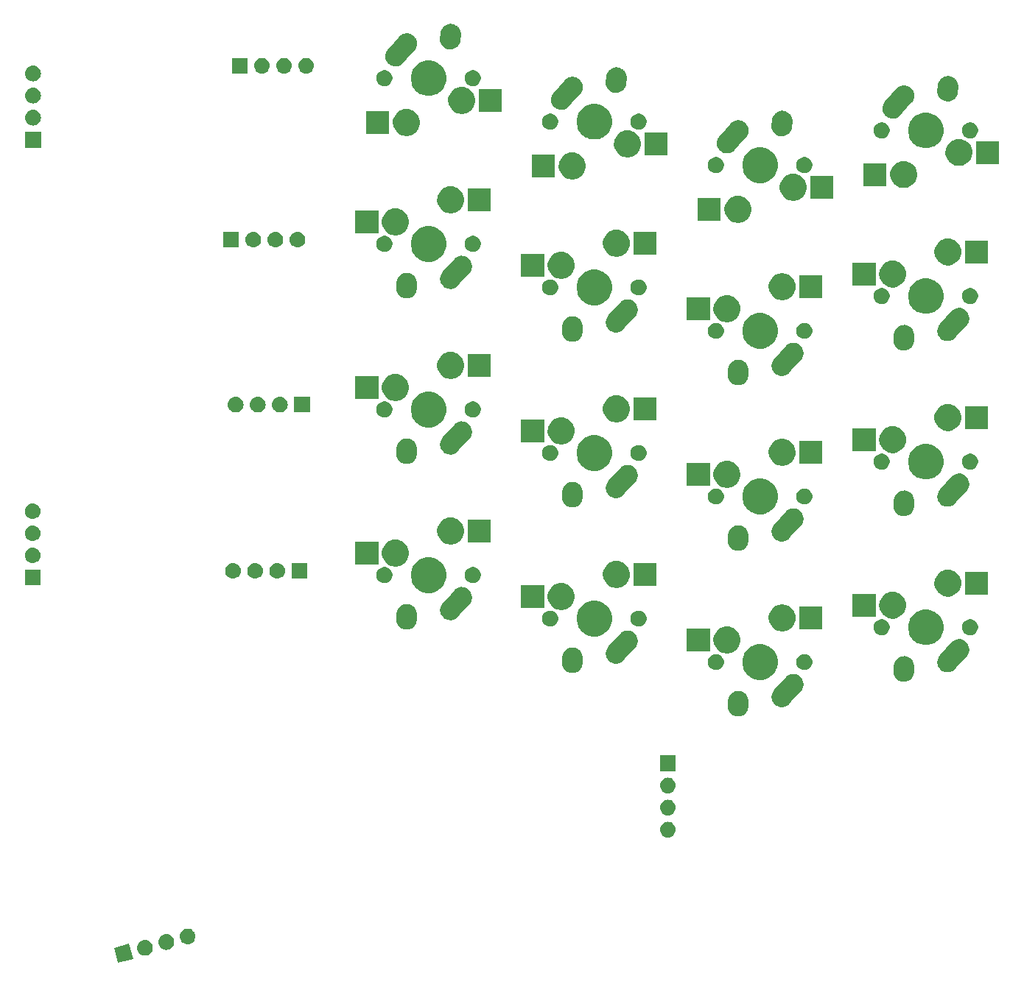
<source format=gbr>
G04 #@! TF.GenerationSoftware,KiCad,Pcbnew,(5.1.4)-1*
G04 #@! TF.CreationDate,2023-02-11T17:21:54-05:00*
G04 #@! TF.ProjectId,ThumbsUp,5468756d-6273-4557-902e-6b696361645f,rev?*
G04 #@! TF.SameCoordinates,Original*
G04 #@! TF.FileFunction,Soldermask,Bot*
G04 #@! TF.FilePolarity,Negative*
%FSLAX46Y46*%
G04 Gerber Fmt 4.6, Leading zero omitted, Abs format (unit mm)*
G04 Created by KiCad (PCBNEW (5.1.4)-1) date 2023-02-11 17:21:54*
%MOMM*%
%LPD*%
G04 APERTURE LIST*
%ADD10C,0.100000*%
G04 APERTURE END LIST*
D10*
G36*
X164455165Y-601119626D02*
G01*
X162714567Y-601586018D01*
X162248175Y-599845420D01*
X163988773Y-599379028D01*
X164455165Y-601119626D01*
X164455165Y-601119626D01*
G37*
G36*
X165915564Y-598930641D02*
G01*
X165981749Y-598937160D01*
X166151588Y-598988680D01*
X166308113Y-599072345D01*
X166343851Y-599101675D01*
X166445308Y-599184937D01*
X166528570Y-599286394D01*
X166557900Y-599322132D01*
X166641565Y-599478657D01*
X166693085Y-599648496D01*
X166710481Y-599825123D01*
X166693085Y-600001750D01*
X166641565Y-600171589D01*
X166557900Y-600328114D01*
X166528570Y-600363852D01*
X166445308Y-600465309D01*
X166343851Y-600548571D01*
X166308113Y-600577901D01*
X166151588Y-600661566D01*
X165981749Y-600713086D01*
X165915565Y-600719604D01*
X165849382Y-600726123D01*
X165760862Y-600726123D01*
X165694679Y-600719604D01*
X165628495Y-600713086D01*
X165458656Y-600661566D01*
X165302131Y-600577901D01*
X165266393Y-600548571D01*
X165164936Y-600465309D01*
X165081674Y-600363852D01*
X165052344Y-600328114D01*
X164968679Y-600171589D01*
X164917159Y-600001750D01*
X164899763Y-599825123D01*
X164917159Y-599648496D01*
X164968679Y-599478657D01*
X165052344Y-599322132D01*
X165081674Y-599286394D01*
X165164936Y-599184937D01*
X165266393Y-599101675D01*
X165302131Y-599072345D01*
X165458656Y-598988680D01*
X165628495Y-598937160D01*
X165694680Y-598930641D01*
X165760862Y-598924123D01*
X165849382Y-598924123D01*
X165915564Y-598930641D01*
X165915564Y-598930641D01*
G37*
G36*
X168369015Y-598273240D02*
G01*
X168435200Y-598279759D01*
X168605039Y-598331279D01*
X168761564Y-598414944D01*
X168797302Y-598444274D01*
X168898759Y-598527536D01*
X168982021Y-598628993D01*
X169011351Y-598664731D01*
X169095016Y-598821256D01*
X169146536Y-598991095D01*
X169163932Y-599167722D01*
X169146536Y-599344349D01*
X169095016Y-599514188D01*
X169011351Y-599670713D01*
X168982021Y-599706451D01*
X168898759Y-599807908D01*
X168797302Y-599891170D01*
X168761564Y-599920500D01*
X168605039Y-600004165D01*
X168435200Y-600055685D01*
X168369016Y-600062203D01*
X168302833Y-600068722D01*
X168214313Y-600068722D01*
X168148130Y-600062203D01*
X168081946Y-600055685D01*
X167912107Y-600004165D01*
X167755582Y-599920500D01*
X167719844Y-599891170D01*
X167618387Y-599807908D01*
X167535125Y-599706451D01*
X167505795Y-599670713D01*
X167422130Y-599514188D01*
X167370610Y-599344349D01*
X167353214Y-599167722D01*
X167370610Y-598991095D01*
X167422130Y-598821256D01*
X167505795Y-598664731D01*
X167535125Y-598628993D01*
X167618387Y-598527536D01*
X167719844Y-598444274D01*
X167755582Y-598414944D01*
X167912107Y-598331279D01*
X168081946Y-598279759D01*
X168148131Y-598273240D01*
X168214313Y-598266722D01*
X168302833Y-598266722D01*
X168369015Y-598273240D01*
X168369015Y-598273240D01*
G37*
G36*
X170822467Y-597615840D02*
G01*
X170888652Y-597622359D01*
X171058491Y-597673879D01*
X171215016Y-597757544D01*
X171250754Y-597786874D01*
X171352211Y-597870136D01*
X171435473Y-597971593D01*
X171464803Y-598007331D01*
X171548468Y-598163856D01*
X171599988Y-598333695D01*
X171617384Y-598510322D01*
X171599988Y-598686949D01*
X171548468Y-598856788D01*
X171464803Y-599013313D01*
X171435473Y-599049051D01*
X171352211Y-599150508D01*
X171250754Y-599233770D01*
X171215016Y-599263100D01*
X171058491Y-599346765D01*
X170888652Y-599398285D01*
X170822467Y-599404804D01*
X170756285Y-599411322D01*
X170667765Y-599411322D01*
X170601583Y-599404804D01*
X170535398Y-599398285D01*
X170365559Y-599346765D01*
X170209034Y-599263100D01*
X170173296Y-599233770D01*
X170071839Y-599150508D01*
X169988577Y-599049051D01*
X169959247Y-599013313D01*
X169875582Y-598856788D01*
X169824062Y-598686949D01*
X169806666Y-598510322D01*
X169824062Y-598333695D01*
X169875582Y-598163856D01*
X169959247Y-598007331D01*
X169988577Y-597971593D01*
X170071839Y-597870136D01*
X170173296Y-597786874D01*
X170209034Y-597757544D01*
X170365559Y-597673879D01*
X170535398Y-597622359D01*
X170601583Y-597615840D01*
X170667765Y-597609322D01*
X170756285Y-597609322D01*
X170822467Y-597615840D01*
X170822467Y-597615840D01*
G37*
G36*
X226022468Y-585335841D02*
G01*
X226088652Y-585342359D01*
X226258491Y-585393879D01*
X226415016Y-585477544D01*
X226450754Y-585506874D01*
X226552211Y-585590136D01*
X226635473Y-585691593D01*
X226664803Y-585727331D01*
X226748468Y-585883856D01*
X226799988Y-586053695D01*
X226817384Y-586230322D01*
X226799988Y-586406949D01*
X226748468Y-586576788D01*
X226664803Y-586733313D01*
X226635473Y-586769051D01*
X226552211Y-586870508D01*
X226450754Y-586953770D01*
X226415016Y-586983100D01*
X226258491Y-587066765D01*
X226088652Y-587118285D01*
X226022467Y-587124804D01*
X225956285Y-587131322D01*
X225867765Y-587131322D01*
X225801583Y-587124804D01*
X225735398Y-587118285D01*
X225565559Y-587066765D01*
X225409034Y-586983100D01*
X225373296Y-586953770D01*
X225271839Y-586870508D01*
X225188577Y-586769051D01*
X225159247Y-586733313D01*
X225075582Y-586576788D01*
X225024062Y-586406949D01*
X225006666Y-586230322D01*
X225024062Y-586053695D01*
X225075582Y-585883856D01*
X225159247Y-585727331D01*
X225188577Y-585691593D01*
X225271839Y-585590136D01*
X225373296Y-585506874D01*
X225409034Y-585477544D01*
X225565559Y-585393879D01*
X225735398Y-585342359D01*
X225801582Y-585335841D01*
X225867765Y-585329322D01*
X225956285Y-585329322D01*
X226022468Y-585335841D01*
X226022468Y-585335841D01*
G37*
G36*
X226022467Y-582795840D02*
G01*
X226088652Y-582802359D01*
X226258491Y-582853879D01*
X226415016Y-582937544D01*
X226450754Y-582966874D01*
X226552211Y-583050136D01*
X226635473Y-583151593D01*
X226664803Y-583187331D01*
X226748468Y-583343856D01*
X226799988Y-583513695D01*
X226817384Y-583690322D01*
X226799988Y-583866949D01*
X226748468Y-584036788D01*
X226664803Y-584193313D01*
X226635473Y-584229051D01*
X226552211Y-584330508D01*
X226450754Y-584413770D01*
X226415016Y-584443100D01*
X226258491Y-584526765D01*
X226088652Y-584578285D01*
X226022468Y-584584803D01*
X225956285Y-584591322D01*
X225867765Y-584591322D01*
X225801582Y-584584803D01*
X225735398Y-584578285D01*
X225565559Y-584526765D01*
X225409034Y-584443100D01*
X225373296Y-584413770D01*
X225271839Y-584330508D01*
X225188577Y-584229051D01*
X225159247Y-584193313D01*
X225075582Y-584036788D01*
X225024062Y-583866949D01*
X225006666Y-583690322D01*
X225024062Y-583513695D01*
X225075582Y-583343856D01*
X225159247Y-583187331D01*
X225188577Y-583151593D01*
X225271839Y-583050136D01*
X225373296Y-582966874D01*
X225409034Y-582937544D01*
X225565559Y-582853879D01*
X225735398Y-582802359D01*
X225801583Y-582795840D01*
X225867765Y-582789322D01*
X225956285Y-582789322D01*
X226022467Y-582795840D01*
X226022467Y-582795840D01*
G37*
G36*
X226022467Y-580255840D02*
G01*
X226088652Y-580262359D01*
X226258491Y-580313879D01*
X226415016Y-580397544D01*
X226450754Y-580426874D01*
X226552211Y-580510136D01*
X226635473Y-580611593D01*
X226664803Y-580647331D01*
X226748468Y-580803856D01*
X226799988Y-580973695D01*
X226817384Y-581150322D01*
X226799988Y-581326949D01*
X226748468Y-581496788D01*
X226664803Y-581653313D01*
X226635473Y-581689051D01*
X226552211Y-581790508D01*
X226450754Y-581873770D01*
X226415016Y-581903100D01*
X226258491Y-581986765D01*
X226088652Y-582038285D01*
X226022467Y-582044804D01*
X225956285Y-582051322D01*
X225867765Y-582051322D01*
X225801583Y-582044804D01*
X225735398Y-582038285D01*
X225565559Y-581986765D01*
X225409034Y-581903100D01*
X225373296Y-581873770D01*
X225271839Y-581790508D01*
X225188577Y-581689051D01*
X225159247Y-581653313D01*
X225075582Y-581496788D01*
X225024062Y-581326949D01*
X225006666Y-581150322D01*
X225024062Y-580973695D01*
X225075582Y-580803856D01*
X225159247Y-580647331D01*
X225188577Y-580611593D01*
X225271839Y-580510136D01*
X225373296Y-580426874D01*
X225409034Y-580397544D01*
X225565559Y-580313879D01*
X225735398Y-580262359D01*
X225801583Y-580255840D01*
X225867765Y-580249322D01*
X225956285Y-580249322D01*
X226022467Y-580255840D01*
X226022467Y-580255840D01*
G37*
G36*
X226813025Y-579511322D02*
G01*
X225011025Y-579511322D01*
X225011025Y-577709322D01*
X226813025Y-577709322D01*
X226813025Y-579511322D01*
X226813025Y-579511322D01*
G37*
G36*
X234321755Y-570319947D02*
G01*
X234538280Y-570402284D01*
X234734582Y-570525282D01*
X234903115Y-570684212D01*
X235037405Y-570872968D01*
X235132290Y-571084296D01*
X235184123Y-571310074D01*
X235189213Y-571483600D01*
X235148432Y-572074914D01*
X235148321Y-572076527D01*
X235148025Y-572085127D01*
X235148025Y-572156150D01*
X235129143Y-572251076D01*
X235128481Y-572254680D01*
X235112401Y-572350053D01*
X235109940Y-572356526D01*
X235104184Y-572376551D01*
X235102832Y-572383350D01*
X235100182Y-572389747D01*
X235065788Y-572472783D01*
X235064436Y-572476187D01*
X235030063Y-572566578D01*
X235026389Y-572572442D01*
X235016838Y-572590958D01*
X235014183Y-572597368D01*
X234960368Y-572677908D01*
X234958448Y-572680874D01*
X234907066Y-572762880D01*
X234902314Y-572767919D01*
X234889336Y-572784216D01*
X234885488Y-572789975D01*
X234817022Y-572858441D01*
X234814501Y-572861038D01*
X234748136Y-572931413D01*
X234742503Y-572935421D01*
X234726581Y-572948882D01*
X234721681Y-572953782D01*
X234641177Y-573007573D01*
X234638227Y-573009607D01*
X234559380Y-573065703D01*
X234553058Y-573068542D01*
X234534835Y-573078629D01*
X234529070Y-573082481D01*
X234439560Y-573119557D01*
X234436397Y-573120922D01*
X234348052Y-573160588D01*
X234341300Y-573162138D01*
X234321463Y-573168475D01*
X234315052Y-573171130D01*
X234220075Y-573190022D01*
X234216624Y-573190761D01*
X234122274Y-573212421D01*
X234115366Y-573212624D01*
X234094655Y-573214970D01*
X234087851Y-573216323D01*
X233991052Y-573216323D01*
X233987388Y-573216377D01*
X233890723Y-573219212D01*
X233890722Y-573219212D01*
X233883907Y-573218063D01*
X233863125Y-573216323D01*
X233856198Y-573216323D01*
X233761271Y-573197441D01*
X233757667Y-573196779D01*
X233730806Y-573192250D01*
X233662295Y-573180699D01*
X233655822Y-573178238D01*
X233635797Y-573172482D01*
X233628998Y-573171130D01*
X233569547Y-573146504D01*
X233539565Y-573134086D01*
X233536161Y-573132734D01*
X233505249Y-573120979D01*
X233445770Y-573098361D01*
X233439906Y-573094687D01*
X233421390Y-573085136D01*
X233414980Y-573082481D01*
X233334440Y-573028666D01*
X233331474Y-573026746D01*
X233249468Y-572975364D01*
X233244429Y-572970612D01*
X233228132Y-572957634D01*
X233222373Y-572953786D01*
X233153907Y-572885320D01*
X233151310Y-572882799D01*
X233080935Y-572816434D01*
X233076927Y-572810801D01*
X233063466Y-572794879D01*
X233058566Y-572789979D01*
X233004775Y-572709475D01*
X233002741Y-572706525D01*
X232946645Y-572627678D01*
X232943806Y-572621356D01*
X232933718Y-572603131D01*
X232929867Y-572597368D01*
X232892791Y-572507858D01*
X232891426Y-572504695D01*
X232851760Y-572416350D01*
X232850210Y-572409598D01*
X232843873Y-572389761D01*
X232841218Y-572383350D01*
X232822326Y-572288373D01*
X232821587Y-572284922D01*
X232799927Y-572190572D01*
X232799724Y-572183663D01*
X232797378Y-572162953D01*
X232796025Y-572156149D01*
X232796025Y-572059338D01*
X232795972Y-572055738D01*
X232794837Y-572017046D01*
X232795730Y-572004097D01*
X232796025Y-571995527D01*
X232796025Y-571924496D01*
X232802421Y-571892342D01*
X232804525Y-571876571D01*
X232842787Y-571321778D01*
X232871649Y-571150593D01*
X232953987Y-570934068D01*
X233076984Y-570737766D01*
X233182937Y-570625411D01*
X233235913Y-570569233D01*
X233356016Y-570483787D01*
X233424670Y-570434943D01*
X233635998Y-570340058D01*
X233861776Y-570288224D01*
X234093327Y-570281433D01*
X234321755Y-570319947D01*
X234321755Y-570319947D01*
G37*
G36*
X240489555Y-568330569D02*
G01*
X240714544Y-568385730D01*
X240824998Y-568437295D01*
X240924446Y-568483721D01*
X240924448Y-568483723D01*
X240924449Y-568483723D01*
X241111202Y-568620784D01*
X241267628Y-568791644D01*
X241387714Y-568989740D01*
X241466848Y-569207457D01*
X241501986Y-569436427D01*
X241491779Y-569667854D01*
X241436618Y-569892843D01*
X241385053Y-570003296D01*
X241338627Y-570102744D01*
X241338625Y-570102746D01*
X241338625Y-570102747D01*
X241235911Y-570242701D01*
X240092201Y-571517368D01*
X239949240Y-571676698D01*
X239938345Y-571690732D01*
X239925486Y-571709977D01*
X239868443Y-571767020D01*
X239863793Y-571771929D01*
X239848746Y-571788699D01*
X239827334Y-571808302D01*
X239823353Y-571812110D01*
X239761681Y-571873782D01*
X239747875Y-571883007D01*
X239732917Y-571894741D01*
X239720699Y-571905927D01*
X239646229Y-571951071D01*
X239641582Y-571954030D01*
X239569070Y-572002481D01*
X239569069Y-572002482D01*
X239569068Y-572002482D01*
X239553733Y-572008834D01*
X239536776Y-572017422D01*
X239522606Y-572026012D01*
X239440736Y-572055769D01*
X239435630Y-572057754D01*
X239355052Y-572091130D01*
X239338773Y-572094368D01*
X239320478Y-572099480D01*
X239304889Y-572105146D01*
X239218740Y-572118367D01*
X239213363Y-572119314D01*
X239127852Y-572136323D01*
X239111258Y-572136323D01*
X239092315Y-572137768D01*
X239075918Y-572140284D01*
X238988819Y-572136443D01*
X238983379Y-572136323D01*
X238896197Y-572136323D01*
X238879928Y-572133087D01*
X238861069Y-572130808D01*
X238844493Y-572130077D01*
X238759802Y-572109313D01*
X238754507Y-572108139D01*
X238668998Y-572091130D01*
X238653663Y-572084778D01*
X238635624Y-572078868D01*
X238619504Y-572074916D01*
X238540528Y-572038046D01*
X238535531Y-572035846D01*
X238454980Y-572002481D01*
X238441184Y-571993263D01*
X238424628Y-571983939D01*
X238409600Y-571976923D01*
X238339345Y-571925362D01*
X238334833Y-571922201D01*
X238262369Y-571873782D01*
X238250642Y-571862055D01*
X238236216Y-571849674D01*
X238222846Y-571839862D01*
X238193952Y-571808302D01*
X238164004Y-571775590D01*
X238160196Y-571771609D01*
X238098567Y-571709980D01*
X238098565Y-571709977D01*
X238089351Y-571696188D01*
X238077617Y-571681230D01*
X238066419Y-571668999D01*
X238021243Y-571594475D01*
X238018310Y-571589867D01*
X237969867Y-571517368D01*
X237963520Y-571502045D01*
X237954931Y-571485087D01*
X237946334Y-571470906D01*
X237916557Y-571388981D01*
X237914578Y-571383888D01*
X237881218Y-571303350D01*
X237877983Y-571287086D01*
X237872871Y-571268791D01*
X237867200Y-571253189D01*
X237853970Y-571166981D01*
X237853024Y-571161610D01*
X237836025Y-571076150D01*
X237836025Y-571059571D01*
X237834580Y-571040629D01*
X237832062Y-571024218D01*
X237835906Y-570937074D01*
X237836025Y-570931634D01*
X237836025Y-570844498D01*
X237839259Y-570828240D01*
X237841537Y-570809382D01*
X237842269Y-570792793D01*
X237863033Y-570708101D01*
X237864217Y-570702765D01*
X237867908Y-570684212D01*
X237881218Y-570617296D01*
X237887563Y-570601977D01*
X237893479Y-570583919D01*
X237897430Y-570567804D01*
X237934313Y-570488800D01*
X237936505Y-570483820D01*
X237969867Y-570403278D01*
X237979077Y-570389495D01*
X237988407Y-570372928D01*
X237995422Y-570357901D01*
X238046990Y-570287637D01*
X238050151Y-570283125D01*
X238077162Y-570242701D01*
X238098566Y-570210667D01*
X238155572Y-570153661D01*
X238160208Y-570148767D01*
X238995294Y-569218062D01*
X239485301Y-568671947D01*
X239613343Y-568554723D01*
X239613342Y-568554723D01*
X239613346Y-568554720D01*
X239811441Y-568434634D01*
X240029158Y-568355500D01*
X240258129Y-568320362D01*
X240489555Y-568330569D01*
X240489555Y-568330569D01*
G37*
G36*
X253371755Y-566319946D02*
G01*
X253588280Y-566402283D01*
X253784582Y-566525281D01*
X253953115Y-566684211D01*
X254087405Y-566872967D01*
X254182290Y-567084295D01*
X254234123Y-567310073D01*
X254239213Y-567483599D01*
X254198432Y-568074913D01*
X254198321Y-568076526D01*
X254198025Y-568085126D01*
X254198025Y-568156149D01*
X254179143Y-568251075D01*
X254178481Y-568254679D01*
X254162401Y-568350052D01*
X254159940Y-568356525D01*
X254154184Y-568376550D01*
X254152832Y-568383349D01*
X254150182Y-568389746D01*
X254115788Y-568472782D01*
X254114436Y-568476186D01*
X254080063Y-568566577D01*
X254076389Y-568572441D01*
X254066838Y-568590957D01*
X254064183Y-568597367D01*
X254010368Y-568677907D01*
X254008448Y-568680873D01*
X253957066Y-568762879D01*
X253952314Y-568767918D01*
X253939336Y-568784215D01*
X253935488Y-568789974D01*
X253867022Y-568858440D01*
X253864501Y-568861037D01*
X253798136Y-568931412D01*
X253792503Y-568935420D01*
X253776581Y-568948881D01*
X253771681Y-568953781D01*
X253691177Y-569007572D01*
X253688227Y-569009606D01*
X253609380Y-569065702D01*
X253603058Y-569068541D01*
X253584835Y-569078628D01*
X253579070Y-569082480D01*
X253489560Y-569119556D01*
X253486397Y-569120921D01*
X253398052Y-569160587D01*
X253391300Y-569162137D01*
X253371463Y-569168474D01*
X253365052Y-569171129D01*
X253270075Y-569190021D01*
X253266624Y-569190760D01*
X253172274Y-569212420D01*
X253165366Y-569212623D01*
X253144655Y-569214969D01*
X253137851Y-569216322D01*
X253041052Y-569216322D01*
X253037388Y-569216376D01*
X252940723Y-569219211D01*
X252940722Y-569219211D01*
X252933907Y-569218062D01*
X252913125Y-569216322D01*
X252906198Y-569216322D01*
X252811271Y-569197440D01*
X252807667Y-569196778D01*
X252780806Y-569192249D01*
X252712295Y-569180698D01*
X252705822Y-569178237D01*
X252685797Y-569172481D01*
X252678998Y-569171129D01*
X252619547Y-569146503D01*
X252589565Y-569134085D01*
X252586161Y-569132733D01*
X252555249Y-569120978D01*
X252495770Y-569098360D01*
X252489906Y-569094686D01*
X252471390Y-569085135D01*
X252464980Y-569082480D01*
X252384440Y-569028665D01*
X252381474Y-569026745D01*
X252299468Y-568975363D01*
X252294429Y-568970611D01*
X252278132Y-568957633D01*
X252272373Y-568953785D01*
X252203907Y-568885319D01*
X252201310Y-568882798D01*
X252130935Y-568816433D01*
X252126927Y-568810800D01*
X252113466Y-568794878D01*
X252108566Y-568789978D01*
X252054775Y-568709474D01*
X252052741Y-568706524D01*
X251996645Y-568627677D01*
X251993806Y-568621355D01*
X251983718Y-568603130D01*
X251979867Y-568597367D01*
X251942791Y-568507857D01*
X251941426Y-568504694D01*
X251901760Y-568416349D01*
X251900210Y-568409597D01*
X251893873Y-568389760D01*
X251891218Y-568383349D01*
X251872326Y-568288372D01*
X251871587Y-568284921D01*
X251849927Y-568190571D01*
X251849724Y-568183662D01*
X251847378Y-568162952D01*
X251846025Y-568156148D01*
X251846025Y-568059337D01*
X251845972Y-568055737D01*
X251844837Y-568017045D01*
X251845730Y-568004096D01*
X251846025Y-567995526D01*
X251846025Y-567924495D01*
X251852421Y-567892341D01*
X251854525Y-567876570D01*
X251892787Y-567321777D01*
X251921649Y-567150592D01*
X252003987Y-566934067D01*
X252126984Y-566737765D01*
X252232937Y-566625410D01*
X252285913Y-566569232D01*
X252398929Y-566488828D01*
X252474670Y-566434942D01*
X252685998Y-566340057D01*
X252911776Y-566288223D01*
X253143327Y-566281432D01*
X253371755Y-566319946D01*
X253371755Y-566319946D01*
G37*
G36*
X237108499Y-564994007D02*
G01*
X237236104Y-565046863D01*
X237480648Y-565148156D01*
X237815573Y-565371946D01*
X238100402Y-565656775D01*
X238324192Y-565991700D01*
X238380178Y-566126863D01*
X238478341Y-566363849D01*
X238556925Y-566758917D01*
X238556925Y-567161729D01*
X238478341Y-567556797D01*
X238420145Y-567697295D01*
X238324192Y-567928946D01*
X238100402Y-568263871D01*
X237815573Y-568548700D01*
X237480648Y-568772490D01*
X237326499Y-568836340D01*
X237108499Y-568926639D01*
X236713431Y-569005223D01*
X236310619Y-569005223D01*
X235915551Y-568926639D01*
X235697551Y-568836340D01*
X235543402Y-568772490D01*
X235208477Y-568548700D01*
X234923648Y-568263871D01*
X234699858Y-567928946D01*
X234603905Y-567697295D01*
X234545709Y-567556797D01*
X234467125Y-567161729D01*
X234467125Y-566758917D01*
X234545709Y-566363849D01*
X234643872Y-566126863D01*
X234699858Y-565991700D01*
X234923648Y-565656775D01*
X235208477Y-565371946D01*
X235543402Y-565148156D01*
X235787946Y-565046863D01*
X235915551Y-564994007D01*
X236310619Y-564915423D01*
X236713431Y-564915423D01*
X237108499Y-564994007D01*
X237108499Y-564994007D01*
G37*
G36*
X215271755Y-565319946D02*
G01*
X215488280Y-565402283D01*
X215684582Y-565525281D01*
X215853115Y-565684211D01*
X215987405Y-565872967D01*
X216082290Y-566084295D01*
X216134123Y-566310073D01*
X216139213Y-566483599D01*
X216099490Y-567059570D01*
X216098321Y-567076526D01*
X216098025Y-567085126D01*
X216098025Y-567156149D01*
X216079143Y-567251075D01*
X216078481Y-567254679D01*
X216062401Y-567350052D01*
X216059940Y-567356525D01*
X216054184Y-567376550D01*
X216052832Y-567383349D01*
X216046370Y-567398949D01*
X216015788Y-567472782D01*
X216014436Y-567476186D01*
X215980063Y-567566577D01*
X215976389Y-567572441D01*
X215966838Y-567590957D01*
X215964183Y-567597367D01*
X215910368Y-567677907D01*
X215908448Y-567680873D01*
X215857066Y-567762879D01*
X215852314Y-567767918D01*
X215839336Y-567784215D01*
X215835488Y-567789974D01*
X215767022Y-567858440D01*
X215764501Y-567861037D01*
X215698136Y-567931412D01*
X215692503Y-567935420D01*
X215676581Y-567948881D01*
X215671681Y-567953781D01*
X215596335Y-568004126D01*
X215591177Y-568007572D01*
X215588227Y-568009606D01*
X215509380Y-568065702D01*
X215503058Y-568068541D01*
X215484835Y-568078628D01*
X215479070Y-568082480D01*
X215389560Y-568119556D01*
X215386397Y-568120921D01*
X215298052Y-568160587D01*
X215291300Y-568162137D01*
X215271463Y-568168474D01*
X215265052Y-568171129D01*
X215170075Y-568190021D01*
X215166624Y-568190760D01*
X215072274Y-568212420D01*
X215065366Y-568212623D01*
X215044655Y-568214969D01*
X215037851Y-568216322D01*
X214941052Y-568216322D01*
X214937388Y-568216376D01*
X214840723Y-568219211D01*
X214840722Y-568219211D01*
X214833907Y-568218062D01*
X214813125Y-568216322D01*
X214806198Y-568216322D01*
X214711271Y-568197440D01*
X214707667Y-568196778D01*
X214680806Y-568192249D01*
X214612295Y-568180698D01*
X214605822Y-568178237D01*
X214585797Y-568172481D01*
X214578998Y-568171129D01*
X214504529Y-568140283D01*
X214489565Y-568134085D01*
X214486161Y-568132733D01*
X214455249Y-568120978D01*
X214395770Y-568098360D01*
X214389906Y-568094686D01*
X214371390Y-568085135D01*
X214364980Y-568082480D01*
X214284440Y-568028665D01*
X214281474Y-568026745D01*
X214199468Y-567975363D01*
X214194429Y-567970611D01*
X214178132Y-567957633D01*
X214172373Y-567953785D01*
X214103907Y-567885319D01*
X214101310Y-567882798D01*
X214030935Y-567816433D01*
X214026927Y-567810800D01*
X214013466Y-567794878D01*
X214008566Y-567789978D01*
X213954775Y-567709474D01*
X213952741Y-567706524D01*
X213896645Y-567627677D01*
X213893806Y-567621355D01*
X213883718Y-567603130D01*
X213879867Y-567597367D01*
X213842791Y-567507857D01*
X213841426Y-567504694D01*
X213801760Y-567416349D01*
X213800210Y-567409597D01*
X213793873Y-567389760D01*
X213791218Y-567383349D01*
X213772326Y-567288372D01*
X213771587Y-567284921D01*
X213749927Y-567190571D01*
X213749724Y-567183662D01*
X213747378Y-567162952D01*
X213746025Y-567156148D01*
X213746025Y-567059337D01*
X213745972Y-567055737D01*
X213744837Y-567017045D01*
X213745730Y-567004096D01*
X213746025Y-566995526D01*
X213746025Y-566924495D01*
X213752421Y-566892341D01*
X213754525Y-566876570D01*
X213792787Y-566321777D01*
X213821649Y-566150592D01*
X213903987Y-565934067D01*
X214026984Y-565737765D01*
X214133264Y-565625063D01*
X214185913Y-565569232D01*
X214306016Y-565483786D01*
X214374670Y-565434942D01*
X214585998Y-565340057D01*
X214811776Y-565288223D01*
X215043327Y-565281432D01*
X215271755Y-565319946D01*
X215271755Y-565319946D01*
G37*
G36*
X259539555Y-564330568D02*
G01*
X259764544Y-564385729D01*
X259873139Y-564436426D01*
X259974446Y-564483720D01*
X259974448Y-564483722D01*
X259974449Y-564483722D01*
X260161202Y-564620783D01*
X260317628Y-564791643D01*
X260437714Y-564989739D01*
X260516848Y-565207456D01*
X260551986Y-565436426D01*
X260541779Y-565667853D01*
X260486618Y-565892842D01*
X260467372Y-565934067D01*
X260388627Y-566102743D01*
X260388625Y-566102745D01*
X260388625Y-566102746D01*
X260285911Y-566242700D01*
X259092794Y-567572431D01*
X258999240Y-567676697D01*
X258988345Y-567690731D01*
X258975486Y-567709976D01*
X258918443Y-567767019D01*
X258913793Y-567771928D01*
X258898746Y-567788698D01*
X258877334Y-567808301D01*
X258873353Y-567812109D01*
X258811681Y-567873781D01*
X258797875Y-567883006D01*
X258782917Y-567894740D01*
X258770699Y-567905926D01*
X258696229Y-567951070D01*
X258691582Y-567954029D01*
X258619070Y-568002480D01*
X258619069Y-568002481D01*
X258619068Y-568002481D01*
X258603733Y-568008833D01*
X258586776Y-568017421D01*
X258572606Y-568026011D01*
X258490736Y-568055768D01*
X258485630Y-568057753D01*
X258405052Y-568091129D01*
X258388773Y-568094367D01*
X258370478Y-568099479D01*
X258354889Y-568105145D01*
X258268740Y-568118366D01*
X258263363Y-568119313D01*
X258177852Y-568136322D01*
X258161258Y-568136322D01*
X258142315Y-568137767D01*
X258125918Y-568140283D01*
X258038819Y-568136442D01*
X258033379Y-568136322D01*
X257946197Y-568136322D01*
X257929928Y-568133086D01*
X257911069Y-568130807D01*
X257894493Y-568130076D01*
X257809802Y-568109312D01*
X257804507Y-568108138D01*
X257718998Y-568091129D01*
X257703663Y-568084777D01*
X257685624Y-568078867D01*
X257669504Y-568074915D01*
X257590528Y-568038045D01*
X257585531Y-568035845D01*
X257504980Y-568002480D01*
X257491184Y-567993262D01*
X257474628Y-567983938D01*
X257459600Y-567976922D01*
X257389345Y-567925361D01*
X257384833Y-567922200D01*
X257312369Y-567873781D01*
X257300642Y-567862054D01*
X257286216Y-567849673D01*
X257272846Y-567839861D01*
X257243952Y-567808301D01*
X257214004Y-567775589D01*
X257210196Y-567771608D01*
X257148567Y-567709979D01*
X257148565Y-567709976D01*
X257139351Y-567696187D01*
X257127617Y-567681229D01*
X257124543Y-567677871D01*
X257116421Y-567669000D01*
X257116419Y-567668998D01*
X257072998Y-567597369D01*
X257071236Y-567594463D01*
X257068310Y-567589866D01*
X257019867Y-567517367D01*
X257013520Y-567502044D01*
X257004931Y-567485086D01*
X256996334Y-567470905D01*
X256966557Y-567388980D01*
X256964578Y-567383887D01*
X256931218Y-567303349D01*
X256927983Y-567287085D01*
X256922871Y-567268790D01*
X256917200Y-567253188D01*
X256903970Y-567166980D01*
X256903024Y-567161609D01*
X256886025Y-567076149D01*
X256886025Y-567059570D01*
X256884580Y-567040628D01*
X256882062Y-567024217D01*
X256885906Y-566937073D01*
X256886025Y-566931633D01*
X256886025Y-566844497D01*
X256889259Y-566828239D01*
X256891537Y-566809381D01*
X256892269Y-566792792D01*
X256913033Y-566708100D01*
X256914217Y-566702764D01*
X256920934Y-566668998D01*
X256931218Y-566617295D01*
X256937563Y-566601976D01*
X256943479Y-566583918D01*
X256947430Y-566567803D01*
X256984313Y-566488799D01*
X256986505Y-566483819D01*
X257019867Y-566403277D01*
X257029077Y-566389494D01*
X257038407Y-566372927D01*
X257045422Y-566357900D01*
X257064077Y-566332481D01*
X257097000Y-566287622D01*
X257100151Y-566283124D01*
X257127162Y-566242700D01*
X257148566Y-566210666D01*
X257205572Y-566153660D01*
X257210208Y-566148766D01*
X257873947Y-565409027D01*
X258535301Y-564671946D01*
X258643286Y-564573084D01*
X258663346Y-564554719D01*
X258861441Y-564434633D01*
X259079158Y-564355499D01*
X259308129Y-564320361D01*
X259539555Y-564330568D01*
X259539555Y-564330568D01*
G37*
G36*
X231702129Y-566069908D02*
G01*
X231870651Y-566139712D01*
X232022316Y-566241051D01*
X232151297Y-566370032D01*
X232252636Y-566521697D01*
X232322440Y-566690219D01*
X232358025Y-566869120D01*
X232358025Y-567051526D01*
X232322440Y-567230427D01*
X232252636Y-567398949D01*
X232151297Y-567550614D01*
X232022316Y-567679595D01*
X231870651Y-567780934D01*
X231702129Y-567850738D01*
X231523228Y-567886323D01*
X231340822Y-567886323D01*
X231161921Y-567850738D01*
X230993399Y-567780934D01*
X230841734Y-567679595D01*
X230712753Y-567550614D01*
X230611414Y-567398949D01*
X230541610Y-567230427D01*
X230506025Y-567051526D01*
X230506025Y-566869120D01*
X230541610Y-566690219D01*
X230611414Y-566521697D01*
X230712753Y-566370032D01*
X230841734Y-566241051D01*
X230993399Y-566139712D01*
X231161921Y-566069908D01*
X231340822Y-566034323D01*
X231523228Y-566034323D01*
X231702129Y-566069908D01*
X231702129Y-566069908D01*
G37*
G36*
X241862129Y-566069908D02*
G01*
X242030651Y-566139712D01*
X242182316Y-566241051D01*
X242311297Y-566370032D01*
X242412636Y-566521697D01*
X242482440Y-566690219D01*
X242518025Y-566869120D01*
X242518025Y-567051526D01*
X242482440Y-567230427D01*
X242412636Y-567398949D01*
X242311297Y-567550614D01*
X242182316Y-567679595D01*
X242030651Y-567780934D01*
X241862129Y-567850738D01*
X241683228Y-567886323D01*
X241500822Y-567886323D01*
X241321921Y-567850738D01*
X241153399Y-567780934D01*
X241001734Y-567679595D01*
X240872753Y-567550614D01*
X240771414Y-567398949D01*
X240701610Y-567230427D01*
X240666025Y-567051526D01*
X240666025Y-566869120D01*
X240701610Y-566690219D01*
X240771414Y-566521697D01*
X240872753Y-566370032D01*
X241001734Y-566241051D01*
X241153399Y-566139712D01*
X241321921Y-566069908D01*
X241500822Y-566034323D01*
X241683228Y-566034323D01*
X241862129Y-566069908D01*
X241862129Y-566069908D01*
G37*
G36*
X221439555Y-563330568D02*
G01*
X221664544Y-563385729D01*
X221774998Y-563437294D01*
X221874446Y-563483720D01*
X221874448Y-563483722D01*
X221874449Y-563483722D01*
X222061202Y-563620783D01*
X222217628Y-563791643D01*
X222337714Y-563989739D01*
X222416848Y-564207456D01*
X222451986Y-564436426D01*
X222441779Y-564667853D01*
X222386618Y-564892842D01*
X222370840Y-564926638D01*
X222288627Y-565102743D01*
X222288625Y-565102745D01*
X222288625Y-565102746D01*
X222185911Y-565242700D01*
X220952540Y-566617294D01*
X220899240Y-566676697D01*
X220888345Y-566690731D01*
X220875486Y-566709976D01*
X220818443Y-566767019D01*
X220813793Y-566771928D01*
X220798746Y-566788698D01*
X220777334Y-566808301D01*
X220773353Y-566812109D01*
X220711681Y-566873781D01*
X220697875Y-566883006D01*
X220682917Y-566894740D01*
X220670699Y-566905926D01*
X220596229Y-566951070D01*
X220591582Y-566954029D01*
X220519070Y-567002480D01*
X220519069Y-567002481D01*
X220519068Y-567002481D01*
X220503733Y-567008833D01*
X220486776Y-567017421D01*
X220472606Y-567026011D01*
X220390736Y-567055768D01*
X220385630Y-567057753D01*
X220305052Y-567091129D01*
X220288773Y-567094367D01*
X220270478Y-567099479D01*
X220254889Y-567105145D01*
X220168740Y-567118366D01*
X220163363Y-567119313D01*
X220077852Y-567136322D01*
X220061258Y-567136322D01*
X220042315Y-567137767D01*
X220025918Y-567140283D01*
X219938819Y-567136442D01*
X219933379Y-567136322D01*
X219846197Y-567136322D01*
X219829928Y-567133086D01*
X219811069Y-567130807D01*
X219794493Y-567130076D01*
X219709802Y-567109312D01*
X219704507Y-567108138D01*
X219618998Y-567091129D01*
X219603663Y-567084777D01*
X219585624Y-567078867D01*
X219569504Y-567074915D01*
X219490528Y-567038045D01*
X219485531Y-567035845D01*
X219404980Y-567002480D01*
X219391184Y-566993262D01*
X219374628Y-566983938D01*
X219359600Y-566976922D01*
X219289345Y-566925361D01*
X219284833Y-566922200D01*
X219212369Y-566873781D01*
X219200642Y-566862054D01*
X219186216Y-566849673D01*
X219172846Y-566839861D01*
X219129753Y-566792791D01*
X219114004Y-566775589D01*
X219110196Y-566771608D01*
X219048567Y-566709979D01*
X219043746Y-566702764D01*
X219039351Y-566696187D01*
X219027617Y-566681229D01*
X219016419Y-566668998D01*
X218971243Y-566594474D01*
X218968310Y-566589866D01*
X218919867Y-566517367D01*
X218913520Y-566502044D01*
X218904931Y-566485086D01*
X218904143Y-566483786D01*
X218896334Y-566470905D01*
X218866557Y-566388980D01*
X218864578Y-566383887D01*
X218831218Y-566303349D01*
X218827983Y-566287085D01*
X218822871Y-566268790D01*
X218817200Y-566253188D01*
X218803970Y-566166980D01*
X218803024Y-566161609D01*
X218786025Y-566076149D01*
X218786025Y-566059570D01*
X218784580Y-566040628D01*
X218782062Y-566024217D01*
X218785906Y-565937073D01*
X218786025Y-565931633D01*
X218786025Y-565844497D01*
X218789259Y-565828239D01*
X218791537Y-565809381D01*
X218792269Y-565792792D01*
X218813033Y-565708100D01*
X218814217Y-565702764D01*
X218817908Y-565684211D01*
X218831218Y-565617295D01*
X218837563Y-565601976D01*
X218843479Y-565583918D01*
X218847430Y-565567803D01*
X218884313Y-565488799D01*
X218886505Y-565483819D01*
X218919867Y-565403277D01*
X218929077Y-565389494D01*
X218938407Y-565372927D01*
X218945422Y-565357900D01*
X218996990Y-565287636D01*
X219000151Y-565283124D01*
X219027162Y-565242700D01*
X219048566Y-565210666D01*
X219105572Y-565153660D01*
X219110208Y-565148766D01*
X219844344Y-564330570D01*
X220435301Y-563671946D01*
X220535583Y-563580137D01*
X220563346Y-563554719D01*
X220761441Y-563434633D01*
X220979158Y-563355499D01*
X221208129Y-563320361D01*
X221439555Y-563330568D01*
X221439555Y-563330568D01*
G37*
G36*
X232940245Y-562886322D02*
G01*
X233154435Y-562928927D01*
X233436699Y-563045844D01*
X233690730Y-563215582D01*
X233906766Y-563431618D01*
X234076504Y-563685649D01*
X234177280Y-563928945D01*
X234193421Y-563967914D01*
X234253025Y-564267562D01*
X234253025Y-564573084D01*
X234234174Y-564667852D01*
X234193421Y-564872733D01*
X234076504Y-565154997D01*
X233906766Y-565409028D01*
X233690730Y-565625064D01*
X233436699Y-565794802D01*
X233154435Y-565911719D01*
X233054320Y-565931633D01*
X232854786Y-565971323D01*
X232549264Y-565971323D01*
X232349730Y-565931633D01*
X232249615Y-565911719D01*
X231967351Y-565794802D01*
X231713320Y-565625064D01*
X231497284Y-565409028D01*
X231327546Y-565154997D01*
X231210629Y-564872733D01*
X231169876Y-564667852D01*
X231151025Y-564573084D01*
X231151025Y-564267562D01*
X231210629Y-563967914D01*
X231226770Y-563928945D01*
X231327546Y-563685649D01*
X231497284Y-563431618D01*
X231713320Y-563215582D01*
X231967351Y-563045844D01*
X232249615Y-562928927D01*
X232463805Y-562886322D01*
X232549264Y-562869323D01*
X232854786Y-562869323D01*
X232940245Y-562886322D01*
X232940245Y-562886322D01*
G37*
G36*
X230753025Y-565721323D02*
G01*
X228101025Y-565721323D01*
X228101025Y-563119323D01*
X230753025Y-563119323D01*
X230753025Y-565721323D01*
X230753025Y-565721323D01*
G37*
G36*
X256158499Y-560994006D02*
G01*
X256271008Y-561040609D01*
X256530648Y-561148155D01*
X256865573Y-561371945D01*
X257150402Y-561656774D01*
X257374192Y-561991699D01*
X257434147Y-562136443D01*
X257528341Y-562363848D01*
X257606925Y-562758916D01*
X257606925Y-563161728D01*
X257528341Y-563556796D01*
X257477476Y-563679594D01*
X257374192Y-563928945D01*
X257150402Y-564263870D01*
X256865573Y-564548699D01*
X256530648Y-564772489D01*
X256392974Y-564829515D01*
X256158499Y-564926638D01*
X255763431Y-565005222D01*
X255360619Y-565005222D01*
X254965551Y-564926638D01*
X254731076Y-564829515D01*
X254593402Y-564772489D01*
X254258477Y-564548699D01*
X253973648Y-564263870D01*
X253749858Y-563928945D01*
X253646574Y-563679594D01*
X253595709Y-563556796D01*
X253517125Y-563161728D01*
X253517125Y-562758916D01*
X253595709Y-562363848D01*
X253689903Y-562136443D01*
X253749858Y-561991699D01*
X253973648Y-561656774D01*
X254258477Y-561371945D01*
X254593402Y-561148155D01*
X254853042Y-561040609D01*
X254965551Y-560994006D01*
X255360619Y-560915422D01*
X255763431Y-560915422D01*
X256158499Y-560994006D01*
X256158499Y-560994006D01*
G37*
G36*
X218058499Y-559994006D02*
G01*
X218276499Y-560084305D01*
X218430648Y-560148155D01*
X218765573Y-560371945D01*
X219050402Y-560656774D01*
X219274192Y-560991699D01*
X219306587Y-561069908D01*
X219428341Y-561363848D01*
X219506925Y-561758916D01*
X219506925Y-562161728D01*
X219428341Y-562556796D01*
X219344620Y-562758916D01*
X219274192Y-562928945D01*
X219050402Y-563263870D01*
X218765573Y-563548699D01*
X218430648Y-563772489D01*
X218276499Y-563836339D01*
X218058499Y-563926638D01*
X217663431Y-564005222D01*
X217260619Y-564005222D01*
X216865551Y-563926638D01*
X216647551Y-563836339D01*
X216493402Y-563772489D01*
X216158477Y-563548699D01*
X215873648Y-563263870D01*
X215649858Y-562928945D01*
X215579430Y-562758916D01*
X215495709Y-562556796D01*
X215417125Y-562161728D01*
X215417125Y-561758916D01*
X215495709Y-561363848D01*
X215617463Y-561069908D01*
X215649858Y-560991699D01*
X215873648Y-560656774D01*
X216158477Y-560371945D01*
X216493402Y-560148155D01*
X216647551Y-560084305D01*
X216865551Y-559994006D01*
X217260619Y-559915422D01*
X217663431Y-559915422D01*
X218058499Y-559994006D01*
X218058499Y-559994006D01*
G37*
G36*
X260912129Y-562069907D02*
G01*
X261080651Y-562139711D01*
X261232316Y-562241050D01*
X261361297Y-562370031D01*
X261462636Y-562521696D01*
X261532440Y-562690218D01*
X261568025Y-562869119D01*
X261568025Y-563051525D01*
X261532440Y-563230426D01*
X261462636Y-563398948D01*
X261361297Y-563550613D01*
X261232316Y-563679594D01*
X261080651Y-563780933D01*
X260912129Y-563850737D01*
X260733228Y-563886322D01*
X260550822Y-563886322D01*
X260371921Y-563850737D01*
X260203399Y-563780933D01*
X260051734Y-563679594D01*
X259922753Y-563550613D01*
X259821414Y-563398948D01*
X259751610Y-563230426D01*
X259716025Y-563051525D01*
X259716025Y-562869119D01*
X259751610Y-562690218D01*
X259821414Y-562521696D01*
X259922753Y-562370031D01*
X260051734Y-562241050D01*
X260203399Y-562139711D01*
X260371921Y-562069907D01*
X260550822Y-562034322D01*
X260733228Y-562034322D01*
X260912129Y-562069907D01*
X260912129Y-562069907D01*
G37*
G36*
X250752129Y-562069907D02*
G01*
X250920651Y-562139711D01*
X251072316Y-562241050D01*
X251201297Y-562370031D01*
X251302636Y-562521696D01*
X251372440Y-562690218D01*
X251408025Y-562869119D01*
X251408025Y-563051525D01*
X251372440Y-563230426D01*
X251302636Y-563398948D01*
X251201297Y-563550613D01*
X251072316Y-563679594D01*
X250920651Y-563780933D01*
X250752129Y-563850737D01*
X250573228Y-563886322D01*
X250390822Y-563886322D01*
X250211921Y-563850737D01*
X250043399Y-563780933D01*
X249891734Y-563679594D01*
X249762753Y-563550613D01*
X249661414Y-563398948D01*
X249591610Y-563230426D01*
X249556025Y-563051525D01*
X249556025Y-562869119D01*
X249591610Y-562690218D01*
X249661414Y-562521696D01*
X249762753Y-562370031D01*
X249891734Y-562241050D01*
X250043399Y-562139711D01*
X250211921Y-562069907D01*
X250390822Y-562034322D01*
X250573228Y-562034322D01*
X250752129Y-562069907D01*
X250752129Y-562069907D01*
G37*
G36*
X239354610Y-560359125D02*
G01*
X239504435Y-560388927D01*
X239786699Y-560505844D01*
X240040730Y-560675582D01*
X240256766Y-560891618D01*
X240426504Y-561145649D01*
X240543421Y-561427913D01*
X240562076Y-561521697D01*
X240603025Y-561727562D01*
X240603025Y-562033084D01*
X240582202Y-562137768D01*
X240543421Y-562332733D01*
X240426504Y-562614997D01*
X240256766Y-562869028D01*
X240040730Y-563085064D01*
X239786699Y-563254802D01*
X239504435Y-563371719D01*
X239367550Y-563398947D01*
X239204786Y-563431323D01*
X238899264Y-563431323D01*
X238736500Y-563398947D01*
X238599615Y-563371719D01*
X238317351Y-563254802D01*
X238063320Y-563085064D01*
X237847284Y-562869028D01*
X237677546Y-562614997D01*
X237560629Y-562332733D01*
X237521848Y-562137768D01*
X237501025Y-562033084D01*
X237501025Y-561727562D01*
X237541974Y-561521697D01*
X237560629Y-561427913D01*
X237677546Y-561145649D01*
X237847284Y-560891618D01*
X238063320Y-560675582D01*
X238317351Y-560505844D01*
X238599615Y-560388927D01*
X238749440Y-560359125D01*
X238899264Y-560329323D01*
X239204786Y-560329323D01*
X239354610Y-560359125D01*
X239354610Y-560359125D01*
G37*
G36*
X196221755Y-560319946D02*
G01*
X196438280Y-560402283D01*
X196634582Y-560525281D01*
X196803115Y-560684211D01*
X196937405Y-560872967D01*
X197032290Y-561084295D01*
X197084123Y-561310073D01*
X197089213Y-561483599D01*
X197048777Y-562069908D01*
X197048321Y-562076526D01*
X197048025Y-562085126D01*
X197048025Y-562156149D01*
X197029143Y-562251075D01*
X197028481Y-562254679D01*
X197012401Y-562350052D01*
X197009940Y-562356525D01*
X197004184Y-562376550D01*
X197002832Y-562383349D01*
X196991953Y-562409613D01*
X196965788Y-562472782D01*
X196964436Y-562476186D01*
X196930063Y-562566577D01*
X196926389Y-562572441D01*
X196916838Y-562590957D01*
X196914183Y-562597367D01*
X196860368Y-562677907D01*
X196858448Y-562680873D01*
X196807066Y-562762879D01*
X196802314Y-562767918D01*
X196789336Y-562784215D01*
X196785488Y-562789974D01*
X196717022Y-562858440D01*
X196714501Y-562861037D01*
X196648136Y-562931412D01*
X196642503Y-562935420D01*
X196626581Y-562948881D01*
X196621681Y-562953781D01*
X196541177Y-563007572D01*
X196538227Y-563009606D01*
X196459380Y-563065702D01*
X196453058Y-563068541D01*
X196434835Y-563078628D01*
X196429070Y-563082480D01*
X196339560Y-563119556D01*
X196336397Y-563120921D01*
X196248052Y-563160587D01*
X196241300Y-563162137D01*
X196221463Y-563168474D01*
X196215052Y-563171129D01*
X196120075Y-563190021D01*
X196116624Y-563190760D01*
X196022274Y-563212420D01*
X196015366Y-563212623D01*
X195994655Y-563214969D01*
X195987851Y-563216322D01*
X195891052Y-563216322D01*
X195887388Y-563216376D01*
X195790723Y-563219211D01*
X195790722Y-563219211D01*
X195783907Y-563218062D01*
X195763125Y-563216322D01*
X195756198Y-563216322D01*
X195661271Y-563197440D01*
X195657667Y-563196778D01*
X195630806Y-563192249D01*
X195562295Y-563180698D01*
X195555822Y-563178237D01*
X195535797Y-563172481D01*
X195528998Y-563171129D01*
X195469547Y-563146503D01*
X195439565Y-563134085D01*
X195436161Y-563132733D01*
X195405249Y-563120978D01*
X195345770Y-563098360D01*
X195339906Y-563094686D01*
X195321390Y-563085135D01*
X195314980Y-563082480D01*
X195234440Y-563028665D01*
X195231474Y-563026745D01*
X195149468Y-562975363D01*
X195144429Y-562970611D01*
X195128132Y-562957633D01*
X195122373Y-562953785D01*
X195053907Y-562885319D01*
X195051310Y-562882798D01*
X194980935Y-562816433D01*
X194976927Y-562810800D01*
X194963466Y-562794878D01*
X194958566Y-562789978D01*
X194904775Y-562709474D01*
X194902741Y-562706524D01*
X194846645Y-562627677D01*
X194843806Y-562621355D01*
X194833718Y-562603130D01*
X194829867Y-562597367D01*
X194792791Y-562507857D01*
X194791426Y-562504694D01*
X194751760Y-562416349D01*
X194750210Y-562409597D01*
X194743873Y-562389760D01*
X194741218Y-562383349D01*
X194722326Y-562288372D01*
X194721587Y-562284921D01*
X194699927Y-562190571D01*
X194699724Y-562183662D01*
X194697378Y-562162952D01*
X194696025Y-562156148D01*
X194696025Y-562059337D01*
X194695972Y-562055737D01*
X194694837Y-562017045D01*
X194695730Y-562004096D01*
X194696025Y-561995526D01*
X194696025Y-561924495D01*
X194702421Y-561892341D01*
X194704525Y-561876570D01*
X194742787Y-561321777D01*
X194771649Y-561150592D01*
X194853987Y-560934067D01*
X194976984Y-560737765D01*
X195083265Y-560625062D01*
X195135913Y-560569232D01*
X195256016Y-560483786D01*
X195324670Y-560434942D01*
X195535998Y-560340057D01*
X195761776Y-560288223D01*
X195993327Y-560281432D01*
X196221755Y-560319946D01*
X196221755Y-560319946D01*
G37*
G36*
X243680025Y-563181323D02*
G01*
X241028025Y-563181323D01*
X241028025Y-560579323D01*
X243680025Y-560579323D01*
X243680025Y-563181323D01*
X243680025Y-563181323D01*
G37*
G36*
X212652129Y-561069907D02*
G01*
X212820651Y-561139711D01*
X212972316Y-561241050D01*
X213101297Y-561370031D01*
X213202636Y-561521696D01*
X213272440Y-561690218D01*
X213308025Y-561869119D01*
X213308025Y-562051525D01*
X213272440Y-562230426D01*
X213202636Y-562398948D01*
X213101297Y-562550613D01*
X212972316Y-562679594D01*
X212820651Y-562780933D01*
X212652129Y-562850737D01*
X212473228Y-562886322D01*
X212290822Y-562886322D01*
X212111921Y-562850737D01*
X211943399Y-562780933D01*
X211791734Y-562679594D01*
X211662753Y-562550613D01*
X211561414Y-562398948D01*
X211491610Y-562230426D01*
X211456025Y-562051525D01*
X211456025Y-561869119D01*
X211491610Y-561690218D01*
X211561414Y-561521696D01*
X211662753Y-561370031D01*
X211791734Y-561241050D01*
X211943399Y-561139711D01*
X212111921Y-561069907D01*
X212290822Y-561034322D01*
X212473228Y-561034322D01*
X212652129Y-561069907D01*
X212652129Y-561069907D01*
G37*
G36*
X222812129Y-561069907D02*
G01*
X222980651Y-561139711D01*
X223132316Y-561241050D01*
X223261297Y-561370031D01*
X223362636Y-561521696D01*
X223432440Y-561690218D01*
X223468025Y-561869119D01*
X223468025Y-562051525D01*
X223432440Y-562230426D01*
X223362636Y-562398948D01*
X223261297Y-562550613D01*
X223132316Y-562679594D01*
X222980651Y-562780933D01*
X222812129Y-562850737D01*
X222633228Y-562886322D01*
X222450822Y-562886322D01*
X222271921Y-562850737D01*
X222103399Y-562780933D01*
X221951734Y-562679594D01*
X221822753Y-562550613D01*
X221721414Y-562398948D01*
X221651610Y-562230426D01*
X221616025Y-562051525D01*
X221616025Y-561869119D01*
X221651610Y-561690218D01*
X221721414Y-561521696D01*
X221822753Y-561370031D01*
X221951734Y-561241050D01*
X222103399Y-561139711D01*
X222271921Y-561069907D01*
X222450822Y-561034322D01*
X222633228Y-561034322D01*
X222812129Y-561069907D01*
X222812129Y-561069907D01*
G37*
G36*
X202389555Y-558330568D02*
G01*
X202614544Y-558385729D01*
X202724998Y-558437294D01*
X202824446Y-558483720D01*
X202824448Y-558483722D01*
X202824449Y-558483722D01*
X203011202Y-558620783D01*
X203167628Y-558791643D01*
X203287714Y-558989739D01*
X203366848Y-559207456D01*
X203401986Y-559436426D01*
X203391779Y-559667853D01*
X203336618Y-559892842D01*
X203301572Y-559967912D01*
X203238627Y-560102743D01*
X203238625Y-560102745D01*
X203238625Y-560102746D01*
X203135911Y-560242700D01*
X201988316Y-561521697D01*
X201849240Y-561676697D01*
X201838345Y-561690731D01*
X201825486Y-561709976D01*
X201768443Y-561767019D01*
X201763793Y-561771928D01*
X201748746Y-561788698D01*
X201727334Y-561808301D01*
X201723353Y-561812109D01*
X201661681Y-561873781D01*
X201647875Y-561883006D01*
X201632917Y-561894740D01*
X201620699Y-561905926D01*
X201546229Y-561951070D01*
X201541582Y-561954029D01*
X201469070Y-562002480D01*
X201469069Y-562002481D01*
X201469068Y-562002481D01*
X201453733Y-562008833D01*
X201436776Y-562017421D01*
X201422606Y-562026011D01*
X201340736Y-562055768D01*
X201335630Y-562057753D01*
X201255052Y-562091129D01*
X201238773Y-562094367D01*
X201220478Y-562099479D01*
X201204889Y-562105145D01*
X201118740Y-562118366D01*
X201113363Y-562119313D01*
X201027852Y-562136322D01*
X201011258Y-562136322D01*
X200992315Y-562137767D01*
X200975918Y-562140283D01*
X200888819Y-562136442D01*
X200883379Y-562136322D01*
X200796197Y-562136322D01*
X200779928Y-562133086D01*
X200761069Y-562130807D01*
X200744493Y-562130076D01*
X200659802Y-562109312D01*
X200654507Y-562108138D01*
X200568998Y-562091129D01*
X200553663Y-562084777D01*
X200535624Y-562078867D01*
X200519504Y-562074915D01*
X200440528Y-562038045D01*
X200435531Y-562035845D01*
X200354980Y-562002480D01*
X200341184Y-561993262D01*
X200324628Y-561983938D01*
X200309600Y-561976922D01*
X200239345Y-561925361D01*
X200234833Y-561922200D01*
X200162369Y-561873781D01*
X200150642Y-561862054D01*
X200136216Y-561849673D01*
X200122846Y-561839861D01*
X200081593Y-561794801D01*
X200064004Y-561775589D01*
X200060196Y-561771608D01*
X199998567Y-561709979D01*
X199998565Y-561709976D01*
X199989351Y-561696187D01*
X199977617Y-561681229D01*
X199966419Y-561668998D01*
X199921243Y-561594474D01*
X199918310Y-561589866D01*
X199869867Y-561517367D01*
X199863520Y-561502044D01*
X199854931Y-561485086D01*
X199846334Y-561470905D01*
X199816557Y-561388980D01*
X199814578Y-561383887D01*
X199781218Y-561303349D01*
X199777983Y-561287085D01*
X199772871Y-561268790D01*
X199767200Y-561253188D01*
X199753970Y-561166980D01*
X199753024Y-561161609D01*
X199736025Y-561076149D01*
X199736025Y-561059570D01*
X199734580Y-561040628D01*
X199732062Y-561024217D01*
X199735906Y-560937073D01*
X199736025Y-560931633D01*
X199736025Y-560844497D01*
X199739259Y-560828239D01*
X199741537Y-560809381D01*
X199742269Y-560792792D01*
X199763033Y-560708100D01*
X199764217Y-560702764D01*
X199773365Y-560656774D01*
X199781218Y-560617295D01*
X199787563Y-560601976D01*
X199793479Y-560583918D01*
X199797430Y-560567803D01*
X199834313Y-560488799D01*
X199836505Y-560483819D01*
X199869867Y-560403277D01*
X199879077Y-560389494D01*
X199888407Y-560372927D01*
X199895422Y-560357900D01*
X199946990Y-560287636D01*
X199950151Y-560283124D01*
X199977162Y-560242700D01*
X199998566Y-560210666D01*
X200055572Y-560153660D01*
X200060208Y-560148766D01*
X200928258Y-559181322D01*
X201385301Y-558671946D01*
X201513343Y-558554722D01*
X201513342Y-558554722D01*
X201513346Y-558554719D01*
X201711441Y-558434633D01*
X201929158Y-558355499D01*
X202158129Y-558320361D01*
X202389555Y-558330568D01*
X202389555Y-558330568D01*
G37*
G36*
X252054610Y-558899124D02*
G01*
X252204435Y-558928926D01*
X252486699Y-559045843D01*
X252740730Y-559215581D01*
X252956766Y-559431617D01*
X253126504Y-559685648D01*
X253243421Y-559967912D01*
X253270241Y-560102746D01*
X253303025Y-560267561D01*
X253303025Y-560573083D01*
X253282637Y-560675582D01*
X253243421Y-560872732D01*
X253126504Y-561154996D01*
X252956766Y-561409027D01*
X252740730Y-561625063D01*
X252486699Y-561794801D01*
X252204435Y-561911718D01*
X252054610Y-561941520D01*
X251904786Y-561971322D01*
X251599264Y-561971322D01*
X251449440Y-561941520D01*
X251299615Y-561911718D01*
X251017351Y-561794801D01*
X250763320Y-561625063D01*
X250547284Y-561409027D01*
X250377546Y-561154996D01*
X250260629Y-560872732D01*
X250221413Y-560675582D01*
X250201025Y-560573083D01*
X250201025Y-560267561D01*
X250233809Y-560102746D01*
X250260629Y-559967912D01*
X250377546Y-559685648D01*
X250547284Y-559431617D01*
X250763320Y-559215581D01*
X251017351Y-559045843D01*
X251299615Y-558928926D01*
X251449440Y-558899124D01*
X251599264Y-558869322D01*
X251904786Y-558869322D01*
X252054610Y-558899124D01*
X252054610Y-558899124D01*
G37*
G36*
X249803025Y-561721322D02*
G01*
X247151025Y-561721322D01*
X247151025Y-559119322D01*
X249803025Y-559119322D01*
X249803025Y-561721322D01*
X249803025Y-561721322D01*
G37*
G36*
X213890250Y-557886322D02*
G01*
X214104435Y-557928926D01*
X214386699Y-558045843D01*
X214640730Y-558215581D01*
X214856766Y-558431617D01*
X215026504Y-558685648D01*
X215143421Y-558967912D01*
X215203025Y-559267562D01*
X215203025Y-559573082D01*
X215143421Y-559872732D01*
X215026504Y-560154996D01*
X214856766Y-560409027D01*
X214640730Y-560625063D01*
X214386699Y-560794801D01*
X214104435Y-560911718D01*
X214004315Y-560931633D01*
X213804786Y-560971322D01*
X213499264Y-560971322D01*
X213299735Y-560931633D01*
X213199615Y-560911718D01*
X212917351Y-560794801D01*
X212663320Y-560625063D01*
X212447284Y-560409027D01*
X212277546Y-560154996D01*
X212160629Y-559872732D01*
X212101025Y-559573082D01*
X212101025Y-559267562D01*
X212160629Y-558967912D01*
X212277546Y-558685648D01*
X212447284Y-558431617D01*
X212663320Y-558215581D01*
X212917351Y-558045843D01*
X213199615Y-557928926D01*
X213413800Y-557886322D01*
X213499264Y-557869322D01*
X213804786Y-557869322D01*
X213890250Y-557886322D01*
X213890250Y-557886322D01*
G37*
G36*
X211703025Y-560721322D02*
G01*
X209051025Y-560721322D01*
X209051025Y-558119322D01*
X211703025Y-558119322D01*
X211703025Y-560721322D01*
X211703025Y-560721322D01*
G37*
G36*
X258404610Y-556359124D02*
G01*
X258554435Y-556388926D01*
X258836699Y-556505843D01*
X259090730Y-556675581D01*
X259306766Y-556891617D01*
X259476504Y-557145648D01*
X259593421Y-557427912D01*
X259617828Y-557550613D01*
X259643484Y-557679593D01*
X259653025Y-557727562D01*
X259653025Y-558033082D01*
X259593421Y-558332732D01*
X259476504Y-558614996D01*
X259306766Y-558869027D01*
X259090730Y-559085063D01*
X258836699Y-559254801D01*
X258554435Y-559371718D01*
X258404610Y-559401520D01*
X258254786Y-559431322D01*
X257949264Y-559431322D01*
X257799440Y-559401520D01*
X257649615Y-559371718D01*
X257367351Y-559254801D01*
X257113320Y-559085063D01*
X256897284Y-558869027D01*
X256727546Y-558614996D01*
X256610629Y-558332732D01*
X256551025Y-558033082D01*
X256551025Y-557727562D01*
X256560567Y-557679593D01*
X256586222Y-557550613D01*
X256610629Y-557427912D01*
X256727546Y-557145648D01*
X256897284Y-556891617D01*
X257113320Y-556675581D01*
X257367351Y-556505843D01*
X257649615Y-556388926D01*
X257799440Y-556359124D01*
X257949264Y-556329322D01*
X258254786Y-556329322D01*
X258404610Y-556359124D01*
X258404610Y-556359124D01*
G37*
G36*
X262730025Y-559181322D02*
G01*
X260078025Y-559181322D01*
X260078025Y-556579322D01*
X262730025Y-556579322D01*
X262730025Y-559181322D01*
X262730025Y-559181322D01*
G37*
G36*
X199008499Y-554994006D02*
G01*
X199226499Y-555084305D01*
X199380648Y-555148155D01*
X199715573Y-555371945D01*
X200000402Y-555656774D01*
X200224192Y-555991699D01*
X200256587Y-556069908D01*
X200378341Y-556363848D01*
X200456925Y-556758916D01*
X200456925Y-557161728D01*
X200378341Y-557556796D01*
X200327476Y-557679594D01*
X200224192Y-557928945D01*
X200000402Y-558263870D01*
X199715573Y-558548699D01*
X199380648Y-558772489D01*
X199226499Y-558836339D01*
X199008499Y-558926638D01*
X198613431Y-559005222D01*
X198210619Y-559005222D01*
X197815551Y-558926638D01*
X197597551Y-558836339D01*
X197443402Y-558772489D01*
X197108477Y-558548699D01*
X196823648Y-558263870D01*
X196599858Y-557928945D01*
X196496574Y-557679594D01*
X196445709Y-557556796D01*
X196367125Y-557161728D01*
X196367125Y-556758916D01*
X196445709Y-556363848D01*
X196567463Y-556069908D01*
X196599858Y-555991699D01*
X196823648Y-555656774D01*
X197108477Y-555371945D01*
X197443402Y-555148155D01*
X197597551Y-555084305D01*
X197815551Y-554994006D01*
X198210619Y-554915422D01*
X198613431Y-554915422D01*
X199008499Y-554994006D01*
X199008499Y-554994006D01*
G37*
G36*
X220304610Y-555359124D02*
G01*
X220454435Y-555388926D01*
X220736699Y-555505843D01*
X220990730Y-555675581D01*
X221206766Y-555891617D01*
X221376504Y-556145648D01*
X221493421Y-556427912D01*
X221493421Y-556427913D01*
X221553025Y-556727561D01*
X221553025Y-557033083D01*
X221530634Y-557145648D01*
X221493421Y-557332732D01*
X221376504Y-557614996D01*
X221206766Y-557869027D01*
X220990730Y-558085063D01*
X220736699Y-558254801D01*
X220454435Y-558371718D01*
X220304610Y-558401520D01*
X220154786Y-558431322D01*
X219849264Y-558431322D01*
X219699440Y-558401520D01*
X219549615Y-558371718D01*
X219267351Y-558254801D01*
X219013320Y-558085063D01*
X218797284Y-557869027D01*
X218627546Y-557614996D01*
X218510629Y-557332732D01*
X218473416Y-557145648D01*
X218451025Y-557033083D01*
X218451025Y-556727561D01*
X218510629Y-556427913D01*
X218510629Y-556427912D01*
X218627546Y-556145648D01*
X218797284Y-555891617D01*
X219013320Y-555675581D01*
X219267351Y-555505843D01*
X219549615Y-555388926D01*
X219699440Y-555359124D01*
X219849264Y-555329322D01*
X220154786Y-555329322D01*
X220304610Y-555359124D01*
X220304610Y-555359124D01*
G37*
G36*
X224630025Y-558181322D02*
G01*
X221978025Y-558181322D01*
X221978025Y-555579322D01*
X224630025Y-555579322D01*
X224630025Y-558181322D01*
X224630025Y-558181322D01*
G37*
G36*
X153813019Y-558131280D02*
G01*
X152011019Y-558131280D01*
X152011019Y-556329280D01*
X153813019Y-556329280D01*
X153813019Y-558131280D01*
X153813019Y-558131280D01*
G37*
G36*
X193602129Y-556069907D02*
G01*
X193770651Y-556139711D01*
X193922316Y-556241050D01*
X194051297Y-556370031D01*
X194152636Y-556521696D01*
X194222440Y-556690218D01*
X194258025Y-556869119D01*
X194258025Y-557051525D01*
X194222440Y-557230426D01*
X194152636Y-557398948D01*
X194051297Y-557550613D01*
X193922316Y-557679594D01*
X193770651Y-557780933D01*
X193602129Y-557850737D01*
X193423228Y-557886322D01*
X193240822Y-557886322D01*
X193061921Y-557850737D01*
X192893399Y-557780933D01*
X192741734Y-557679594D01*
X192612753Y-557550613D01*
X192511414Y-557398948D01*
X192441610Y-557230426D01*
X192406025Y-557051525D01*
X192406025Y-556869119D01*
X192441610Y-556690218D01*
X192511414Y-556521696D01*
X192612753Y-556370031D01*
X192741734Y-556241050D01*
X192893399Y-556139711D01*
X193061921Y-556069907D01*
X193240822Y-556034322D01*
X193423228Y-556034322D01*
X193602129Y-556069907D01*
X193602129Y-556069907D01*
G37*
G36*
X203762129Y-556069907D02*
G01*
X203930651Y-556139711D01*
X204082316Y-556241050D01*
X204211297Y-556370031D01*
X204312636Y-556521696D01*
X204382440Y-556690218D01*
X204418025Y-556869119D01*
X204418025Y-557051525D01*
X204382440Y-557230426D01*
X204312636Y-557398948D01*
X204211297Y-557550613D01*
X204082316Y-557679594D01*
X203930651Y-557780933D01*
X203762129Y-557850737D01*
X203583228Y-557886322D01*
X203400822Y-557886322D01*
X203221921Y-557850737D01*
X203053399Y-557780933D01*
X202901734Y-557679594D01*
X202772753Y-557550613D01*
X202671414Y-557398948D01*
X202601610Y-557230426D01*
X202566025Y-557051525D01*
X202566025Y-556869119D01*
X202601610Y-556690218D01*
X202671414Y-556521696D01*
X202772753Y-556370031D01*
X202901734Y-556241050D01*
X203053399Y-556139711D01*
X203221921Y-556069907D01*
X203400822Y-556034322D01*
X203583228Y-556034322D01*
X203762129Y-556069907D01*
X203762129Y-556069907D01*
G37*
G36*
X178587164Y-555563365D02*
G01*
X178653349Y-555569884D01*
X178823188Y-555621404D01*
X178823190Y-555621405D01*
X178889360Y-555656774D01*
X178979713Y-555705069D01*
X178999517Y-555721322D01*
X179116908Y-555817661D01*
X179177601Y-555891617D01*
X179229500Y-555954856D01*
X179313165Y-556111381D01*
X179364685Y-556281220D01*
X179382081Y-556457847D01*
X179364685Y-556634474D01*
X179313165Y-556804313D01*
X179229500Y-556960838D01*
X179200170Y-556996576D01*
X179116908Y-557098033D01*
X179039295Y-557161727D01*
X178979713Y-557210625D01*
X178823188Y-557294290D01*
X178653349Y-557345810D01*
X178587165Y-557352328D01*
X178520982Y-557358847D01*
X178432462Y-557358847D01*
X178366279Y-557352328D01*
X178300095Y-557345810D01*
X178130256Y-557294290D01*
X177973731Y-557210625D01*
X177914149Y-557161727D01*
X177836536Y-557098033D01*
X177753274Y-556996576D01*
X177723944Y-556960838D01*
X177640279Y-556804313D01*
X177588759Y-556634474D01*
X177571363Y-556457847D01*
X177588759Y-556281220D01*
X177640279Y-556111381D01*
X177723944Y-555954856D01*
X177775843Y-555891617D01*
X177836536Y-555817661D01*
X177953927Y-555721322D01*
X177973731Y-555705069D01*
X178064084Y-555656774D01*
X178130254Y-555621405D01*
X178130256Y-555621404D01*
X178300095Y-555569884D01*
X178366280Y-555563365D01*
X178432462Y-555556847D01*
X178520982Y-555556847D01*
X178587164Y-555563365D01*
X178587164Y-555563365D01*
G37*
G36*
X176047164Y-555563365D02*
G01*
X176113349Y-555569884D01*
X176283188Y-555621404D01*
X176283190Y-555621405D01*
X176349360Y-555656774D01*
X176439713Y-555705069D01*
X176459517Y-555721322D01*
X176576908Y-555817661D01*
X176637601Y-555891617D01*
X176689500Y-555954856D01*
X176773165Y-556111381D01*
X176824685Y-556281220D01*
X176842081Y-556457847D01*
X176824685Y-556634474D01*
X176773165Y-556804313D01*
X176689500Y-556960838D01*
X176660170Y-556996576D01*
X176576908Y-557098033D01*
X176499295Y-557161727D01*
X176439713Y-557210625D01*
X176283188Y-557294290D01*
X176113349Y-557345810D01*
X176047165Y-557352328D01*
X175980982Y-557358847D01*
X175892462Y-557358847D01*
X175826279Y-557352328D01*
X175760095Y-557345810D01*
X175590256Y-557294290D01*
X175433731Y-557210625D01*
X175374149Y-557161727D01*
X175296536Y-557098033D01*
X175213274Y-556996576D01*
X175183944Y-556960838D01*
X175100279Y-556804313D01*
X175048759Y-556634474D01*
X175031363Y-556457847D01*
X175048759Y-556281220D01*
X175100279Y-556111381D01*
X175183944Y-555954856D01*
X175235843Y-555891617D01*
X175296536Y-555817661D01*
X175413927Y-555721322D01*
X175433731Y-555705069D01*
X175524084Y-555656774D01*
X175590254Y-555621405D01*
X175590256Y-555621404D01*
X175760095Y-555569884D01*
X175826280Y-555563365D01*
X175892462Y-555556847D01*
X175980982Y-555556847D01*
X176047164Y-555563365D01*
X176047164Y-555563365D01*
G37*
G36*
X181127164Y-555563365D02*
G01*
X181193349Y-555569884D01*
X181363188Y-555621404D01*
X181363190Y-555621405D01*
X181429360Y-555656774D01*
X181519713Y-555705069D01*
X181539517Y-555721322D01*
X181656908Y-555817661D01*
X181717601Y-555891617D01*
X181769500Y-555954856D01*
X181853165Y-556111381D01*
X181904685Y-556281220D01*
X181922081Y-556457847D01*
X181904685Y-556634474D01*
X181853165Y-556804313D01*
X181769500Y-556960838D01*
X181740170Y-556996576D01*
X181656908Y-557098033D01*
X181579295Y-557161727D01*
X181519713Y-557210625D01*
X181363188Y-557294290D01*
X181193349Y-557345810D01*
X181127165Y-557352328D01*
X181060982Y-557358847D01*
X180972462Y-557358847D01*
X180906279Y-557352328D01*
X180840095Y-557345810D01*
X180670256Y-557294290D01*
X180513731Y-557210625D01*
X180454149Y-557161727D01*
X180376536Y-557098033D01*
X180293274Y-556996576D01*
X180263944Y-556960838D01*
X180180279Y-556804313D01*
X180128759Y-556634474D01*
X180111363Y-556457847D01*
X180128759Y-556281220D01*
X180180279Y-556111381D01*
X180263944Y-555954856D01*
X180315843Y-555891617D01*
X180376536Y-555817661D01*
X180493927Y-555721322D01*
X180513731Y-555705069D01*
X180604084Y-555656774D01*
X180670254Y-555621405D01*
X180670256Y-555621404D01*
X180840095Y-555569884D01*
X180906280Y-555563365D01*
X180972462Y-555556847D01*
X181060982Y-555556847D01*
X181127164Y-555563365D01*
X181127164Y-555563365D01*
G37*
G36*
X184457722Y-557358847D02*
G01*
X182655722Y-557358847D01*
X182655722Y-555556847D01*
X184457722Y-555556847D01*
X184457722Y-557358847D01*
X184457722Y-557358847D01*
G37*
G36*
X194904610Y-552899124D02*
G01*
X195054435Y-552928926D01*
X195336699Y-553045843D01*
X195590730Y-553215581D01*
X195806766Y-553431617D01*
X195976504Y-553685648D01*
X196093421Y-553967912D01*
X196153025Y-554267562D01*
X196153025Y-554573082D01*
X196093421Y-554872732D01*
X195976504Y-555154996D01*
X195806766Y-555409027D01*
X195590730Y-555625063D01*
X195336699Y-555794801D01*
X195054435Y-555911718D01*
X194904610Y-555941520D01*
X194754786Y-555971322D01*
X194449264Y-555971322D01*
X194299440Y-555941520D01*
X194149615Y-555911718D01*
X193867351Y-555794801D01*
X193613320Y-555625063D01*
X193397284Y-555409027D01*
X193227546Y-555154996D01*
X193110629Y-554872732D01*
X193051025Y-554573082D01*
X193051025Y-554267562D01*
X193110629Y-553967912D01*
X193227546Y-553685648D01*
X193397284Y-553431617D01*
X193613320Y-553215581D01*
X193867351Y-553045843D01*
X194149615Y-552928926D01*
X194299440Y-552899124D01*
X194449264Y-552869322D01*
X194754786Y-552869322D01*
X194904610Y-552899124D01*
X194904610Y-552899124D01*
G37*
G36*
X192653025Y-555721322D02*
G01*
X190001025Y-555721322D01*
X190001025Y-553119322D01*
X192653025Y-553119322D01*
X192653025Y-555721322D01*
X192653025Y-555721322D01*
G37*
G36*
X153022462Y-553795799D02*
G01*
X153088646Y-553802317D01*
X153258485Y-553853837D01*
X153415010Y-553937502D01*
X153450748Y-553966832D01*
X153552205Y-554050094D01*
X153618354Y-554130698D01*
X153664797Y-554187289D01*
X153748462Y-554343814D01*
X153799982Y-554513653D01*
X153817378Y-554690280D01*
X153799982Y-554866907D01*
X153748462Y-555036746D01*
X153664797Y-555193271D01*
X153635467Y-555229009D01*
X153552205Y-555330466D01*
X153480970Y-555388926D01*
X153415010Y-555443058D01*
X153258485Y-555526723D01*
X153088646Y-555578243D01*
X153022462Y-555584761D01*
X152956279Y-555591280D01*
X152867759Y-555591280D01*
X152801576Y-555584761D01*
X152735392Y-555578243D01*
X152565553Y-555526723D01*
X152409028Y-555443058D01*
X152343068Y-555388926D01*
X152271833Y-555330466D01*
X152188571Y-555229009D01*
X152159241Y-555193271D01*
X152075576Y-555036746D01*
X152024056Y-554866907D01*
X152006660Y-554690280D01*
X152024056Y-554513653D01*
X152075576Y-554343814D01*
X152159241Y-554187289D01*
X152205684Y-554130698D01*
X152271833Y-554050094D01*
X152373290Y-553966832D01*
X152409028Y-553937502D01*
X152565553Y-553853837D01*
X152735392Y-553802317D01*
X152801576Y-553795799D01*
X152867759Y-553789280D01*
X152956279Y-553789280D01*
X153022462Y-553795799D01*
X153022462Y-553795799D01*
G37*
G36*
X234321756Y-551269946D02*
G01*
X234538281Y-551352283D01*
X234734583Y-551475281D01*
X234903116Y-551634211D01*
X235037406Y-551822967D01*
X235132291Y-552034295D01*
X235184124Y-552260073D01*
X235189214Y-552433599D01*
X235148433Y-553024913D01*
X235148322Y-553026526D01*
X235148026Y-553035126D01*
X235148026Y-553106149D01*
X235129144Y-553201075D01*
X235128482Y-553204679D01*
X235112402Y-553300052D01*
X235109941Y-553306525D01*
X235104185Y-553326550D01*
X235102833Y-553333349D01*
X235100183Y-553339746D01*
X235065789Y-553422782D01*
X235064437Y-553426186D01*
X235030064Y-553516577D01*
X235026390Y-553522441D01*
X235016839Y-553540957D01*
X235014184Y-553547367D01*
X234960369Y-553627907D01*
X234958449Y-553630873D01*
X234907067Y-553712879D01*
X234902315Y-553717918D01*
X234889337Y-553734215D01*
X234885489Y-553739974D01*
X234817023Y-553808440D01*
X234814502Y-553811037D01*
X234748137Y-553881412D01*
X234742504Y-553885420D01*
X234726582Y-553898881D01*
X234721682Y-553903781D01*
X234671217Y-553937501D01*
X234641178Y-553957572D01*
X234638228Y-553959606D01*
X234559381Y-554015702D01*
X234553059Y-554018541D01*
X234534836Y-554028628D01*
X234529071Y-554032480D01*
X234439561Y-554069556D01*
X234436398Y-554070921D01*
X234348053Y-554110587D01*
X234341301Y-554112137D01*
X234321464Y-554118474D01*
X234315053Y-554121129D01*
X234220076Y-554140021D01*
X234216625Y-554140760D01*
X234122275Y-554162420D01*
X234115367Y-554162623D01*
X234094656Y-554164969D01*
X234087852Y-554166322D01*
X233991053Y-554166322D01*
X233987389Y-554166376D01*
X233890724Y-554169211D01*
X233890723Y-554169211D01*
X233883908Y-554168062D01*
X233863126Y-554166322D01*
X233856199Y-554166322D01*
X233761272Y-554147440D01*
X233757668Y-554146778D01*
X233730807Y-554142249D01*
X233662296Y-554130698D01*
X233655823Y-554128237D01*
X233635798Y-554122481D01*
X233628999Y-554121129D01*
X233569548Y-554096503D01*
X233539566Y-554084085D01*
X233536162Y-554082733D01*
X233505250Y-554070978D01*
X233445771Y-554048360D01*
X233439907Y-554044686D01*
X233421391Y-554035135D01*
X233414981Y-554032480D01*
X233334441Y-553978665D01*
X233331475Y-553976745D01*
X233249469Y-553925363D01*
X233244430Y-553920611D01*
X233228133Y-553907633D01*
X233222374Y-553903785D01*
X233153908Y-553835319D01*
X233151311Y-553832798D01*
X233080936Y-553766433D01*
X233076928Y-553760800D01*
X233063467Y-553744878D01*
X233058567Y-553739978D01*
X233004776Y-553659474D01*
X233002742Y-553656524D01*
X232946646Y-553577677D01*
X232943807Y-553571355D01*
X232933719Y-553553130D01*
X232929868Y-553547367D01*
X232892792Y-553457857D01*
X232891427Y-553454694D01*
X232851761Y-553366349D01*
X232850211Y-553359597D01*
X232843874Y-553339760D01*
X232841219Y-553333349D01*
X232822327Y-553238372D01*
X232821588Y-553234921D01*
X232799928Y-553140571D01*
X232799725Y-553133662D01*
X232797379Y-553112952D01*
X232796026Y-553106148D01*
X232796026Y-553009337D01*
X232795973Y-553005737D01*
X232794838Y-552967045D01*
X232795731Y-552954096D01*
X232796026Y-552945526D01*
X232796026Y-552874495D01*
X232802422Y-552842341D01*
X232804526Y-552826570D01*
X232842788Y-552271777D01*
X232871650Y-552100592D01*
X232953988Y-551884067D01*
X233076985Y-551687765D01*
X233182938Y-551575410D01*
X233235914Y-551519232D01*
X233364273Y-551427912D01*
X233424671Y-551384942D01*
X233635999Y-551290057D01*
X233861777Y-551238223D01*
X234093328Y-551231432D01*
X234321756Y-551269946D01*
X234321756Y-551269946D01*
G37*
G36*
X201254610Y-550359124D02*
G01*
X201404435Y-550388926D01*
X201686699Y-550505843D01*
X201940730Y-550675581D01*
X202156766Y-550891617D01*
X202326504Y-551145648D01*
X202443421Y-551427912D01*
X202443421Y-551427913D01*
X202503025Y-551727561D01*
X202503025Y-552033083D01*
X202487405Y-552111609D01*
X202443421Y-552332732D01*
X202326504Y-552614996D01*
X202156766Y-552869027D01*
X201940730Y-553085063D01*
X201686699Y-553254801D01*
X201404435Y-553371718D01*
X201254610Y-553401520D01*
X201104786Y-553431322D01*
X200799264Y-553431322D01*
X200649440Y-553401520D01*
X200499615Y-553371718D01*
X200217351Y-553254801D01*
X199963320Y-553085063D01*
X199747284Y-552869027D01*
X199577546Y-552614996D01*
X199460629Y-552332732D01*
X199416645Y-552111609D01*
X199401025Y-552033083D01*
X199401025Y-551727561D01*
X199460629Y-551427913D01*
X199460629Y-551427912D01*
X199577546Y-551145648D01*
X199747284Y-550891617D01*
X199963320Y-550675581D01*
X200217351Y-550505843D01*
X200499615Y-550388926D01*
X200649440Y-550359124D01*
X200799264Y-550329322D01*
X201104786Y-550329322D01*
X201254610Y-550359124D01*
X201254610Y-550359124D01*
G37*
G36*
X205580025Y-553181322D02*
G01*
X202928025Y-553181322D01*
X202928025Y-550579322D01*
X205580025Y-550579322D01*
X205580025Y-553181322D01*
X205580025Y-553181322D01*
G37*
G36*
X240489556Y-549280568D02*
G01*
X240714545Y-549335729D01*
X240824999Y-549387294D01*
X240924447Y-549433720D01*
X240924449Y-549433722D01*
X240924450Y-549433722D01*
X241111203Y-549570783D01*
X241267629Y-549741643D01*
X241387715Y-549939739D01*
X241466849Y-550157456D01*
X241501987Y-550386426D01*
X241491780Y-550617853D01*
X241436619Y-550842842D01*
X241413848Y-550891618D01*
X241338628Y-551052743D01*
X241338626Y-551052745D01*
X241338626Y-551052746D01*
X241235912Y-551192700D01*
X240027187Y-552539826D01*
X239949241Y-552626697D01*
X239938346Y-552640731D01*
X239925487Y-552659976D01*
X239868444Y-552717019D01*
X239863794Y-552721928D01*
X239848747Y-552738698D01*
X239827335Y-552758301D01*
X239823354Y-552762109D01*
X239761682Y-552823781D01*
X239747876Y-552833006D01*
X239732918Y-552844740D01*
X239720700Y-552855926D01*
X239646230Y-552901070D01*
X239641583Y-552904029D01*
X239569071Y-552952480D01*
X239569070Y-552952481D01*
X239569069Y-552952481D01*
X239553734Y-552958833D01*
X239536777Y-552967421D01*
X239522607Y-552976011D01*
X239440737Y-553005768D01*
X239435631Y-553007753D01*
X239355053Y-553041129D01*
X239338774Y-553044367D01*
X239320479Y-553049479D01*
X239304890Y-553055145D01*
X239218741Y-553068366D01*
X239213364Y-553069313D01*
X239127853Y-553086322D01*
X239111259Y-553086322D01*
X239092316Y-553087767D01*
X239075919Y-553090283D01*
X238988820Y-553086442D01*
X238983380Y-553086322D01*
X238896198Y-553086322D01*
X238879929Y-553083086D01*
X238861070Y-553080807D01*
X238844494Y-553080076D01*
X238759803Y-553059312D01*
X238754508Y-553058138D01*
X238668999Y-553041129D01*
X238653664Y-553034777D01*
X238635625Y-553028867D01*
X238619505Y-553024915D01*
X238540529Y-552988045D01*
X238535532Y-552985845D01*
X238454981Y-552952480D01*
X238441185Y-552943262D01*
X238424629Y-552933938D01*
X238409601Y-552926922D01*
X238339346Y-552875361D01*
X238334834Y-552872200D01*
X238262370Y-552823781D01*
X238250643Y-552812054D01*
X238236217Y-552799673D01*
X238222847Y-552789861D01*
X238193953Y-552758301D01*
X238164005Y-552725589D01*
X238160197Y-552721608D01*
X238098568Y-552659979D01*
X238094086Y-552653271D01*
X238089352Y-552646187D01*
X238077618Y-552631229D01*
X238066420Y-552618998D01*
X238021244Y-552544474D01*
X238018311Y-552539866D01*
X237969868Y-552467367D01*
X237963521Y-552452044D01*
X237954932Y-552435086D01*
X237946335Y-552420905D01*
X237916558Y-552338980D01*
X237914579Y-552333887D01*
X237881219Y-552253349D01*
X237877984Y-552237085D01*
X237872872Y-552218790D01*
X237867201Y-552203188D01*
X237853971Y-552116980D01*
X237853025Y-552111609D01*
X237836026Y-552026149D01*
X237836026Y-552009570D01*
X237834581Y-551990628D01*
X237832063Y-551974217D01*
X237835907Y-551887073D01*
X237836026Y-551881633D01*
X237836026Y-551794497D01*
X237839260Y-551778239D01*
X237841538Y-551759381D01*
X237842270Y-551742792D01*
X237863034Y-551658100D01*
X237864218Y-551652764D01*
X237867909Y-551634211D01*
X237881219Y-551567295D01*
X237887564Y-551551976D01*
X237893480Y-551533918D01*
X237897431Y-551517803D01*
X237934314Y-551438799D01*
X237936506Y-551433819D01*
X237969868Y-551353277D01*
X237979078Y-551339494D01*
X237988408Y-551322927D01*
X237995423Y-551307900D01*
X238046991Y-551237636D01*
X238050152Y-551233124D01*
X238077163Y-551192700D01*
X238098567Y-551160666D01*
X238155573Y-551103660D01*
X238160209Y-551098766D01*
X238799364Y-550386426D01*
X239485302Y-549621946D01*
X239613344Y-549504722D01*
X239613343Y-549504722D01*
X239613347Y-549504719D01*
X239811442Y-549384633D01*
X240029159Y-549305499D01*
X240258130Y-549270361D01*
X240489556Y-549280568D01*
X240489556Y-549280568D01*
G37*
G36*
X153022462Y-551255799D02*
G01*
X153088646Y-551262317D01*
X153258485Y-551313837D01*
X153415010Y-551397502D01*
X153450748Y-551426832D01*
X153552205Y-551510094D01*
X153635467Y-551611551D01*
X153664797Y-551647289D01*
X153748462Y-551803814D01*
X153799982Y-551973653D01*
X153817378Y-552150280D01*
X153799982Y-552326907D01*
X153748462Y-552496746D01*
X153664797Y-552653271D01*
X153635467Y-552689009D01*
X153552205Y-552790466D01*
X153456478Y-552869026D01*
X153415010Y-552903058D01*
X153415008Y-552903059D01*
X153260145Y-552985836D01*
X153258485Y-552986723D01*
X153088646Y-553038243D01*
X153026477Y-553044366D01*
X152956279Y-553051280D01*
X152867759Y-553051280D01*
X152797561Y-553044366D01*
X152735392Y-553038243D01*
X152565553Y-552986723D01*
X152563894Y-552985836D01*
X152409030Y-552903059D01*
X152409028Y-552903058D01*
X152367560Y-552869026D01*
X152271833Y-552790466D01*
X152188571Y-552689009D01*
X152159241Y-552653271D01*
X152075576Y-552496746D01*
X152024056Y-552326907D01*
X152006660Y-552150280D01*
X152024056Y-551973653D01*
X152075576Y-551803814D01*
X152159241Y-551647289D01*
X152188571Y-551611551D01*
X152271833Y-551510094D01*
X152373290Y-551426832D01*
X152409028Y-551397502D01*
X152565553Y-551313837D01*
X152735392Y-551262317D01*
X152801576Y-551255799D01*
X152867759Y-551249280D01*
X152956279Y-551249280D01*
X153022462Y-551255799D01*
X153022462Y-551255799D01*
G37*
G36*
X153022461Y-548715798D02*
G01*
X153088646Y-548722317D01*
X153258485Y-548773837D01*
X153415010Y-548857502D01*
X153432919Y-548872200D01*
X153552205Y-548970094D01*
X153634997Y-549070978D01*
X153664797Y-549107289D01*
X153748462Y-549263814D01*
X153799982Y-549433653D01*
X153817378Y-549610280D01*
X153799982Y-549786907D01*
X153753621Y-549939738D01*
X153748461Y-549956748D01*
X153746909Y-549959652D01*
X153664797Y-550113271D01*
X153658348Y-550121129D01*
X153552205Y-550250466D01*
X153456117Y-550329322D01*
X153415010Y-550363058D01*
X153258485Y-550446723D01*
X153088646Y-550498243D01*
X153022462Y-550504761D01*
X152956279Y-550511280D01*
X152867759Y-550511280D01*
X152801576Y-550504761D01*
X152735392Y-550498243D01*
X152565553Y-550446723D01*
X152409028Y-550363058D01*
X152367921Y-550329322D01*
X152271833Y-550250466D01*
X152165690Y-550121129D01*
X152159241Y-550113271D01*
X152077129Y-549959652D01*
X152075577Y-549956748D01*
X152070417Y-549939738D01*
X152024056Y-549786907D01*
X152006660Y-549610280D01*
X152024056Y-549433653D01*
X152075576Y-549263814D01*
X152159241Y-549107289D01*
X152189041Y-549070978D01*
X152271833Y-548970094D01*
X152391119Y-548872200D01*
X152409028Y-548857502D01*
X152565553Y-548773837D01*
X152735392Y-548722317D01*
X152801577Y-548715798D01*
X152867759Y-548709280D01*
X152956279Y-548709280D01*
X153022461Y-548715798D01*
X153022461Y-548715798D01*
G37*
G36*
X253371754Y-547269946D02*
G01*
X253588279Y-547352283D01*
X253784581Y-547475281D01*
X253953114Y-547634211D01*
X254087404Y-547822967D01*
X254182289Y-548034295D01*
X254234122Y-548260073D01*
X254239212Y-548433599D01*
X254198431Y-549024913D01*
X254198320Y-549026526D01*
X254198024Y-549035126D01*
X254198024Y-549106149D01*
X254179142Y-549201075D01*
X254178480Y-549204679D01*
X254162400Y-549300052D01*
X254159939Y-549306525D01*
X254154183Y-549326550D01*
X254152831Y-549333349D01*
X254131588Y-549384634D01*
X254115787Y-549422782D01*
X254114435Y-549426186D01*
X254080062Y-549516577D01*
X254076388Y-549522441D01*
X254066837Y-549540957D01*
X254064182Y-549547367D01*
X254010367Y-549627907D01*
X254008447Y-549630873D01*
X253957065Y-549712879D01*
X253952313Y-549717918D01*
X253939335Y-549734215D01*
X253935487Y-549739974D01*
X253867021Y-549808440D01*
X253864500Y-549811037D01*
X253798135Y-549881412D01*
X253792502Y-549885420D01*
X253776580Y-549898881D01*
X253771680Y-549903781D01*
X253692410Y-549956748D01*
X253691176Y-549957572D01*
X253688226Y-549959606D01*
X253609379Y-550015702D01*
X253603057Y-550018541D01*
X253584834Y-550028628D01*
X253579069Y-550032480D01*
X253489559Y-550069556D01*
X253486396Y-550070921D01*
X253398051Y-550110587D01*
X253391299Y-550112137D01*
X253371462Y-550118474D01*
X253365051Y-550121129D01*
X253270074Y-550140021D01*
X253266623Y-550140760D01*
X253172273Y-550162420D01*
X253165365Y-550162623D01*
X253144654Y-550164969D01*
X253137850Y-550166322D01*
X253041051Y-550166322D01*
X253037387Y-550166376D01*
X252940722Y-550169211D01*
X252940721Y-550169211D01*
X252933906Y-550168062D01*
X252913124Y-550166322D01*
X252906197Y-550166322D01*
X252811270Y-550147440D01*
X252807666Y-550146778D01*
X252780805Y-550142249D01*
X252712294Y-550130698D01*
X252705821Y-550128237D01*
X252685796Y-550122481D01*
X252678997Y-550121129D01*
X252619546Y-550096503D01*
X252589564Y-550084085D01*
X252586160Y-550082733D01*
X252555248Y-550070978D01*
X252495769Y-550048360D01*
X252489905Y-550044686D01*
X252471389Y-550035135D01*
X252464979Y-550032480D01*
X252384439Y-549978665D01*
X252381473Y-549976745D01*
X252299467Y-549925363D01*
X252294428Y-549920611D01*
X252278131Y-549907633D01*
X252272372Y-549903785D01*
X252203906Y-549835319D01*
X252201309Y-549832798D01*
X252130934Y-549766433D01*
X252126926Y-549760800D01*
X252113465Y-549744878D01*
X252108565Y-549739978D01*
X252054774Y-549659474D01*
X252052740Y-549656524D01*
X251996644Y-549577677D01*
X251993805Y-549571355D01*
X251983717Y-549553130D01*
X251979866Y-549547367D01*
X251942790Y-549457857D01*
X251941425Y-549454694D01*
X251901759Y-549366349D01*
X251900209Y-549359597D01*
X251893872Y-549339760D01*
X251891217Y-549333349D01*
X251872325Y-549238372D01*
X251871586Y-549234921D01*
X251849926Y-549140571D01*
X251849723Y-549133662D01*
X251847377Y-549112952D01*
X251846024Y-549106148D01*
X251846024Y-549009337D01*
X251845971Y-549005737D01*
X251844836Y-548967045D01*
X251845729Y-548954096D01*
X251846024Y-548945526D01*
X251846024Y-548874495D01*
X251852420Y-548842341D01*
X251854524Y-548826570D01*
X251892786Y-548271777D01*
X251921648Y-548100592D01*
X252003986Y-547884067D01*
X252126983Y-547687765D01*
X252232936Y-547575410D01*
X252285912Y-547519232D01*
X252398928Y-547438828D01*
X252474669Y-547384942D01*
X252685997Y-547290057D01*
X252911775Y-547238223D01*
X253143326Y-547231432D01*
X253371754Y-547269946D01*
X253371754Y-547269946D01*
G37*
G36*
X237108500Y-545944006D02*
G01*
X237326500Y-546034305D01*
X237480649Y-546098155D01*
X237815574Y-546321945D01*
X238100403Y-546606774D01*
X238324193Y-546941699D01*
X238356588Y-547019908D01*
X238478342Y-547313848D01*
X238556926Y-547708916D01*
X238556926Y-548111728D01*
X238478342Y-548506796D01*
X238414892Y-548659978D01*
X238324193Y-548878945D01*
X238100403Y-549213870D01*
X237815574Y-549498699D01*
X237480649Y-549722489D01*
X237388150Y-549760803D01*
X237108500Y-549876638D01*
X236713432Y-549955222D01*
X236310620Y-549955222D01*
X235915552Y-549876638D01*
X235635902Y-549760803D01*
X235543403Y-549722489D01*
X235208478Y-549498699D01*
X234923649Y-549213870D01*
X234699859Y-548878945D01*
X234609160Y-548659978D01*
X234545710Y-548506796D01*
X234467126Y-548111728D01*
X234467126Y-547708916D01*
X234545710Y-547313848D01*
X234667464Y-547019908D01*
X234699859Y-546941699D01*
X234923649Y-546606774D01*
X235208478Y-546321945D01*
X235543403Y-546098155D01*
X235697552Y-546034305D01*
X235915552Y-545944006D01*
X236310620Y-545865422D01*
X236713432Y-545865422D01*
X237108500Y-545944006D01*
X237108500Y-545944006D01*
G37*
G36*
X215271755Y-546269946D02*
G01*
X215488280Y-546352283D01*
X215684582Y-546475281D01*
X215853115Y-546634211D01*
X215987405Y-546822967D01*
X216082290Y-547034295D01*
X216134123Y-547260073D01*
X216139213Y-547433599D01*
X216099490Y-548009570D01*
X216098321Y-548026526D01*
X216098025Y-548035126D01*
X216098025Y-548106149D01*
X216079143Y-548201075D01*
X216078481Y-548204679D01*
X216062401Y-548300052D01*
X216059940Y-548306525D01*
X216054184Y-548326550D01*
X216052832Y-548333349D01*
X216041953Y-548359613D01*
X216015788Y-548422782D01*
X216014436Y-548426186D01*
X215980063Y-548516577D01*
X215976389Y-548522441D01*
X215966838Y-548540957D01*
X215964183Y-548547367D01*
X215910368Y-548627907D01*
X215908448Y-548630873D01*
X215857066Y-548712879D01*
X215852314Y-548717918D01*
X215839336Y-548734215D01*
X215835488Y-548739974D01*
X215767022Y-548808440D01*
X215764501Y-548811037D01*
X215698136Y-548881412D01*
X215692503Y-548885420D01*
X215676581Y-548898881D01*
X215671681Y-548903781D01*
X215596335Y-548954126D01*
X215591177Y-548957572D01*
X215588227Y-548959606D01*
X215509380Y-549015702D01*
X215503058Y-549018541D01*
X215484835Y-549028628D01*
X215479070Y-549032480D01*
X215389560Y-549069556D01*
X215386397Y-549070921D01*
X215298052Y-549110587D01*
X215291300Y-549112137D01*
X215271463Y-549118474D01*
X215265052Y-549121129D01*
X215170075Y-549140021D01*
X215166624Y-549140760D01*
X215072274Y-549162420D01*
X215065366Y-549162623D01*
X215044655Y-549164969D01*
X215037851Y-549166322D01*
X214941052Y-549166322D01*
X214937388Y-549166376D01*
X214840723Y-549169211D01*
X214840722Y-549169211D01*
X214833907Y-549168062D01*
X214813125Y-549166322D01*
X214806198Y-549166322D01*
X214711271Y-549147440D01*
X214707667Y-549146778D01*
X214680806Y-549142249D01*
X214612295Y-549130698D01*
X214605822Y-549128237D01*
X214585797Y-549122481D01*
X214578998Y-549121129D01*
X214504529Y-549090283D01*
X214489565Y-549084085D01*
X214486161Y-549082733D01*
X214455249Y-549070978D01*
X214395770Y-549048360D01*
X214389906Y-549044686D01*
X214371390Y-549035135D01*
X214364980Y-549032480D01*
X214284440Y-548978665D01*
X214281474Y-548976745D01*
X214199468Y-548925363D01*
X214194429Y-548920611D01*
X214178132Y-548907633D01*
X214172373Y-548903785D01*
X214103907Y-548835319D01*
X214101310Y-548832798D01*
X214030935Y-548766433D01*
X214026927Y-548760800D01*
X214013466Y-548744878D01*
X214008566Y-548739978D01*
X213954775Y-548659474D01*
X213952741Y-548656524D01*
X213896645Y-548577677D01*
X213893806Y-548571355D01*
X213883718Y-548553130D01*
X213879867Y-548547367D01*
X213842791Y-548457857D01*
X213841426Y-548454694D01*
X213801760Y-548366349D01*
X213800210Y-548359597D01*
X213793873Y-548339760D01*
X213791218Y-548333349D01*
X213772326Y-548238372D01*
X213771587Y-548234921D01*
X213749927Y-548140571D01*
X213749724Y-548133662D01*
X213747378Y-548112952D01*
X213746025Y-548106148D01*
X213746025Y-548009337D01*
X213745972Y-548005737D01*
X213744837Y-547967045D01*
X213745730Y-547954096D01*
X213746025Y-547945526D01*
X213746025Y-547874495D01*
X213752421Y-547842341D01*
X213754525Y-547826570D01*
X213792787Y-547271777D01*
X213821649Y-547100592D01*
X213903987Y-546884067D01*
X214026984Y-546687765D01*
X214133265Y-546575062D01*
X214185913Y-546519232D01*
X214306016Y-546433786D01*
X214374670Y-546384942D01*
X214585998Y-546290057D01*
X214811776Y-546238223D01*
X215043327Y-546231432D01*
X215271755Y-546269946D01*
X215271755Y-546269946D01*
G37*
G36*
X259539554Y-545280568D02*
G01*
X259764543Y-545335729D01*
X259873138Y-545386426D01*
X259974445Y-545433720D01*
X259974447Y-545433722D01*
X259974448Y-545433722D01*
X260161201Y-545570783D01*
X260317627Y-545741643D01*
X260437713Y-545939739D01*
X260516847Y-546157456D01*
X260551985Y-546386426D01*
X260541778Y-546617853D01*
X260486617Y-546842842D01*
X260467371Y-546884067D01*
X260388626Y-547052743D01*
X260388624Y-547052745D01*
X260388624Y-547052746D01*
X260285910Y-547192700D01*
X259092793Y-548522431D01*
X258999239Y-548626697D01*
X258988344Y-548640731D01*
X258975485Y-548659976D01*
X258918442Y-548717019D01*
X258913792Y-548721928D01*
X258898745Y-548738698D01*
X258877333Y-548758301D01*
X258873352Y-548762109D01*
X258811680Y-548823781D01*
X258797874Y-548833006D01*
X258782916Y-548844740D01*
X258770698Y-548855926D01*
X258696228Y-548901070D01*
X258691581Y-548904029D01*
X258619069Y-548952480D01*
X258619068Y-548952481D01*
X258619067Y-548952481D01*
X258603732Y-548958833D01*
X258586775Y-548967421D01*
X258572605Y-548976011D01*
X258490735Y-549005768D01*
X258485629Y-549007753D01*
X258405051Y-549041129D01*
X258388772Y-549044367D01*
X258370477Y-549049479D01*
X258354888Y-549055145D01*
X258268739Y-549068366D01*
X258263362Y-549069313D01*
X258177851Y-549086322D01*
X258161257Y-549086322D01*
X258142314Y-549087767D01*
X258125917Y-549090283D01*
X258038818Y-549086442D01*
X258033378Y-549086322D01*
X257946196Y-549086322D01*
X257929927Y-549083086D01*
X257911068Y-549080807D01*
X257894492Y-549080076D01*
X257809801Y-549059312D01*
X257804506Y-549058138D01*
X257718997Y-549041129D01*
X257703662Y-549034777D01*
X257685623Y-549028867D01*
X257669503Y-549024915D01*
X257590527Y-548988045D01*
X257585530Y-548985845D01*
X257504979Y-548952480D01*
X257491183Y-548943262D01*
X257474627Y-548933938D01*
X257459599Y-548926922D01*
X257389344Y-548875361D01*
X257384832Y-548872200D01*
X257312368Y-548823781D01*
X257300641Y-548812054D01*
X257286215Y-548799673D01*
X257272845Y-548789861D01*
X257243951Y-548758301D01*
X257214003Y-548725589D01*
X257210195Y-548721608D01*
X257148566Y-548659979D01*
X257148564Y-548659976D01*
X257139350Y-548646187D01*
X257127616Y-548631229D01*
X257124542Y-548627871D01*
X257116420Y-548619000D01*
X257116418Y-548618998D01*
X257072997Y-548547369D01*
X257071235Y-548544463D01*
X257068309Y-548539866D01*
X257019866Y-548467367D01*
X257013519Y-548452044D01*
X257004930Y-548435086D01*
X256996333Y-548420905D01*
X256966556Y-548338980D01*
X256964577Y-548333887D01*
X256931217Y-548253349D01*
X256927982Y-548237085D01*
X256922870Y-548218790D01*
X256917199Y-548203188D01*
X256903969Y-548116980D01*
X256903023Y-548111609D01*
X256886024Y-548026149D01*
X256886024Y-548009570D01*
X256884579Y-547990628D01*
X256882061Y-547974217D01*
X256885905Y-547887073D01*
X256886024Y-547881633D01*
X256886024Y-547794497D01*
X256889258Y-547778239D01*
X256891536Y-547759381D01*
X256892268Y-547742792D01*
X256913032Y-547658100D01*
X256914216Y-547652764D01*
X256920933Y-547618998D01*
X256931217Y-547567295D01*
X256937562Y-547551976D01*
X256943478Y-547533918D01*
X256947429Y-547517803D01*
X256984312Y-547438799D01*
X256986504Y-547433819D01*
X257019866Y-547353277D01*
X257029076Y-547339494D01*
X257038406Y-547322927D01*
X257045421Y-547307900D01*
X257064076Y-547282481D01*
X257096999Y-547237622D01*
X257100150Y-547233124D01*
X257127161Y-547192700D01*
X257148565Y-547160666D01*
X257205571Y-547103660D01*
X257210207Y-547098766D01*
X257873947Y-546359026D01*
X258535300Y-545621946D01*
X258635582Y-545530137D01*
X258663345Y-545504719D01*
X258861440Y-545384633D01*
X259079157Y-545305499D01*
X259308128Y-545270361D01*
X259539554Y-545280568D01*
X259539554Y-545280568D01*
G37*
G36*
X241862130Y-547019907D02*
G01*
X242030652Y-547089711D01*
X242182317Y-547191050D01*
X242311298Y-547320031D01*
X242412637Y-547471696D01*
X242482441Y-547640218D01*
X242518026Y-547819119D01*
X242518026Y-548001525D01*
X242482441Y-548180426D01*
X242412637Y-548348948D01*
X242311298Y-548500613D01*
X242182317Y-548629594D01*
X242030652Y-548730933D01*
X241862130Y-548800737D01*
X241683229Y-548836322D01*
X241500823Y-548836322D01*
X241321922Y-548800737D01*
X241153400Y-548730933D01*
X241001735Y-548629594D01*
X240872754Y-548500613D01*
X240771415Y-548348948D01*
X240701611Y-548180426D01*
X240666026Y-548001525D01*
X240666026Y-547819119D01*
X240701611Y-547640218D01*
X240771415Y-547471696D01*
X240872754Y-547320031D01*
X241001735Y-547191050D01*
X241153400Y-547089711D01*
X241321922Y-547019907D01*
X241500823Y-546984322D01*
X241683229Y-546984322D01*
X241862130Y-547019907D01*
X241862130Y-547019907D01*
G37*
G36*
X231702130Y-547019907D02*
G01*
X231870652Y-547089711D01*
X232022317Y-547191050D01*
X232151298Y-547320031D01*
X232252637Y-547471696D01*
X232322441Y-547640218D01*
X232358026Y-547819119D01*
X232358026Y-548001525D01*
X232322441Y-548180426D01*
X232252637Y-548348948D01*
X232151298Y-548500613D01*
X232022317Y-548629594D01*
X231870652Y-548730933D01*
X231702130Y-548800737D01*
X231523229Y-548836322D01*
X231340823Y-548836322D01*
X231161922Y-548800737D01*
X230993400Y-548730933D01*
X230841735Y-548629594D01*
X230712754Y-548500613D01*
X230611415Y-548348948D01*
X230541611Y-548180426D01*
X230506026Y-548001525D01*
X230506026Y-547819119D01*
X230541611Y-547640218D01*
X230611415Y-547471696D01*
X230712754Y-547320031D01*
X230841735Y-547191050D01*
X230993400Y-547089711D01*
X231161922Y-547019907D01*
X231340823Y-546984322D01*
X231523229Y-546984322D01*
X231702130Y-547019907D01*
X231702130Y-547019907D01*
G37*
G36*
X221439555Y-544280568D02*
G01*
X221664544Y-544335729D01*
X221774998Y-544387294D01*
X221874446Y-544433720D01*
X221874448Y-544433722D01*
X221874449Y-544433722D01*
X222061202Y-544570783D01*
X222217628Y-544741643D01*
X222337714Y-544939739D01*
X222416848Y-545157456D01*
X222451986Y-545386426D01*
X222441779Y-545617853D01*
X222386618Y-545842842D01*
X222370840Y-545876638D01*
X222288627Y-546052743D01*
X222288625Y-546052745D01*
X222288625Y-546052746D01*
X222185911Y-546192700D01*
X220952540Y-547567294D01*
X220899240Y-547626697D01*
X220888345Y-547640731D01*
X220875486Y-547659976D01*
X220818443Y-547717019D01*
X220813793Y-547721928D01*
X220798746Y-547738698D01*
X220777334Y-547758301D01*
X220773353Y-547762109D01*
X220711681Y-547823781D01*
X220697875Y-547833006D01*
X220682917Y-547844740D01*
X220670699Y-547855926D01*
X220596229Y-547901070D01*
X220591582Y-547904029D01*
X220519070Y-547952480D01*
X220519069Y-547952481D01*
X220519068Y-547952481D01*
X220503733Y-547958833D01*
X220486776Y-547967421D01*
X220472606Y-547976011D01*
X220390736Y-548005768D01*
X220385630Y-548007753D01*
X220305052Y-548041129D01*
X220288773Y-548044367D01*
X220270478Y-548049479D01*
X220254889Y-548055145D01*
X220168740Y-548068366D01*
X220163363Y-548069313D01*
X220077852Y-548086322D01*
X220061258Y-548086322D01*
X220042315Y-548087767D01*
X220025918Y-548090283D01*
X219938819Y-548086442D01*
X219933379Y-548086322D01*
X219846197Y-548086322D01*
X219829928Y-548083086D01*
X219811069Y-548080807D01*
X219794493Y-548080076D01*
X219709802Y-548059312D01*
X219704507Y-548058138D01*
X219618998Y-548041129D01*
X219603663Y-548034777D01*
X219585624Y-548028867D01*
X219569504Y-548024915D01*
X219490528Y-547988045D01*
X219485531Y-547985845D01*
X219404980Y-547952480D01*
X219391184Y-547943262D01*
X219374628Y-547933938D01*
X219359600Y-547926922D01*
X219289345Y-547875361D01*
X219284833Y-547872200D01*
X219212369Y-547823781D01*
X219200642Y-547812054D01*
X219186216Y-547799673D01*
X219172846Y-547789861D01*
X219129753Y-547742791D01*
X219114004Y-547725589D01*
X219110196Y-547721608D01*
X219048567Y-547659979D01*
X219043746Y-547652764D01*
X219039351Y-547646187D01*
X219027617Y-547631229D01*
X219016419Y-547618998D01*
X218971243Y-547544474D01*
X218968310Y-547539866D01*
X218919867Y-547467367D01*
X218913520Y-547452044D01*
X218904931Y-547435086D01*
X218904143Y-547433786D01*
X218896334Y-547420905D01*
X218866557Y-547338980D01*
X218864578Y-547333887D01*
X218831218Y-547253349D01*
X218827983Y-547237085D01*
X218822871Y-547218790D01*
X218817200Y-547203188D01*
X218803970Y-547116980D01*
X218803024Y-547111609D01*
X218786025Y-547026149D01*
X218786025Y-547009570D01*
X218784580Y-546990628D01*
X218782062Y-546974217D01*
X218785906Y-546887073D01*
X218786025Y-546881633D01*
X218786025Y-546794497D01*
X218789259Y-546778239D01*
X218791537Y-546759381D01*
X218792269Y-546742792D01*
X218813033Y-546658100D01*
X218814217Y-546652764D01*
X218817908Y-546634211D01*
X218831218Y-546567295D01*
X218837563Y-546551976D01*
X218843479Y-546533918D01*
X218847430Y-546517803D01*
X218884313Y-546438799D01*
X218886505Y-546433819D01*
X218919867Y-546353277D01*
X218929077Y-546339494D01*
X218938407Y-546322927D01*
X218945422Y-546307900D01*
X218996990Y-546237636D01*
X219000151Y-546233124D01*
X219027162Y-546192700D01*
X219048566Y-546160666D01*
X219105572Y-546103660D01*
X219110208Y-546098766D01*
X219844344Y-545280570D01*
X220435301Y-544621946D01*
X220535583Y-544530137D01*
X220563346Y-544504719D01*
X220761441Y-544384633D01*
X220979158Y-544305499D01*
X221208129Y-544270361D01*
X221439555Y-544280568D01*
X221439555Y-544280568D01*
G37*
G36*
X232940251Y-543836322D02*
G01*
X233154436Y-543878926D01*
X233436700Y-543995843D01*
X233690731Y-544165581D01*
X233906767Y-544381617D01*
X234076505Y-544635648D01*
X234193422Y-544917912D01*
X234200843Y-544955222D01*
X234252292Y-545213869D01*
X234253026Y-545217562D01*
X234253026Y-545523082D01*
X234193422Y-545822732D01*
X234076505Y-546104996D01*
X233906767Y-546359027D01*
X233690731Y-546575063D01*
X233436700Y-546744801D01*
X233154436Y-546861718D01*
X233054316Y-546881633D01*
X232854787Y-546921322D01*
X232549265Y-546921322D01*
X232349736Y-546881633D01*
X232249616Y-546861718D01*
X231967352Y-546744801D01*
X231713321Y-546575063D01*
X231497285Y-546359027D01*
X231327547Y-546104996D01*
X231210630Y-545822732D01*
X231151026Y-545523082D01*
X231151026Y-545217562D01*
X231151761Y-545213869D01*
X231203209Y-544955222D01*
X231210630Y-544917912D01*
X231327547Y-544635648D01*
X231497285Y-544381617D01*
X231713321Y-544165581D01*
X231967352Y-543995843D01*
X232249616Y-543878926D01*
X232463801Y-543836322D01*
X232549265Y-543819322D01*
X232854787Y-543819322D01*
X232940251Y-543836322D01*
X232940251Y-543836322D01*
G37*
G36*
X230753026Y-546671322D02*
G01*
X228101026Y-546671322D01*
X228101026Y-544069322D01*
X230753026Y-544069322D01*
X230753026Y-546671322D01*
X230753026Y-546671322D01*
G37*
G36*
X256158498Y-541944006D02*
G01*
X256341739Y-542019907D01*
X256530647Y-542098155D01*
X256865572Y-542321945D01*
X257150401Y-542606774D01*
X257374191Y-542941699D01*
X257412890Y-543035127D01*
X257528340Y-543313848D01*
X257606924Y-543708916D01*
X257606924Y-544111728D01*
X257528340Y-544506796D01*
X257474967Y-544635650D01*
X257374191Y-544878945D01*
X257150401Y-545213870D01*
X256865572Y-545498699D01*
X256530647Y-545722489D01*
X256392973Y-545779515D01*
X256158498Y-545876638D01*
X255763430Y-545955222D01*
X255360618Y-545955222D01*
X254965550Y-545876638D01*
X254731075Y-545779515D01*
X254593401Y-545722489D01*
X254258476Y-545498699D01*
X253973647Y-545213870D01*
X253749857Y-544878945D01*
X253649081Y-544635650D01*
X253595708Y-544506796D01*
X253517124Y-544111728D01*
X253517124Y-543708916D01*
X253595708Y-543313848D01*
X253711158Y-543035127D01*
X253749857Y-542941699D01*
X253973647Y-542606774D01*
X254258476Y-542321945D01*
X254593401Y-542098155D01*
X254782309Y-542019907D01*
X254965550Y-541944006D01*
X255360618Y-541865422D01*
X255763430Y-541865422D01*
X256158498Y-541944006D01*
X256158498Y-541944006D01*
G37*
G36*
X218058499Y-540944006D02*
G01*
X218186109Y-540996864D01*
X218430648Y-541098155D01*
X218765573Y-541321945D01*
X219050402Y-541606774D01*
X219274192Y-541941699D01*
X219312546Y-542034295D01*
X219428341Y-542313848D01*
X219506925Y-542708916D01*
X219506925Y-543111728D01*
X219428341Y-543506796D01*
X219373075Y-543640219D01*
X219274192Y-543878945D01*
X219050402Y-544213870D01*
X218765573Y-544498699D01*
X218430648Y-544722489D01*
X218276499Y-544786339D01*
X218058499Y-544876638D01*
X217663431Y-544955222D01*
X217260619Y-544955222D01*
X216865551Y-544876638D01*
X216647551Y-544786339D01*
X216493402Y-544722489D01*
X216158477Y-544498699D01*
X215873648Y-544213870D01*
X215649858Y-543878945D01*
X215550975Y-543640219D01*
X215495709Y-543506796D01*
X215417125Y-543111728D01*
X215417125Y-542708916D01*
X215495709Y-542313848D01*
X215611504Y-542034295D01*
X215649858Y-541941699D01*
X215873648Y-541606774D01*
X216158477Y-541321945D01*
X216493402Y-541098155D01*
X216737941Y-540996864D01*
X216865551Y-540944006D01*
X217260619Y-540865422D01*
X217663431Y-540865422D01*
X218058499Y-540944006D01*
X218058499Y-540944006D01*
G37*
G36*
X250752128Y-543019907D02*
G01*
X250920650Y-543089711D01*
X251072315Y-543191050D01*
X251201296Y-543320031D01*
X251302635Y-543471696D01*
X251372439Y-543640218D01*
X251408024Y-543819119D01*
X251408024Y-544001525D01*
X251372439Y-544180426D01*
X251302635Y-544348948D01*
X251201296Y-544500613D01*
X251072315Y-544629594D01*
X250920650Y-544730933D01*
X250752128Y-544800737D01*
X250573227Y-544836322D01*
X250390821Y-544836322D01*
X250211920Y-544800737D01*
X250043398Y-544730933D01*
X249891733Y-544629594D01*
X249762752Y-544500613D01*
X249661413Y-544348948D01*
X249591609Y-544180426D01*
X249556024Y-544001525D01*
X249556024Y-543819119D01*
X249591609Y-543640218D01*
X249661413Y-543471696D01*
X249762752Y-543320031D01*
X249891733Y-543191050D01*
X250043398Y-543089711D01*
X250211920Y-543019907D01*
X250390821Y-542984322D01*
X250573227Y-542984322D01*
X250752128Y-543019907D01*
X250752128Y-543019907D01*
G37*
G36*
X260912128Y-543019907D02*
G01*
X261080650Y-543089711D01*
X261232315Y-543191050D01*
X261361296Y-543320031D01*
X261462635Y-543471696D01*
X261532439Y-543640218D01*
X261568024Y-543819119D01*
X261568024Y-544001525D01*
X261532439Y-544180426D01*
X261462635Y-544348948D01*
X261361296Y-544500613D01*
X261232315Y-544629594D01*
X261080650Y-544730933D01*
X260912128Y-544800737D01*
X260733227Y-544836322D01*
X260550821Y-544836322D01*
X260371920Y-544800737D01*
X260203398Y-544730933D01*
X260051733Y-544629594D01*
X259922752Y-544500613D01*
X259821413Y-544348948D01*
X259751609Y-544180426D01*
X259716024Y-544001525D01*
X259716024Y-543819119D01*
X259751609Y-543640218D01*
X259821413Y-543471696D01*
X259922752Y-543320031D01*
X260051733Y-543191050D01*
X260203398Y-543089711D01*
X260371920Y-543019907D01*
X260550821Y-542984322D01*
X260733227Y-542984322D01*
X260912128Y-543019907D01*
X260912128Y-543019907D01*
G37*
G36*
X239258760Y-541290058D02*
G01*
X239504436Y-541338926D01*
X239786700Y-541455843D01*
X240040731Y-541625581D01*
X240256767Y-541841617D01*
X240426505Y-542095648D01*
X240543422Y-542377912D01*
X240551974Y-542420906D01*
X240603026Y-542677561D01*
X240603026Y-542983083D01*
X240574027Y-543128868D01*
X240543422Y-543282732D01*
X240426505Y-543564996D01*
X240256767Y-543819027D01*
X240040731Y-544035063D01*
X239786700Y-544204801D01*
X239504436Y-544321718D01*
X239367546Y-544348947D01*
X239204787Y-544381322D01*
X238899265Y-544381322D01*
X238736506Y-544348947D01*
X238599616Y-544321718D01*
X238317352Y-544204801D01*
X238063321Y-544035063D01*
X237847285Y-543819027D01*
X237677547Y-543564996D01*
X237560630Y-543282732D01*
X237530025Y-543128868D01*
X237501026Y-542983083D01*
X237501026Y-542677561D01*
X237552078Y-542420906D01*
X237560630Y-542377912D01*
X237677547Y-542095648D01*
X237847285Y-541841617D01*
X238063321Y-541625581D01*
X238317352Y-541455843D01*
X238599616Y-541338926D01*
X238845292Y-541290058D01*
X238899265Y-541279322D01*
X239204787Y-541279322D01*
X239258760Y-541290058D01*
X239258760Y-541290058D01*
G37*
G36*
X196221755Y-541269947D02*
G01*
X196438280Y-541352284D01*
X196634582Y-541475282D01*
X196803115Y-541634212D01*
X196937405Y-541822968D01*
X197032290Y-542034296D01*
X197084123Y-542260074D01*
X197089213Y-542433600D01*
X197048432Y-543024914D01*
X197048321Y-543026527D01*
X197048025Y-543035127D01*
X197048025Y-543106150D01*
X197029143Y-543201076D01*
X197028481Y-543204680D01*
X197012401Y-543300053D01*
X197009940Y-543306526D01*
X197004184Y-543326551D01*
X197002832Y-543333350D01*
X196996371Y-543348948D01*
X196965788Y-543422783D01*
X196964436Y-543426187D01*
X196930063Y-543516578D01*
X196926389Y-543522442D01*
X196916838Y-543540958D01*
X196914183Y-543547368D01*
X196860368Y-543627908D01*
X196858448Y-543630874D01*
X196807066Y-543712880D01*
X196802314Y-543717919D01*
X196789336Y-543734216D01*
X196785488Y-543739975D01*
X196717022Y-543808441D01*
X196714501Y-543811038D01*
X196648136Y-543881413D01*
X196642503Y-543885421D01*
X196626581Y-543898882D01*
X196621681Y-543903782D01*
X196541177Y-543957573D01*
X196538227Y-543959607D01*
X196459380Y-544015703D01*
X196453058Y-544018542D01*
X196434835Y-544028629D01*
X196429070Y-544032481D01*
X196339560Y-544069557D01*
X196336397Y-544070922D01*
X196248052Y-544110588D01*
X196241300Y-544112138D01*
X196221463Y-544118475D01*
X196215052Y-544121130D01*
X196120075Y-544140022D01*
X196116624Y-544140761D01*
X196022274Y-544162421D01*
X196015366Y-544162624D01*
X195994655Y-544164970D01*
X195987851Y-544166323D01*
X195891052Y-544166323D01*
X195887388Y-544166377D01*
X195790723Y-544169212D01*
X195790722Y-544169212D01*
X195783907Y-544168063D01*
X195763125Y-544166323D01*
X195756198Y-544166323D01*
X195661271Y-544147441D01*
X195657667Y-544146779D01*
X195630806Y-544142250D01*
X195562295Y-544130699D01*
X195555822Y-544128238D01*
X195535797Y-544122482D01*
X195528998Y-544121130D01*
X195469547Y-544096504D01*
X195439565Y-544084086D01*
X195436161Y-544082734D01*
X195405249Y-544070979D01*
X195345770Y-544048361D01*
X195339906Y-544044687D01*
X195321390Y-544035136D01*
X195314980Y-544032481D01*
X195234440Y-543978666D01*
X195231474Y-543976746D01*
X195149468Y-543925364D01*
X195144429Y-543920612D01*
X195128132Y-543907634D01*
X195122373Y-543903786D01*
X195053907Y-543835320D01*
X195051310Y-543832799D01*
X194980935Y-543766434D01*
X194976927Y-543760801D01*
X194963466Y-543744879D01*
X194958566Y-543739979D01*
X194904775Y-543659475D01*
X194902741Y-543656525D01*
X194846645Y-543577678D01*
X194843806Y-543571356D01*
X194833718Y-543553131D01*
X194829867Y-543547368D01*
X194792791Y-543457858D01*
X194791426Y-543454695D01*
X194751760Y-543366350D01*
X194750210Y-543359598D01*
X194743873Y-543339761D01*
X194741218Y-543333350D01*
X194722326Y-543238373D01*
X194721587Y-543234922D01*
X194699927Y-543140572D01*
X194699724Y-543133663D01*
X194697378Y-543112953D01*
X194696025Y-543106149D01*
X194696025Y-543009338D01*
X194695972Y-543005738D01*
X194694837Y-542967046D01*
X194695730Y-542954097D01*
X194696025Y-542945527D01*
X194696025Y-542874496D01*
X194702421Y-542842342D01*
X194704525Y-542826571D01*
X194742787Y-542271778D01*
X194771649Y-542100593D01*
X194853987Y-541884068D01*
X194976984Y-541687766D01*
X195083266Y-541575062D01*
X195135913Y-541519233D01*
X195256016Y-541433787D01*
X195324670Y-541384943D01*
X195535998Y-541290058D01*
X195761776Y-541238224D01*
X195993327Y-541231433D01*
X196221755Y-541269947D01*
X196221755Y-541269947D01*
G37*
G36*
X243680026Y-544131322D02*
G01*
X241028026Y-544131322D01*
X241028026Y-541529322D01*
X243680026Y-541529322D01*
X243680026Y-544131322D01*
X243680026Y-544131322D01*
G37*
G36*
X212652129Y-542019907D02*
G01*
X212820651Y-542089711D01*
X212972316Y-542191050D01*
X213101297Y-542320031D01*
X213202636Y-542471696D01*
X213272440Y-542640218D01*
X213308025Y-542819119D01*
X213308025Y-543001525D01*
X213272440Y-543180426D01*
X213202636Y-543348948D01*
X213101297Y-543500613D01*
X212972316Y-543629594D01*
X212820651Y-543730933D01*
X212652129Y-543800737D01*
X212473228Y-543836322D01*
X212290822Y-543836322D01*
X212111921Y-543800737D01*
X211943399Y-543730933D01*
X211791734Y-543629594D01*
X211662753Y-543500613D01*
X211561414Y-543348948D01*
X211491610Y-543180426D01*
X211456025Y-543001525D01*
X211456025Y-542819119D01*
X211491610Y-542640218D01*
X211561414Y-542471696D01*
X211662753Y-542320031D01*
X211791734Y-542191050D01*
X211943399Y-542089711D01*
X212111921Y-542019907D01*
X212290822Y-541984322D01*
X212473228Y-541984322D01*
X212652129Y-542019907D01*
X212652129Y-542019907D01*
G37*
G36*
X222812129Y-542019907D02*
G01*
X222980651Y-542089711D01*
X223132316Y-542191050D01*
X223261297Y-542320031D01*
X223362636Y-542471696D01*
X223432440Y-542640218D01*
X223468025Y-542819119D01*
X223468025Y-543001525D01*
X223432440Y-543180426D01*
X223362636Y-543348948D01*
X223261297Y-543500613D01*
X223132316Y-543629594D01*
X222980651Y-543730933D01*
X222812129Y-543800737D01*
X222633228Y-543836322D01*
X222450822Y-543836322D01*
X222271921Y-543800737D01*
X222103399Y-543730933D01*
X221951734Y-543629594D01*
X221822753Y-543500613D01*
X221721414Y-543348948D01*
X221651610Y-543180426D01*
X221616025Y-543001525D01*
X221616025Y-542819119D01*
X221651610Y-542640218D01*
X221721414Y-542471696D01*
X221822753Y-542320031D01*
X221951734Y-542191050D01*
X222103399Y-542089711D01*
X222271921Y-542019907D01*
X222450822Y-541984322D01*
X222633228Y-541984322D01*
X222812129Y-542019907D01*
X222812129Y-542019907D01*
G37*
G36*
X202389555Y-539280569D02*
G01*
X202614544Y-539335730D01*
X202724998Y-539387295D01*
X202824446Y-539433721D01*
X202824448Y-539433723D01*
X202824449Y-539433723D01*
X203011202Y-539570784D01*
X203167628Y-539741644D01*
X203287714Y-539939740D01*
X203366848Y-540157457D01*
X203401986Y-540386427D01*
X203391779Y-540617854D01*
X203336618Y-540842843D01*
X203301572Y-540917912D01*
X203238627Y-541052744D01*
X203238625Y-541052746D01*
X203238625Y-541052747D01*
X203135911Y-541192701D01*
X201927186Y-542539827D01*
X201849240Y-542626698D01*
X201838345Y-542640732D01*
X201825486Y-542659977D01*
X201768443Y-542717020D01*
X201763793Y-542721929D01*
X201748746Y-542738699D01*
X201727334Y-542758302D01*
X201723353Y-542762110D01*
X201661681Y-542823782D01*
X201647875Y-542833007D01*
X201632917Y-542844741D01*
X201620699Y-542855927D01*
X201546229Y-542901071D01*
X201541582Y-542904030D01*
X201469070Y-542952481D01*
X201469069Y-542952482D01*
X201469068Y-542952482D01*
X201453733Y-542958834D01*
X201436776Y-542967422D01*
X201422606Y-542976012D01*
X201340736Y-543005769D01*
X201335630Y-543007754D01*
X201255052Y-543041130D01*
X201238773Y-543044368D01*
X201220478Y-543049480D01*
X201204889Y-543055146D01*
X201118740Y-543068367D01*
X201113363Y-543069314D01*
X201027852Y-543086323D01*
X201011258Y-543086323D01*
X200992315Y-543087768D01*
X200975918Y-543090284D01*
X200888819Y-543086443D01*
X200883379Y-543086323D01*
X200796197Y-543086323D01*
X200779928Y-543083087D01*
X200761069Y-543080808D01*
X200744493Y-543080077D01*
X200659802Y-543059313D01*
X200654507Y-543058139D01*
X200568998Y-543041130D01*
X200553663Y-543034778D01*
X200535624Y-543028868D01*
X200519504Y-543024916D01*
X200440528Y-542988046D01*
X200435531Y-542985846D01*
X200354980Y-542952481D01*
X200341184Y-542943263D01*
X200324628Y-542933939D01*
X200309600Y-542926923D01*
X200239345Y-542875362D01*
X200234833Y-542872201D01*
X200162369Y-542823782D01*
X200150642Y-542812055D01*
X200136216Y-542799674D01*
X200122846Y-542789862D01*
X200081592Y-542744801D01*
X200064004Y-542725590D01*
X200060196Y-542721609D01*
X199998567Y-542659980D01*
X199998565Y-542659977D01*
X199989351Y-542646188D01*
X199977617Y-542631230D01*
X199966419Y-542618999D01*
X199921243Y-542544475D01*
X199918310Y-542539867D01*
X199869867Y-542467368D01*
X199863520Y-542452045D01*
X199854931Y-542435087D01*
X199846334Y-542420906D01*
X199816557Y-542338981D01*
X199814578Y-542333888D01*
X199781218Y-542253350D01*
X199777983Y-542237086D01*
X199772871Y-542218791D01*
X199767200Y-542203189D01*
X199753970Y-542116981D01*
X199753024Y-542111610D01*
X199736025Y-542026150D01*
X199736025Y-542009571D01*
X199734580Y-541990629D01*
X199732062Y-541974218D01*
X199735906Y-541887074D01*
X199736025Y-541881634D01*
X199736025Y-541794498D01*
X199739259Y-541778240D01*
X199741537Y-541759382D01*
X199742269Y-541742793D01*
X199763033Y-541658101D01*
X199764217Y-541652765D01*
X199769624Y-541625582D01*
X199781218Y-541567296D01*
X199787563Y-541551977D01*
X199793479Y-541533919D01*
X199797430Y-541517804D01*
X199834313Y-541438800D01*
X199836505Y-541433820D01*
X199869867Y-541353278D01*
X199879077Y-541339495D01*
X199888407Y-541322928D01*
X199895422Y-541307901D01*
X199946990Y-541237637D01*
X199950151Y-541233125D01*
X199977162Y-541192701D01*
X199998566Y-541160667D01*
X200055572Y-541103661D01*
X200060208Y-541098767D01*
X200983889Y-540069322D01*
X201385301Y-539621947D01*
X201513343Y-539504723D01*
X201513342Y-539504723D01*
X201513346Y-539504720D01*
X201711441Y-539384634D01*
X201929158Y-539305500D01*
X202158129Y-539270362D01*
X202389555Y-539280569D01*
X202389555Y-539280569D01*
G37*
G36*
X252054609Y-539849124D02*
G01*
X252204434Y-539878926D01*
X252486698Y-539995843D01*
X252740729Y-540165581D01*
X252956765Y-540381617D01*
X253126503Y-540635648D01*
X253243420Y-540917912D01*
X253270240Y-541052744D01*
X253303024Y-541217561D01*
X253303024Y-541523083D01*
X253276159Y-541658142D01*
X253243420Y-541822732D01*
X253126503Y-542104996D01*
X252956765Y-542359027D01*
X252740729Y-542575063D01*
X252486698Y-542744801D01*
X252204434Y-542861718D01*
X252054609Y-542891520D01*
X251904785Y-542921322D01*
X251599263Y-542921322D01*
X251449439Y-542891520D01*
X251299614Y-542861718D01*
X251017350Y-542744801D01*
X250763319Y-542575063D01*
X250547283Y-542359027D01*
X250377545Y-542104996D01*
X250260628Y-541822732D01*
X250227889Y-541658142D01*
X250201024Y-541523083D01*
X250201024Y-541217561D01*
X250233808Y-541052744D01*
X250260628Y-540917912D01*
X250377545Y-540635648D01*
X250547283Y-540381617D01*
X250763319Y-540165581D01*
X251017350Y-539995843D01*
X251299614Y-539878926D01*
X251449439Y-539849124D01*
X251599263Y-539819322D01*
X251904785Y-539819322D01*
X252054609Y-539849124D01*
X252054609Y-539849124D01*
G37*
G36*
X249803024Y-542671322D02*
G01*
X247151024Y-542671322D01*
X247151024Y-540069322D01*
X249803024Y-540069322D01*
X249803024Y-542671322D01*
X249803024Y-542671322D01*
G37*
G36*
X213890255Y-538836323D02*
G01*
X214104435Y-538878926D01*
X214386699Y-538995843D01*
X214640730Y-539165581D01*
X214856766Y-539381617D01*
X215026504Y-539635648D01*
X215143421Y-539917912D01*
X215158922Y-539995843D01*
X215191070Y-540157457D01*
X215203025Y-540217562D01*
X215203025Y-540523082D01*
X215143421Y-540822732D01*
X215026504Y-541104996D01*
X214856766Y-541359027D01*
X214640730Y-541575063D01*
X214386699Y-541744801D01*
X214104435Y-541861718D01*
X213976620Y-541887142D01*
X213804786Y-541921322D01*
X213499264Y-541921322D01*
X213327430Y-541887142D01*
X213199615Y-541861718D01*
X212917351Y-541744801D01*
X212663320Y-541575063D01*
X212447284Y-541359027D01*
X212277546Y-541104996D01*
X212160629Y-540822732D01*
X212101025Y-540523082D01*
X212101025Y-540217562D01*
X212112981Y-540157457D01*
X212145128Y-539995843D01*
X212160629Y-539917912D01*
X212277546Y-539635648D01*
X212447284Y-539381617D01*
X212663320Y-539165581D01*
X212917351Y-538995843D01*
X213199615Y-538878926D01*
X213413795Y-538836323D01*
X213499264Y-538819322D01*
X213804786Y-538819322D01*
X213890255Y-538836323D01*
X213890255Y-538836323D01*
G37*
G36*
X211703025Y-541671322D02*
G01*
X209051025Y-541671322D01*
X209051025Y-539069322D01*
X211703025Y-539069322D01*
X211703025Y-541671322D01*
X211703025Y-541671322D01*
G37*
G36*
X258404609Y-537309124D02*
G01*
X258554434Y-537338926D01*
X258836698Y-537455843D01*
X259090729Y-537625581D01*
X259306765Y-537841617D01*
X259476503Y-538095648D01*
X259593420Y-538377912D01*
X259653024Y-538677562D01*
X259653024Y-538983082D01*
X259593420Y-539282732D01*
X259476503Y-539564996D01*
X259306765Y-539819027D01*
X259090729Y-540035063D01*
X258836698Y-540204801D01*
X258554434Y-540321718D01*
X258404609Y-540351520D01*
X258254785Y-540381322D01*
X257949263Y-540381322D01*
X257799439Y-540351520D01*
X257649614Y-540321718D01*
X257367350Y-540204801D01*
X257113319Y-540035063D01*
X256897283Y-539819027D01*
X256727545Y-539564996D01*
X256610628Y-539282732D01*
X256551024Y-538983082D01*
X256551024Y-538677562D01*
X256610628Y-538377912D01*
X256727545Y-538095648D01*
X256897283Y-537841617D01*
X257113319Y-537625581D01*
X257367350Y-537455843D01*
X257649614Y-537338926D01*
X257799439Y-537309124D01*
X257949263Y-537279322D01*
X258254785Y-537279322D01*
X258404609Y-537309124D01*
X258404609Y-537309124D01*
G37*
G36*
X262730024Y-540131322D02*
G01*
X260078024Y-540131322D01*
X260078024Y-537529322D01*
X262730024Y-537529322D01*
X262730024Y-540131322D01*
X262730024Y-540131322D01*
G37*
G36*
X199008499Y-535944007D02*
G01*
X199226499Y-536034306D01*
X199380648Y-536098156D01*
X199715573Y-536321946D01*
X200000402Y-536606775D01*
X200224192Y-536941700D01*
X200256587Y-537019909D01*
X200378341Y-537313849D01*
X200456925Y-537708917D01*
X200456925Y-538111729D01*
X200378341Y-538506797D01*
X200327476Y-538629595D01*
X200224192Y-538878946D01*
X200000402Y-539213871D01*
X199715573Y-539498700D01*
X199380648Y-539722490D01*
X199226499Y-539786340D01*
X199008499Y-539876639D01*
X198613431Y-539955223D01*
X198210619Y-539955223D01*
X197815551Y-539876639D01*
X197597551Y-539786340D01*
X197443402Y-539722490D01*
X197108477Y-539498700D01*
X196823648Y-539213871D01*
X196599858Y-538878946D01*
X196496574Y-538629595D01*
X196445709Y-538506797D01*
X196367125Y-538111729D01*
X196367125Y-537708917D01*
X196445709Y-537313849D01*
X196567463Y-537019909D01*
X196599858Y-536941700D01*
X196823648Y-536606775D01*
X197108477Y-536321946D01*
X197443402Y-536098156D01*
X197597551Y-536034306D01*
X197815551Y-535944007D01*
X198210619Y-535865423D01*
X198613431Y-535865423D01*
X199008499Y-535944007D01*
X199008499Y-535944007D01*
G37*
G36*
X220304610Y-536309124D02*
G01*
X220454435Y-536338926D01*
X220736699Y-536455843D01*
X220990730Y-536625581D01*
X221206766Y-536841617D01*
X221376504Y-537095648D01*
X221493421Y-537377912D01*
X221553025Y-537677562D01*
X221553025Y-537983082D01*
X221493421Y-538282732D01*
X221376504Y-538564996D01*
X221206766Y-538819027D01*
X220990730Y-539035063D01*
X220736699Y-539204801D01*
X220454435Y-539321718D01*
X220304610Y-539351520D01*
X220154786Y-539381322D01*
X219849264Y-539381322D01*
X219699440Y-539351520D01*
X219549615Y-539321718D01*
X219267351Y-539204801D01*
X219013320Y-539035063D01*
X218797284Y-538819027D01*
X218627546Y-538564996D01*
X218510629Y-538282732D01*
X218451025Y-537983082D01*
X218451025Y-537677562D01*
X218510629Y-537377912D01*
X218627546Y-537095648D01*
X218797284Y-536841617D01*
X219013320Y-536625581D01*
X219267351Y-536455843D01*
X219549615Y-536338926D01*
X219699440Y-536309124D01*
X219849264Y-536279322D01*
X220154786Y-536279322D01*
X220304610Y-536309124D01*
X220304610Y-536309124D01*
G37*
G36*
X224630025Y-539131322D02*
G01*
X221978025Y-539131322D01*
X221978025Y-536529322D01*
X224630025Y-536529322D01*
X224630025Y-539131322D01*
X224630025Y-539131322D01*
G37*
G36*
X203762129Y-537019908D02*
G01*
X203930651Y-537089712D01*
X204082316Y-537191051D01*
X204211297Y-537320032D01*
X204312636Y-537471697D01*
X204382440Y-537640219D01*
X204418025Y-537819120D01*
X204418025Y-538001526D01*
X204382440Y-538180427D01*
X204312636Y-538348949D01*
X204211297Y-538500614D01*
X204082316Y-538629595D01*
X203930651Y-538730934D01*
X203762129Y-538800738D01*
X203583228Y-538836323D01*
X203400822Y-538836323D01*
X203221921Y-538800738D01*
X203053399Y-538730934D01*
X202901734Y-538629595D01*
X202772753Y-538500614D01*
X202671414Y-538348949D01*
X202601610Y-538180427D01*
X202566025Y-538001526D01*
X202566025Y-537819120D01*
X202601610Y-537640219D01*
X202671414Y-537471697D01*
X202772753Y-537320032D01*
X202901734Y-537191051D01*
X203053399Y-537089712D01*
X203221921Y-537019908D01*
X203400822Y-536984323D01*
X203583228Y-536984323D01*
X203762129Y-537019908D01*
X203762129Y-537019908D01*
G37*
G36*
X193602129Y-537019908D02*
G01*
X193770651Y-537089712D01*
X193922316Y-537191051D01*
X194051297Y-537320032D01*
X194152636Y-537471697D01*
X194222440Y-537640219D01*
X194258025Y-537819120D01*
X194258025Y-538001526D01*
X194222440Y-538180427D01*
X194152636Y-538348949D01*
X194051297Y-538500614D01*
X193922316Y-538629595D01*
X193770651Y-538730934D01*
X193602129Y-538800738D01*
X193423228Y-538836323D01*
X193240822Y-538836323D01*
X193061921Y-538800738D01*
X192893399Y-538730934D01*
X192741734Y-538629595D01*
X192612753Y-538500614D01*
X192511414Y-538348949D01*
X192441610Y-538180427D01*
X192406025Y-538001526D01*
X192406025Y-537819120D01*
X192441610Y-537640219D01*
X192511414Y-537471697D01*
X192612753Y-537320032D01*
X192741734Y-537191051D01*
X192893399Y-537089712D01*
X193061921Y-537019908D01*
X193240822Y-536984323D01*
X193423228Y-536984323D01*
X193602129Y-537019908D01*
X193602129Y-537019908D01*
G37*
G36*
X176349454Y-536447529D02*
G01*
X176415639Y-536454048D01*
X176585478Y-536505568D01*
X176742003Y-536589233D01*
X176763378Y-536606775D01*
X176879198Y-536701825D01*
X176962460Y-536803282D01*
X176991790Y-536839020D01*
X177075455Y-536995545D01*
X177126975Y-537165384D01*
X177144371Y-537342011D01*
X177126975Y-537518638D01*
X177075455Y-537688477D01*
X176991790Y-537845002D01*
X176962460Y-537880740D01*
X176879198Y-537982197D01*
X176777741Y-538065459D01*
X176742003Y-538094789D01*
X176585478Y-538178454D01*
X176415639Y-538229974D01*
X176349455Y-538236492D01*
X176283272Y-538243011D01*
X176194752Y-538243011D01*
X176128569Y-538236492D01*
X176062385Y-538229974D01*
X175892546Y-538178454D01*
X175736021Y-538094789D01*
X175700283Y-538065459D01*
X175598826Y-537982197D01*
X175515564Y-537880740D01*
X175486234Y-537845002D01*
X175402569Y-537688477D01*
X175351049Y-537518638D01*
X175333653Y-537342011D01*
X175351049Y-537165384D01*
X175402569Y-536995545D01*
X175486234Y-536839020D01*
X175515564Y-536803282D01*
X175598826Y-536701825D01*
X175714646Y-536606775D01*
X175736021Y-536589233D01*
X175892546Y-536505568D01*
X176062385Y-536454048D01*
X176128570Y-536447529D01*
X176194752Y-536441011D01*
X176283272Y-536441011D01*
X176349454Y-536447529D01*
X176349454Y-536447529D01*
G37*
G36*
X181429454Y-536447529D02*
G01*
X181495639Y-536454048D01*
X181665478Y-536505568D01*
X181822003Y-536589233D01*
X181843378Y-536606775D01*
X181959198Y-536701825D01*
X182042460Y-536803282D01*
X182071790Y-536839020D01*
X182155455Y-536995545D01*
X182206975Y-537165384D01*
X182224371Y-537342011D01*
X182206975Y-537518638D01*
X182155455Y-537688477D01*
X182071790Y-537845002D01*
X182042460Y-537880740D01*
X181959198Y-537982197D01*
X181857741Y-538065459D01*
X181822003Y-538094789D01*
X181665478Y-538178454D01*
X181495639Y-538229974D01*
X181429455Y-538236492D01*
X181363272Y-538243011D01*
X181274752Y-538243011D01*
X181208569Y-538236492D01*
X181142385Y-538229974D01*
X180972546Y-538178454D01*
X180816021Y-538094789D01*
X180780283Y-538065459D01*
X180678826Y-537982197D01*
X180595564Y-537880740D01*
X180566234Y-537845002D01*
X180482569Y-537688477D01*
X180431049Y-537518638D01*
X180413653Y-537342011D01*
X180431049Y-537165384D01*
X180482569Y-536995545D01*
X180566234Y-536839020D01*
X180595564Y-536803282D01*
X180678826Y-536701825D01*
X180794646Y-536606775D01*
X180816021Y-536589233D01*
X180972546Y-536505568D01*
X181142385Y-536454048D01*
X181208570Y-536447529D01*
X181274752Y-536441011D01*
X181363272Y-536441011D01*
X181429454Y-536447529D01*
X181429454Y-536447529D01*
G37*
G36*
X184760012Y-538243011D02*
G01*
X182958012Y-538243011D01*
X182958012Y-536441011D01*
X184760012Y-536441011D01*
X184760012Y-538243011D01*
X184760012Y-538243011D01*
G37*
G36*
X178889454Y-536447529D02*
G01*
X178955639Y-536454048D01*
X179125478Y-536505568D01*
X179282003Y-536589233D01*
X179303378Y-536606775D01*
X179419198Y-536701825D01*
X179502460Y-536803282D01*
X179531790Y-536839020D01*
X179615455Y-536995545D01*
X179666975Y-537165384D01*
X179684371Y-537342011D01*
X179666975Y-537518638D01*
X179615455Y-537688477D01*
X179531790Y-537845002D01*
X179502460Y-537880740D01*
X179419198Y-537982197D01*
X179317741Y-538065459D01*
X179282003Y-538094789D01*
X179125478Y-538178454D01*
X178955639Y-538229974D01*
X178889455Y-538236492D01*
X178823272Y-538243011D01*
X178734752Y-538243011D01*
X178668569Y-538236492D01*
X178602385Y-538229974D01*
X178432546Y-538178454D01*
X178276021Y-538094789D01*
X178240283Y-538065459D01*
X178138826Y-537982197D01*
X178055564Y-537880740D01*
X178026234Y-537845002D01*
X177942569Y-537688477D01*
X177891049Y-537518638D01*
X177873653Y-537342011D01*
X177891049Y-537165384D01*
X177942569Y-536995545D01*
X178026234Y-536839020D01*
X178055564Y-536803282D01*
X178138826Y-536701825D01*
X178254646Y-536606775D01*
X178276021Y-536589233D01*
X178432546Y-536505568D01*
X178602385Y-536454048D01*
X178668570Y-536447529D01*
X178734752Y-536441011D01*
X178823272Y-536441011D01*
X178889454Y-536447529D01*
X178889454Y-536447529D01*
G37*
G36*
X194904610Y-533849125D02*
G01*
X195054435Y-533878927D01*
X195336699Y-533995844D01*
X195590730Y-534165582D01*
X195806766Y-534381618D01*
X195976504Y-534635649D01*
X196093421Y-534917913D01*
X196153025Y-535217563D01*
X196153025Y-535523083D01*
X196093421Y-535822733D01*
X195976504Y-536104997D01*
X195806766Y-536359028D01*
X195590730Y-536575064D01*
X195336699Y-536744802D01*
X195054435Y-536861719D01*
X194904610Y-536891521D01*
X194754786Y-536921323D01*
X194449264Y-536921323D01*
X194299440Y-536891521D01*
X194149615Y-536861719D01*
X193867351Y-536744802D01*
X193613320Y-536575064D01*
X193397284Y-536359028D01*
X193227546Y-536104997D01*
X193110629Y-535822733D01*
X193051025Y-535523083D01*
X193051025Y-535217563D01*
X193110629Y-534917913D01*
X193227546Y-534635649D01*
X193397284Y-534381618D01*
X193613320Y-534165582D01*
X193867351Y-533995844D01*
X194149615Y-533878927D01*
X194299440Y-533849125D01*
X194449264Y-533819323D01*
X194754786Y-533819323D01*
X194904610Y-533849125D01*
X194904610Y-533849125D01*
G37*
G36*
X192653025Y-536671323D02*
G01*
X190001025Y-536671323D01*
X190001025Y-534069323D01*
X192653025Y-534069323D01*
X192653025Y-536671323D01*
X192653025Y-536671323D01*
G37*
G36*
X234321755Y-532219946D02*
G01*
X234538280Y-532302283D01*
X234734582Y-532425281D01*
X234903115Y-532584211D01*
X235037405Y-532772967D01*
X235132290Y-532984295D01*
X235184123Y-533210073D01*
X235189213Y-533383599D01*
X235148432Y-533974913D01*
X235148321Y-533976526D01*
X235148025Y-533985126D01*
X235148025Y-534056149D01*
X235129143Y-534151075D01*
X235128481Y-534154679D01*
X235112401Y-534250052D01*
X235109940Y-534256525D01*
X235104184Y-534276550D01*
X235102832Y-534283349D01*
X235078206Y-534342800D01*
X235065788Y-534372782D01*
X235064436Y-534376186D01*
X235030063Y-534466577D01*
X235026389Y-534472441D01*
X235016838Y-534490957D01*
X235014183Y-534497367D01*
X234960368Y-534577907D01*
X234958448Y-534580873D01*
X234907066Y-534662879D01*
X234902314Y-534667918D01*
X234889336Y-534684215D01*
X234885488Y-534689974D01*
X234817022Y-534758440D01*
X234814501Y-534761037D01*
X234748136Y-534831412D01*
X234742503Y-534835420D01*
X234726581Y-534848881D01*
X234721681Y-534853781D01*
X234641177Y-534907572D01*
X234638227Y-534909606D01*
X234559380Y-534965702D01*
X234553058Y-534968541D01*
X234534835Y-534978628D01*
X234529070Y-534982480D01*
X234439560Y-535019556D01*
X234436397Y-535020921D01*
X234348052Y-535060587D01*
X234341300Y-535062137D01*
X234321463Y-535068474D01*
X234315052Y-535071129D01*
X234220075Y-535090021D01*
X234216624Y-535090760D01*
X234122274Y-535112420D01*
X234115366Y-535112623D01*
X234094655Y-535114969D01*
X234087851Y-535116322D01*
X233991052Y-535116322D01*
X233987388Y-535116376D01*
X233890723Y-535119211D01*
X233890722Y-535119211D01*
X233883907Y-535118062D01*
X233863125Y-535116322D01*
X233856198Y-535116322D01*
X233761271Y-535097440D01*
X233757667Y-535096778D01*
X233730806Y-535092249D01*
X233662295Y-535080698D01*
X233655822Y-535078237D01*
X233635797Y-535072481D01*
X233628998Y-535071129D01*
X233569547Y-535046503D01*
X233539565Y-535034085D01*
X233536161Y-535032733D01*
X233505249Y-535020978D01*
X233445770Y-534998360D01*
X233439906Y-534994686D01*
X233421390Y-534985135D01*
X233414980Y-534982480D01*
X233334440Y-534928665D01*
X233331474Y-534926745D01*
X233249468Y-534875363D01*
X233244429Y-534870611D01*
X233228132Y-534857633D01*
X233222373Y-534853785D01*
X233153907Y-534785319D01*
X233151310Y-534782798D01*
X233080935Y-534716433D01*
X233076927Y-534710800D01*
X233063466Y-534694878D01*
X233058566Y-534689978D01*
X233022266Y-534635651D01*
X233004767Y-534609463D01*
X233002741Y-534606524D01*
X232946645Y-534527677D01*
X232943806Y-534521355D01*
X232933718Y-534503130D01*
X232929867Y-534497367D01*
X232892791Y-534407857D01*
X232891426Y-534404694D01*
X232851760Y-534316349D01*
X232850210Y-534309597D01*
X232843873Y-534289760D01*
X232841218Y-534283349D01*
X232822326Y-534188372D01*
X232821587Y-534184921D01*
X232799927Y-534090571D01*
X232799724Y-534083662D01*
X232797378Y-534062952D01*
X232796025Y-534056148D01*
X232796025Y-533959337D01*
X232795972Y-533955737D01*
X232794837Y-533917045D01*
X232795730Y-533904096D01*
X232796025Y-533895526D01*
X232796025Y-533824495D01*
X232802421Y-533792341D01*
X232804525Y-533776570D01*
X232842787Y-533221777D01*
X232871649Y-533050592D01*
X232953987Y-532834067D01*
X233076984Y-532637765D01*
X233182937Y-532525410D01*
X233235913Y-532469232D01*
X233356016Y-532383786D01*
X233424670Y-532334942D01*
X233635998Y-532240057D01*
X233861776Y-532188223D01*
X234093327Y-532181432D01*
X234321755Y-532219946D01*
X234321755Y-532219946D01*
G37*
G36*
X201254610Y-531309125D02*
G01*
X201404435Y-531338927D01*
X201686699Y-531455844D01*
X201940730Y-531625582D01*
X202156766Y-531841618D01*
X202326504Y-532095649D01*
X202443421Y-532377913D01*
X202503025Y-532677563D01*
X202503025Y-532983083D01*
X202443421Y-533282733D01*
X202326504Y-533564997D01*
X202156766Y-533819028D01*
X201940730Y-534035064D01*
X201686699Y-534204802D01*
X201404435Y-534321719D01*
X201254610Y-534351521D01*
X201104786Y-534381323D01*
X200799264Y-534381323D01*
X200649440Y-534351521D01*
X200499615Y-534321719D01*
X200217351Y-534204802D01*
X199963320Y-534035064D01*
X199747284Y-533819028D01*
X199577546Y-533564997D01*
X199460629Y-533282733D01*
X199401025Y-532983083D01*
X199401025Y-532677563D01*
X199460629Y-532377913D01*
X199577546Y-532095649D01*
X199747284Y-531841618D01*
X199963320Y-531625582D01*
X200217351Y-531455844D01*
X200499615Y-531338927D01*
X200649440Y-531309125D01*
X200799264Y-531279323D01*
X201104786Y-531279323D01*
X201254610Y-531309125D01*
X201254610Y-531309125D01*
G37*
G36*
X205580025Y-534131323D02*
G01*
X202928025Y-534131323D01*
X202928025Y-531529323D01*
X205580025Y-531529323D01*
X205580025Y-534131323D01*
X205580025Y-534131323D01*
G37*
G36*
X240489555Y-530230568D02*
G01*
X240714544Y-530285729D01*
X240824998Y-530337294D01*
X240924446Y-530383720D01*
X240924448Y-530383722D01*
X240924449Y-530383722D01*
X241111202Y-530520783D01*
X241267628Y-530691643D01*
X241387714Y-530889739D01*
X241466848Y-531107456D01*
X241501986Y-531336426D01*
X241491779Y-531567853D01*
X241436618Y-531792842D01*
X241385053Y-531903295D01*
X241338627Y-532002743D01*
X241338625Y-532002745D01*
X241338625Y-532002746D01*
X241235911Y-532142700D01*
X240092201Y-533417367D01*
X239949240Y-533576697D01*
X239938345Y-533590731D01*
X239925486Y-533609976D01*
X239868443Y-533667019D01*
X239863793Y-533671928D01*
X239848746Y-533688698D01*
X239827334Y-533708301D01*
X239823353Y-533712109D01*
X239761681Y-533773781D01*
X239747875Y-533783006D01*
X239732917Y-533794740D01*
X239720699Y-533805926D01*
X239646229Y-533851070D01*
X239641582Y-533854029D01*
X239569070Y-533902480D01*
X239569069Y-533902481D01*
X239569068Y-533902481D01*
X239553733Y-533908833D01*
X239536776Y-533917421D01*
X239522606Y-533926011D01*
X239440736Y-533955768D01*
X239435630Y-533957753D01*
X239355052Y-533991129D01*
X239338773Y-533994367D01*
X239320478Y-533999479D01*
X239304889Y-534005145D01*
X239218740Y-534018366D01*
X239213363Y-534019313D01*
X239127852Y-534036322D01*
X239111258Y-534036322D01*
X239092315Y-534037767D01*
X239075918Y-534040283D01*
X238988819Y-534036442D01*
X238983379Y-534036322D01*
X238896197Y-534036322D01*
X238879928Y-534033086D01*
X238861069Y-534030807D01*
X238844493Y-534030076D01*
X238759802Y-534009312D01*
X238754507Y-534008138D01*
X238668998Y-533991129D01*
X238653663Y-533984777D01*
X238635624Y-533978867D01*
X238619504Y-533974915D01*
X238540528Y-533938045D01*
X238535531Y-533935845D01*
X238454980Y-533902480D01*
X238441184Y-533893262D01*
X238424628Y-533883938D01*
X238409600Y-533876922D01*
X238339345Y-533825361D01*
X238334833Y-533822200D01*
X238262369Y-533773781D01*
X238250642Y-533762054D01*
X238236216Y-533749673D01*
X238222846Y-533739861D01*
X238193952Y-533708301D01*
X238164004Y-533675589D01*
X238160196Y-533671608D01*
X238098567Y-533609979D01*
X238098565Y-533609976D01*
X238089351Y-533596187D01*
X238077617Y-533581229D01*
X238066419Y-533568998D01*
X238021243Y-533494474D01*
X238018310Y-533489866D01*
X237969867Y-533417367D01*
X237963520Y-533402044D01*
X237954931Y-533385086D01*
X237946334Y-533370905D01*
X237916557Y-533288980D01*
X237914578Y-533283887D01*
X237881218Y-533203349D01*
X237877983Y-533187085D01*
X237872871Y-533168790D01*
X237867200Y-533153188D01*
X237853970Y-533066980D01*
X237853024Y-533061609D01*
X237836025Y-532976149D01*
X237836025Y-532959570D01*
X237834580Y-532940628D01*
X237832062Y-532924217D01*
X237835906Y-532837073D01*
X237836025Y-532831633D01*
X237836025Y-532744497D01*
X237839259Y-532728239D01*
X237841537Y-532709381D01*
X237842269Y-532692792D01*
X237863033Y-532608100D01*
X237864217Y-532602764D01*
X237867908Y-532584211D01*
X237881218Y-532517295D01*
X237887563Y-532501976D01*
X237893479Y-532483918D01*
X237897430Y-532467803D01*
X237934313Y-532388799D01*
X237936505Y-532383819D01*
X237969867Y-532303277D01*
X237979077Y-532289494D01*
X237988407Y-532272927D01*
X237995422Y-532257900D01*
X238046990Y-532187636D01*
X238050151Y-532183124D01*
X238077162Y-532142700D01*
X238098566Y-532110666D01*
X238155572Y-532053660D01*
X238160208Y-532048766D01*
X238799363Y-531336426D01*
X239485301Y-530571946D01*
X239613343Y-530454722D01*
X239613342Y-530454722D01*
X239613346Y-530454719D01*
X239811441Y-530334633D01*
X240029158Y-530255499D01*
X240258129Y-530220361D01*
X240489555Y-530230568D01*
X240489555Y-530230568D01*
G37*
G36*
X253371755Y-528219946D02*
G01*
X253588280Y-528302283D01*
X253784582Y-528425281D01*
X253953115Y-528584211D01*
X254087405Y-528772967D01*
X254182290Y-528984295D01*
X254234123Y-529210073D01*
X254239213Y-529383599D01*
X254199068Y-529965701D01*
X254198321Y-529976526D01*
X254198025Y-529985126D01*
X254198025Y-530056149D01*
X254179143Y-530151075D01*
X254178481Y-530154679D01*
X254162401Y-530250052D01*
X254159940Y-530256525D01*
X254154184Y-530276550D01*
X254152832Y-530283349D01*
X254131589Y-530334634D01*
X254115788Y-530372782D01*
X254114436Y-530376186D01*
X254080063Y-530466577D01*
X254076389Y-530472441D01*
X254066838Y-530490957D01*
X254064183Y-530497367D01*
X254010368Y-530577907D01*
X254008448Y-530580873D01*
X253957066Y-530662879D01*
X253952314Y-530667918D01*
X253939336Y-530684215D01*
X253935488Y-530689974D01*
X253867022Y-530758440D01*
X253864501Y-530761037D01*
X253798136Y-530831412D01*
X253792503Y-530835420D01*
X253776581Y-530848881D01*
X253771681Y-530853781D01*
X253717868Y-530889738D01*
X253691177Y-530907572D01*
X253688227Y-530909606D01*
X253609380Y-530965702D01*
X253603058Y-530968541D01*
X253584835Y-530978628D01*
X253579070Y-530982480D01*
X253489560Y-531019556D01*
X253486397Y-531020921D01*
X253398052Y-531060587D01*
X253391300Y-531062137D01*
X253371463Y-531068474D01*
X253365052Y-531071129D01*
X253270075Y-531090021D01*
X253266624Y-531090760D01*
X253172274Y-531112420D01*
X253165366Y-531112623D01*
X253144655Y-531114969D01*
X253137851Y-531116322D01*
X253041052Y-531116322D01*
X253037388Y-531116376D01*
X252940723Y-531119211D01*
X252940722Y-531119211D01*
X252933907Y-531118062D01*
X252913125Y-531116322D01*
X252906198Y-531116322D01*
X252811271Y-531097440D01*
X252807667Y-531096778D01*
X252780806Y-531092249D01*
X252712295Y-531080698D01*
X252705822Y-531078237D01*
X252685797Y-531072481D01*
X252678998Y-531071129D01*
X252619547Y-531046503D01*
X252589565Y-531034085D01*
X252586161Y-531032733D01*
X252555249Y-531020978D01*
X252495770Y-530998360D01*
X252489906Y-530994686D01*
X252471390Y-530985135D01*
X252464980Y-530982480D01*
X252384440Y-530928665D01*
X252381474Y-530926745D01*
X252299468Y-530875363D01*
X252294429Y-530870611D01*
X252278132Y-530857633D01*
X252272373Y-530853785D01*
X252203907Y-530785319D01*
X252201310Y-530782798D01*
X252130935Y-530716433D01*
X252126927Y-530710800D01*
X252113466Y-530694878D01*
X252108566Y-530689978D01*
X252054775Y-530609474D01*
X252052741Y-530606524D01*
X251996645Y-530527677D01*
X251993806Y-530521355D01*
X251983718Y-530503130D01*
X251979867Y-530497367D01*
X251942791Y-530407857D01*
X251941426Y-530404694D01*
X251901760Y-530316349D01*
X251900210Y-530309597D01*
X251893873Y-530289760D01*
X251891218Y-530283349D01*
X251872326Y-530188372D01*
X251871587Y-530184921D01*
X251849927Y-530090571D01*
X251849724Y-530083662D01*
X251847378Y-530062952D01*
X251846025Y-530056148D01*
X251846025Y-529959337D01*
X251845972Y-529955737D01*
X251844837Y-529917045D01*
X251845730Y-529904096D01*
X251846025Y-529895526D01*
X251846025Y-529824495D01*
X251852421Y-529792341D01*
X251854525Y-529776570D01*
X251892787Y-529221777D01*
X251921649Y-529050592D01*
X252003987Y-528834067D01*
X252126984Y-528637765D01*
X252232937Y-528525410D01*
X252285913Y-528469232D01*
X252406016Y-528383786D01*
X252474670Y-528334942D01*
X252685998Y-528240057D01*
X252911776Y-528188223D01*
X253143327Y-528181432D01*
X253371755Y-528219946D01*
X253371755Y-528219946D01*
G37*
G36*
X237108499Y-526894006D02*
G01*
X237236109Y-526946864D01*
X237480648Y-527048155D01*
X237815573Y-527271945D01*
X238100402Y-527556774D01*
X238324192Y-527891699D01*
X238362546Y-527984295D01*
X238478341Y-528263848D01*
X238556925Y-528658916D01*
X238556925Y-529061728D01*
X238478341Y-529456796D01*
X238414891Y-529609978D01*
X238324192Y-529828945D01*
X238100402Y-530163870D01*
X237815573Y-530448699D01*
X237480648Y-530672489D01*
X237388149Y-530710803D01*
X237108499Y-530826638D01*
X236713431Y-530905222D01*
X236310619Y-530905222D01*
X235915551Y-530826638D01*
X235635901Y-530710803D01*
X235543402Y-530672489D01*
X235208477Y-530448699D01*
X234923648Y-530163870D01*
X234699858Y-529828945D01*
X234609159Y-529609978D01*
X234545709Y-529456796D01*
X234467125Y-529061728D01*
X234467125Y-528658916D01*
X234545709Y-528263848D01*
X234661504Y-527984295D01*
X234699858Y-527891699D01*
X234923648Y-527556774D01*
X235208477Y-527271945D01*
X235543402Y-527048155D01*
X235787941Y-526946864D01*
X235915551Y-526894006D01*
X236310619Y-526815422D01*
X236713431Y-526815422D01*
X237108499Y-526894006D01*
X237108499Y-526894006D01*
G37*
G36*
X215271755Y-527219947D02*
G01*
X215488280Y-527302284D01*
X215684582Y-527425282D01*
X215853115Y-527584212D01*
X215987405Y-527772968D01*
X216082290Y-527984296D01*
X216134123Y-528210074D01*
X216139213Y-528383600D01*
X216098432Y-528974914D01*
X216098321Y-528976527D01*
X216098025Y-528985127D01*
X216098025Y-529056150D01*
X216079143Y-529151076D01*
X216078481Y-529154680D01*
X216062401Y-529250053D01*
X216059940Y-529256526D01*
X216054184Y-529276551D01*
X216052832Y-529283350D01*
X216046371Y-529298948D01*
X216015788Y-529372783D01*
X216014436Y-529376187D01*
X215980063Y-529466578D01*
X215976389Y-529472442D01*
X215966838Y-529490958D01*
X215964183Y-529497368D01*
X215910368Y-529577908D01*
X215908448Y-529580874D01*
X215857066Y-529662880D01*
X215852314Y-529667919D01*
X215839336Y-529684216D01*
X215835488Y-529689975D01*
X215767022Y-529758441D01*
X215764501Y-529761038D01*
X215698136Y-529831413D01*
X215692503Y-529835421D01*
X215676581Y-529848882D01*
X215671681Y-529853782D01*
X215598800Y-529902480D01*
X215591177Y-529907573D01*
X215588227Y-529909607D01*
X215509380Y-529965703D01*
X215503058Y-529968542D01*
X215484835Y-529978629D01*
X215479070Y-529982481D01*
X215389560Y-530019557D01*
X215386397Y-530020922D01*
X215298052Y-530060588D01*
X215291300Y-530062138D01*
X215271463Y-530068475D01*
X215265052Y-530071130D01*
X215170075Y-530090022D01*
X215166624Y-530090761D01*
X215072274Y-530112421D01*
X215065366Y-530112624D01*
X215044655Y-530114970D01*
X215037851Y-530116323D01*
X214941052Y-530116323D01*
X214937388Y-530116377D01*
X214840723Y-530119212D01*
X214840722Y-530119212D01*
X214833907Y-530118063D01*
X214813125Y-530116323D01*
X214806198Y-530116323D01*
X214711271Y-530097441D01*
X214707667Y-530096779D01*
X214680806Y-530092250D01*
X214612295Y-530080699D01*
X214605822Y-530078238D01*
X214585797Y-530072482D01*
X214578998Y-530071130D01*
X214519547Y-530046504D01*
X214489565Y-530034086D01*
X214486161Y-530032734D01*
X214455249Y-530020979D01*
X214395770Y-529998361D01*
X214389906Y-529994687D01*
X214371390Y-529985136D01*
X214364980Y-529982481D01*
X214284440Y-529928666D01*
X214281474Y-529926746D01*
X214199468Y-529875364D01*
X214194429Y-529870612D01*
X214178132Y-529857634D01*
X214172373Y-529853786D01*
X214103907Y-529785320D01*
X214101310Y-529782799D01*
X214030935Y-529716434D01*
X214026927Y-529710801D01*
X214013466Y-529694879D01*
X214008566Y-529689979D01*
X213954775Y-529609475D01*
X213952741Y-529606525D01*
X213896645Y-529527678D01*
X213893806Y-529521356D01*
X213883718Y-529503131D01*
X213879867Y-529497368D01*
X213842791Y-529407858D01*
X213841426Y-529404695D01*
X213801760Y-529316350D01*
X213800210Y-529309598D01*
X213793873Y-529289761D01*
X213791218Y-529283350D01*
X213772326Y-529188373D01*
X213771587Y-529184922D01*
X213749927Y-529090572D01*
X213749724Y-529083663D01*
X213747378Y-529062953D01*
X213746025Y-529056149D01*
X213746025Y-528959338D01*
X213745972Y-528955738D01*
X213744837Y-528917046D01*
X213745730Y-528904097D01*
X213746025Y-528895527D01*
X213746025Y-528824496D01*
X213752421Y-528792342D01*
X213754525Y-528776571D01*
X213792787Y-528221778D01*
X213821649Y-528050593D01*
X213903987Y-527834068D01*
X214026984Y-527637766D01*
X214133266Y-527525062D01*
X214185913Y-527469233D01*
X214372586Y-527336426D01*
X214374670Y-527334943D01*
X214585998Y-527240058D01*
X214811776Y-527188224D01*
X215043327Y-527181433D01*
X215271755Y-527219947D01*
X215271755Y-527219947D01*
G37*
G36*
X259539555Y-526230568D02*
G01*
X259764544Y-526285729D01*
X259873141Y-526336427D01*
X259974446Y-526383720D01*
X259974448Y-526383722D01*
X259974449Y-526383722D01*
X260161202Y-526520783D01*
X260317628Y-526691643D01*
X260437714Y-526889739D01*
X260516848Y-527107456D01*
X260551986Y-527336426D01*
X260541779Y-527567853D01*
X260486618Y-527792842D01*
X260449980Y-527871322D01*
X260388627Y-528002743D01*
X260388625Y-528002745D01*
X260388625Y-528002746D01*
X260285911Y-528142700D01*
X259043223Y-529527678D01*
X258999240Y-529576697D01*
X258988345Y-529590731D01*
X258975486Y-529609976D01*
X258918443Y-529667019D01*
X258913793Y-529671928D01*
X258898746Y-529688698D01*
X258877334Y-529708301D01*
X258873353Y-529712109D01*
X258811681Y-529773781D01*
X258797875Y-529783006D01*
X258782917Y-529794740D01*
X258770699Y-529805926D01*
X258696229Y-529851070D01*
X258691582Y-529854029D01*
X258619070Y-529902480D01*
X258619069Y-529902481D01*
X258619068Y-529902481D01*
X258603733Y-529908833D01*
X258586776Y-529917421D01*
X258572606Y-529926011D01*
X258490736Y-529955768D01*
X258485630Y-529957753D01*
X258405052Y-529991129D01*
X258388773Y-529994367D01*
X258370478Y-529999479D01*
X258354889Y-530005145D01*
X258268740Y-530018366D01*
X258263363Y-530019313D01*
X258177852Y-530036322D01*
X258161258Y-530036322D01*
X258142315Y-530037767D01*
X258125918Y-530040283D01*
X258038819Y-530036442D01*
X258033379Y-530036322D01*
X257946197Y-530036322D01*
X257929928Y-530033086D01*
X257911069Y-530030807D01*
X257894493Y-530030076D01*
X257809802Y-530009312D01*
X257804507Y-530008138D01*
X257718998Y-529991129D01*
X257703663Y-529984777D01*
X257685624Y-529978867D01*
X257669504Y-529974915D01*
X257590528Y-529938045D01*
X257585531Y-529935845D01*
X257504980Y-529902480D01*
X257491184Y-529893262D01*
X257474628Y-529883938D01*
X257459600Y-529876922D01*
X257389345Y-529825361D01*
X257384833Y-529822200D01*
X257312369Y-529773781D01*
X257300642Y-529762054D01*
X257286216Y-529749673D01*
X257272846Y-529739861D01*
X257243952Y-529708301D01*
X257214004Y-529675589D01*
X257210196Y-529671608D01*
X257148567Y-529609979D01*
X257146215Y-529606459D01*
X257139351Y-529596187D01*
X257127617Y-529581229D01*
X257127361Y-529580949D01*
X257116421Y-529569000D01*
X257116419Y-529568998D01*
X257076491Y-529503131D01*
X257071236Y-529494463D01*
X257068310Y-529489866D01*
X257019867Y-529417367D01*
X257013520Y-529402044D01*
X257004931Y-529385086D01*
X256996334Y-529370905D01*
X256966557Y-529288980D01*
X256964578Y-529283887D01*
X256931218Y-529203349D01*
X256927983Y-529187085D01*
X256922871Y-529168790D01*
X256917200Y-529153188D01*
X256903970Y-529066980D01*
X256903024Y-529061609D01*
X256886025Y-528976149D01*
X256886025Y-528959570D01*
X256884580Y-528940628D01*
X256882062Y-528924217D01*
X256885906Y-528837073D01*
X256886025Y-528831633D01*
X256886025Y-528744497D01*
X256889259Y-528728239D01*
X256891537Y-528709381D01*
X256892269Y-528692792D01*
X256913033Y-528608100D01*
X256914217Y-528602764D01*
X256920933Y-528569001D01*
X256931218Y-528517295D01*
X256937563Y-528501976D01*
X256943479Y-528483918D01*
X256947430Y-528467803D01*
X256984313Y-528388799D01*
X256986505Y-528383819D01*
X257019867Y-528303277D01*
X257029077Y-528289494D01*
X257038407Y-528272927D01*
X257045422Y-528257900D01*
X257071932Y-528221779D01*
X257097000Y-528187622D01*
X257100151Y-528183124D01*
X257127162Y-528142700D01*
X257148566Y-528110666D01*
X257205572Y-528053660D01*
X257210208Y-528048766D01*
X257879106Y-527303278D01*
X258535301Y-526571946D01*
X258635583Y-526480137D01*
X258663346Y-526454719D01*
X258861441Y-526334633D01*
X259079158Y-526255499D01*
X259308129Y-526220361D01*
X259539555Y-526230568D01*
X259539555Y-526230568D01*
G37*
G36*
X231702129Y-527969907D02*
G01*
X231870651Y-528039711D01*
X232022316Y-528141050D01*
X232151297Y-528270031D01*
X232252636Y-528421696D01*
X232322440Y-528590218D01*
X232358025Y-528769119D01*
X232358025Y-528951525D01*
X232322440Y-529130426D01*
X232252636Y-529298948D01*
X232151297Y-529450613D01*
X232022316Y-529579594D01*
X231870651Y-529680933D01*
X231702129Y-529750737D01*
X231523228Y-529786322D01*
X231340822Y-529786322D01*
X231161921Y-529750737D01*
X230993399Y-529680933D01*
X230841734Y-529579594D01*
X230712753Y-529450613D01*
X230611414Y-529298948D01*
X230541610Y-529130426D01*
X230506025Y-528951525D01*
X230506025Y-528769119D01*
X230541610Y-528590218D01*
X230611414Y-528421696D01*
X230712753Y-528270031D01*
X230841734Y-528141050D01*
X230993399Y-528039711D01*
X231161921Y-527969907D01*
X231340822Y-527934322D01*
X231523228Y-527934322D01*
X231702129Y-527969907D01*
X231702129Y-527969907D01*
G37*
G36*
X241862129Y-527969907D02*
G01*
X242030651Y-528039711D01*
X242182316Y-528141050D01*
X242311297Y-528270031D01*
X242412636Y-528421696D01*
X242482440Y-528590218D01*
X242518025Y-528769119D01*
X242518025Y-528951525D01*
X242482440Y-529130426D01*
X242412636Y-529298948D01*
X242311297Y-529450613D01*
X242182316Y-529579594D01*
X242030651Y-529680933D01*
X241862129Y-529750737D01*
X241683228Y-529786322D01*
X241500822Y-529786322D01*
X241321921Y-529750737D01*
X241153399Y-529680933D01*
X241001734Y-529579594D01*
X240872753Y-529450613D01*
X240771414Y-529298948D01*
X240701610Y-529130426D01*
X240666025Y-528951525D01*
X240666025Y-528769119D01*
X240701610Y-528590218D01*
X240771414Y-528421696D01*
X240872753Y-528270031D01*
X241001734Y-528141050D01*
X241153399Y-528039711D01*
X241321921Y-527969907D01*
X241500822Y-527934322D01*
X241683228Y-527934322D01*
X241862129Y-527969907D01*
X241862129Y-527969907D01*
G37*
G36*
X221439555Y-525230569D02*
G01*
X221664544Y-525285730D01*
X221774998Y-525337295D01*
X221874446Y-525383721D01*
X221874448Y-525383723D01*
X221874449Y-525383723D01*
X222061202Y-525520784D01*
X222217628Y-525691644D01*
X222337714Y-525889740D01*
X222416848Y-526107457D01*
X222451986Y-526336427D01*
X222441779Y-526567854D01*
X222386618Y-526792843D01*
X222341383Y-526889738D01*
X222288627Y-527002744D01*
X222288625Y-527002746D01*
X222288625Y-527002747D01*
X222185911Y-527142701D01*
X220952541Y-528517294D01*
X220899240Y-528576698D01*
X220888345Y-528590732D01*
X220875486Y-528609977D01*
X220818443Y-528667020D01*
X220813793Y-528671929D01*
X220798746Y-528688699D01*
X220777334Y-528708302D01*
X220773353Y-528712110D01*
X220711681Y-528773782D01*
X220697875Y-528783007D01*
X220682917Y-528794741D01*
X220670699Y-528805927D01*
X220596229Y-528851071D01*
X220591582Y-528854030D01*
X220519070Y-528902481D01*
X220519069Y-528902482D01*
X220519068Y-528902482D01*
X220503733Y-528908834D01*
X220486776Y-528917422D01*
X220472606Y-528926012D01*
X220390736Y-528955769D01*
X220385630Y-528957754D01*
X220305052Y-528991130D01*
X220288773Y-528994368D01*
X220270478Y-528999480D01*
X220254889Y-529005146D01*
X220168740Y-529018367D01*
X220163363Y-529019314D01*
X220077852Y-529036323D01*
X220061258Y-529036323D01*
X220042315Y-529037768D01*
X220025918Y-529040284D01*
X219938819Y-529036443D01*
X219933379Y-529036323D01*
X219846197Y-529036323D01*
X219829928Y-529033087D01*
X219811069Y-529030808D01*
X219794493Y-529030077D01*
X219709802Y-529009313D01*
X219704507Y-529008139D01*
X219618998Y-528991130D01*
X219603663Y-528984778D01*
X219585624Y-528978868D01*
X219569504Y-528974916D01*
X219490528Y-528938046D01*
X219485531Y-528935846D01*
X219404980Y-528902481D01*
X219391184Y-528893263D01*
X219374628Y-528883939D01*
X219359600Y-528876923D01*
X219289345Y-528825362D01*
X219284833Y-528822201D01*
X219212369Y-528773782D01*
X219200642Y-528762055D01*
X219186216Y-528749674D01*
X219172846Y-528739862D01*
X219129752Y-528692791D01*
X219114004Y-528675590D01*
X219110196Y-528671609D01*
X219048567Y-528609980D01*
X219047338Y-528608141D01*
X219039351Y-528596188D01*
X219027617Y-528581230D01*
X219016419Y-528568999D01*
X218984935Y-528517062D01*
X218971236Y-528494464D01*
X218968310Y-528489867D01*
X218919867Y-528417368D01*
X218913520Y-528402045D01*
X218904931Y-528385087D01*
X218904142Y-528383786D01*
X218896334Y-528370906D01*
X218866557Y-528288981D01*
X218864578Y-528283888D01*
X218831218Y-528203350D01*
X218827983Y-528187086D01*
X218822871Y-528168791D01*
X218817200Y-528153189D01*
X218803970Y-528066981D01*
X218803024Y-528061610D01*
X218786025Y-527976150D01*
X218786025Y-527959571D01*
X218784580Y-527940629D01*
X218782062Y-527924218D01*
X218785906Y-527837074D01*
X218786025Y-527831634D01*
X218786025Y-527744498D01*
X218789259Y-527728240D01*
X218791537Y-527709382D01*
X218792269Y-527692793D01*
X218813033Y-527608101D01*
X218814217Y-527602765D01*
X218823365Y-527556775D01*
X218831218Y-527517296D01*
X218837563Y-527501977D01*
X218843479Y-527483919D01*
X218847430Y-527467804D01*
X218884313Y-527388800D01*
X218886505Y-527383820D01*
X218919867Y-527303278D01*
X218929077Y-527289495D01*
X218938407Y-527272928D01*
X218945422Y-527257901D01*
X218996990Y-527187637D01*
X219000151Y-527183125D01*
X219027162Y-527142701D01*
X219048566Y-527110667D01*
X219105572Y-527053661D01*
X219110208Y-527048767D01*
X219844345Y-526230570D01*
X220435301Y-525571947D01*
X220535583Y-525480138D01*
X220563346Y-525454720D01*
X220761441Y-525334634D01*
X220979158Y-525255500D01*
X221208129Y-525220362D01*
X221439555Y-525230569D01*
X221439555Y-525230569D01*
G37*
G36*
X232940255Y-524786323D02*
G01*
X233154435Y-524828926D01*
X233436699Y-524945843D01*
X233690730Y-525115581D01*
X233906766Y-525331617D01*
X234076504Y-525585648D01*
X234193421Y-525867912D01*
X234223223Y-526017737D01*
X234252291Y-526163869D01*
X234253025Y-526167562D01*
X234253025Y-526473082D01*
X234193421Y-526772732D01*
X234076504Y-527054996D01*
X233906766Y-527309027D01*
X233690730Y-527525063D01*
X233436699Y-527694801D01*
X233154435Y-527811718D01*
X233026620Y-527837142D01*
X232854786Y-527871322D01*
X232549264Y-527871322D01*
X232377430Y-527837142D01*
X232249615Y-527811718D01*
X231967351Y-527694801D01*
X231713320Y-527525063D01*
X231497284Y-527309027D01*
X231327546Y-527054996D01*
X231210629Y-526772732D01*
X231151025Y-526473082D01*
X231151025Y-526167562D01*
X231151760Y-526163869D01*
X231180827Y-526017737D01*
X231210629Y-525867912D01*
X231327546Y-525585648D01*
X231497284Y-525331617D01*
X231713320Y-525115581D01*
X231967351Y-524945843D01*
X232249615Y-524828926D01*
X232463795Y-524786323D01*
X232549264Y-524769322D01*
X232854786Y-524769322D01*
X232940255Y-524786323D01*
X232940255Y-524786323D01*
G37*
G36*
X230753025Y-527621322D02*
G01*
X228101025Y-527621322D01*
X228101025Y-525019322D01*
X230753025Y-525019322D01*
X230753025Y-527621322D01*
X230753025Y-527621322D01*
G37*
G36*
X256158499Y-522894006D02*
G01*
X256271008Y-522940609D01*
X256530648Y-523048155D01*
X256865573Y-523271945D01*
X257150402Y-523556774D01*
X257374192Y-523891699D01*
X257434147Y-524036443D01*
X257528341Y-524263848D01*
X257606925Y-524658916D01*
X257606925Y-525061728D01*
X257528341Y-525456796D01*
X257474968Y-525585650D01*
X257374192Y-525828945D01*
X257150402Y-526163870D01*
X256865573Y-526448699D01*
X256530648Y-526672489D01*
X256392972Y-526729516D01*
X256158499Y-526826638D01*
X255763431Y-526905222D01*
X255360619Y-526905222D01*
X254965551Y-526826638D01*
X254731078Y-526729516D01*
X254593402Y-526672489D01*
X254258477Y-526448699D01*
X253973648Y-526163870D01*
X253749858Y-525828945D01*
X253649082Y-525585650D01*
X253595709Y-525456796D01*
X253517125Y-525061728D01*
X253517125Y-524658916D01*
X253595709Y-524263848D01*
X253689903Y-524036443D01*
X253749858Y-523891699D01*
X253973648Y-523556774D01*
X254258477Y-523271945D01*
X254593402Y-523048155D01*
X254853042Y-522940609D01*
X254965551Y-522894006D01*
X255360619Y-522815422D01*
X255763431Y-522815422D01*
X256158499Y-522894006D01*
X256158499Y-522894006D01*
G37*
G36*
X218058499Y-521894007D02*
G01*
X218186104Y-521946863D01*
X218430648Y-522048156D01*
X218765573Y-522271946D01*
X219050402Y-522556775D01*
X219274192Y-522891700D01*
X219312546Y-522984295D01*
X219428341Y-523263849D01*
X219506925Y-523658917D01*
X219506925Y-524061729D01*
X219428341Y-524456797D01*
X219366349Y-524606458D01*
X219274192Y-524828946D01*
X219050402Y-525163871D01*
X218765573Y-525448700D01*
X218430648Y-525672490D01*
X218276499Y-525736340D01*
X218058499Y-525826639D01*
X217663431Y-525905223D01*
X217260619Y-525905223D01*
X216865551Y-525826639D01*
X216647551Y-525736340D01*
X216493402Y-525672490D01*
X216158477Y-525448700D01*
X215873648Y-525163871D01*
X215649858Y-524828946D01*
X215557701Y-524606458D01*
X215495709Y-524456797D01*
X215417125Y-524061729D01*
X215417125Y-523658917D01*
X215495709Y-523263849D01*
X215611504Y-522984295D01*
X215649858Y-522891700D01*
X215873648Y-522556775D01*
X216158477Y-522271946D01*
X216493402Y-522048156D01*
X216737946Y-521946863D01*
X216865551Y-521894007D01*
X217260619Y-521815423D01*
X217663431Y-521815423D01*
X218058499Y-521894007D01*
X218058499Y-521894007D01*
G37*
G36*
X260912129Y-523969907D02*
G01*
X261080651Y-524039711D01*
X261232316Y-524141050D01*
X261361297Y-524270031D01*
X261462636Y-524421696D01*
X261532440Y-524590218D01*
X261568025Y-524769119D01*
X261568025Y-524951525D01*
X261532440Y-525130426D01*
X261462636Y-525298948D01*
X261361297Y-525450613D01*
X261232316Y-525579594D01*
X261080651Y-525680933D01*
X260912129Y-525750737D01*
X260733228Y-525786322D01*
X260550822Y-525786322D01*
X260371921Y-525750737D01*
X260203399Y-525680933D01*
X260051734Y-525579594D01*
X259922753Y-525450613D01*
X259821414Y-525298948D01*
X259751610Y-525130426D01*
X259716025Y-524951525D01*
X259716025Y-524769119D01*
X259751610Y-524590218D01*
X259821414Y-524421696D01*
X259922753Y-524270031D01*
X260051734Y-524141050D01*
X260203399Y-524039711D01*
X260371921Y-523969907D01*
X260550822Y-523934322D01*
X260733228Y-523934322D01*
X260912129Y-523969907D01*
X260912129Y-523969907D01*
G37*
G36*
X250752129Y-523969907D02*
G01*
X250920651Y-524039711D01*
X251072316Y-524141050D01*
X251201297Y-524270031D01*
X251302636Y-524421696D01*
X251372440Y-524590218D01*
X251408025Y-524769119D01*
X251408025Y-524951525D01*
X251372440Y-525130426D01*
X251302636Y-525298948D01*
X251201297Y-525450613D01*
X251072316Y-525579594D01*
X250920651Y-525680933D01*
X250752129Y-525750737D01*
X250573228Y-525786322D01*
X250390822Y-525786322D01*
X250211921Y-525750737D01*
X250043399Y-525680933D01*
X249891734Y-525579594D01*
X249762753Y-525450613D01*
X249661414Y-525298948D01*
X249591610Y-525130426D01*
X249556025Y-524951525D01*
X249556025Y-524769119D01*
X249591610Y-524590218D01*
X249661414Y-524421696D01*
X249762753Y-524270031D01*
X249891734Y-524141050D01*
X250043399Y-524039711D01*
X250211921Y-523969907D01*
X250390822Y-523934322D01*
X250573228Y-523934322D01*
X250752129Y-523969907D01*
X250752129Y-523969907D01*
G37*
G36*
X239348457Y-522257900D02*
G01*
X239504435Y-522288926D01*
X239786699Y-522405843D01*
X240040730Y-522575581D01*
X240256766Y-522791617D01*
X240426504Y-523045648D01*
X240543421Y-523327912D01*
X240558167Y-523402046D01*
X240603025Y-523627561D01*
X240603025Y-523933083D01*
X240577436Y-524061728D01*
X240543421Y-524232732D01*
X240426504Y-524514996D01*
X240256766Y-524769027D01*
X240040730Y-524985063D01*
X239786699Y-525154801D01*
X239504435Y-525271718D01*
X239367545Y-525298947D01*
X239204786Y-525331322D01*
X238899264Y-525331322D01*
X238736505Y-525298947D01*
X238599615Y-525271718D01*
X238317351Y-525154801D01*
X238063320Y-524985063D01*
X237847284Y-524769027D01*
X237677546Y-524514996D01*
X237560629Y-524232732D01*
X237526614Y-524061728D01*
X237501025Y-523933083D01*
X237501025Y-523627561D01*
X237545883Y-523402046D01*
X237560629Y-523327912D01*
X237677546Y-523045648D01*
X237847284Y-522791617D01*
X238063320Y-522575581D01*
X238317351Y-522405843D01*
X238599615Y-522288926D01*
X238755593Y-522257900D01*
X238899264Y-522229322D01*
X239204786Y-522229322D01*
X239348457Y-522257900D01*
X239348457Y-522257900D01*
G37*
G36*
X196221755Y-522219946D02*
G01*
X196438280Y-522302283D01*
X196634582Y-522425281D01*
X196803115Y-522584211D01*
X196937405Y-522772967D01*
X197032290Y-522984295D01*
X197084123Y-523210073D01*
X197089213Y-523383599D01*
X197048777Y-523969908D01*
X197048321Y-523976526D01*
X197048025Y-523985126D01*
X197048025Y-524056149D01*
X197029143Y-524151075D01*
X197028481Y-524154679D01*
X197012401Y-524250052D01*
X197009940Y-524256525D01*
X197004184Y-524276550D01*
X197002832Y-524283349D01*
X196996370Y-524298949D01*
X196965788Y-524372782D01*
X196964436Y-524376186D01*
X196930063Y-524466577D01*
X196926389Y-524472441D01*
X196916838Y-524490957D01*
X196914183Y-524497367D01*
X196860368Y-524577907D01*
X196858448Y-524580873D01*
X196807066Y-524662879D01*
X196802314Y-524667918D01*
X196789336Y-524684215D01*
X196785488Y-524689974D01*
X196717022Y-524758440D01*
X196714501Y-524761037D01*
X196648136Y-524831412D01*
X196642503Y-524835420D01*
X196626581Y-524848881D01*
X196621681Y-524853781D01*
X196541177Y-524907572D01*
X196538227Y-524909606D01*
X196459380Y-524965702D01*
X196453058Y-524968541D01*
X196434835Y-524978628D01*
X196429070Y-524982480D01*
X196339560Y-525019556D01*
X196336397Y-525020921D01*
X196248052Y-525060587D01*
X196241300Y-525062137D01*
X196221463Y-525068474D01*
X196215052Y-525071129D01*
X196120075Y-525090021D01*
X196116624Y-525090760D01*
X196022274Y-525112420D01*
X196015366Y-525112623D01*
X195994655Y-525114969D01*
X195987851Y-525116322D01*
X195891052Y-525116322D01*
X195887388Y-525116376D01*
X195790723Y-525119211D01*
X195790722Y-525119211D01*
X195783907Y-525118062D01*
X195763125Y-525116322D01*
X195756198Y-525116322D01*
X195661271Y-525097440D01*
X195657667Y-525096778D01*
X195630806Y-525092249D01*
X195562295Y-525080698D01*
X195555822Y-525078237D01*
X195535797Y-525072481D01*
X195528998Y-525071129D01*
X195469547Y-525046503D01*
X195439565Y-525034085D01*
X195436161Y-525032733D01*
X195405249Y-525020978D01*
X195345770Y-524998360D01*
X195339906Y-524994686D01*
X195321390Y-524985135D01*
X195314980Y-524982480D01*
X195234440Y-524928665D01*
X195231474Y-524926745D01*
X195149468Y-524875363D01*
X195144429Y-524870611D01*
X195128132Y-524857633D01*
X195122373Y-524853785D01*
X195053907Y-524785319D01*
X195051310Y-524782798D01*
X194980935Y-524716433D01*
X194976927Y-524710800D01*
X194963466Y-524694878D01*
X194958566Y-524689978D01*
X194904775Y-524609474D01*
X194902741Y-524606524D01*
X194846645Y-524527677D01*
X194843806Y-524521355D01*
X194833718Y-524503130D01*
X194829867Y-524497367D01*
X194792791Y-524407857D01*
X194791426Y-524404694D01*
X194751760Y-524316349D01*
X194750210Y-524309597D01*
X194743873Y-524289760D01*
X194741218Y-524283349D01*
X194722326Y-524188372D01*
X194721587Y-524184921D01*
X194699927Y-524090571D01*
X194699724Y-524083662D01*
X194697378Y-524062952D01*
X194696025Y-524056148D01*
X194696025Y-523959337D01*
X194695972Y-523955737D01*
X194694837Y-523917045D01*
X194695730Y-523904096D01*
X194696025Y-523895526D01*
X194696025Y-523824495D01*
X194702421Y-523792341D01*
X194704525Y-523776570D01*
X194742787Y-523221777D01*
X194771649Y-523050592D01*
X194853987Y-522834067D01*
X194976984Y-522637765D01*
X195083264Y-522525063D01*
X195135913Y-522469232D01*
X195256016Y-522383786D01*
X195324670Y-522334942D01*
X195535998Y-522240057D01*
X195761776Y-522188223D01*
X195993327Y-522181432D01*
X196221755Y-522219946D01*
X196221755Y-522219946D01*
G37*
G36*
X243680025Y-525081322D02*
G01*
X241028025Y-525081322D01*
X241028025Y-522479322D01*
X243680025Y-522479322D01*
X243680025Y-525081322D01*
X243680025Y-525081322D01*
G37*
G36*
X222812129Y-522969908D02*
G01*
X222980651Y-523039712D01*
X223132316Y-523141051D01*
X223261297Y-523270032D01*
X223362636Y-523421697D01*
X223432440Y-523590219D01*
X223468025Y-523769120D01*
X223468025Y-523951526D01*
X223432440Y-524130427D01*
X223362636Y-524298949D01*
X223261297Y-524450614D01*
X223132316Y-524579595D01*
X222980651Y-524680934D01*
X222812129Y-524750738D01*
X222633228Y-524786323D01*
X222450822Y-524786323D01*
X222271921Y-524750738D01*
X222103399Y-524680934D01*
X221951734Y-524579595D01*
X221822753Y-524450614D01*
X221721414Y-524298949D01*
X221651610Y-524130427D01*
X221616025Y-523951526D01*
X221616025Y-523769120D01*
X221651610Y-523590219D01*
X221721414Y-523421697D01*
X221822753Y-523270032D01*
X221951734Y-523141051D01*
X222103399Y-523039712D01*
X222271921Y-522969908D01*
X222450822Y-522934323D01*
X222633228Y-522934323D01*
X222812129Y-522969908D01*
X222812129Y-522969908D01*
G37*
G36*
X212652129Y-522969908D02*
G01*
X212820651Y-523039712D01*
X212972316Y-523141051D01*
X213101297Y-523270032D01*
X213202636Y-523421697D01*
X213272440Y-523590219D01*
X213308025Y-523769120D01*
X213308025Y-523951526D01*
X213272440Y-524130427D01*
X213202636Y-524298949D01*
X213101297Y-524450614D01*
X212972316Y-524579595D01*
X212820651Y-524680934D01*
X212652129Y-524750738D01*
X212473228Y-524786323D01*
X212290822Y-524786323D01*
X212111921Y-524750738D01*
X211943399Y-524680934D01*
X211791734Y-524579595D01*
X211662753Y-524450614D01*
X211561414Y-524298949D01*
X211491610Y-524130427D01*
X211456025Y-523951526D01*
X211456025Y-523769120D01*
X211491610Y-523590219D01*
X211561414Y-523421697D01*
X211662753Y-523270032D01*
X211791734Y-523141051D01*
X211943399Y-523039712D01*
X212111921Y-522969908D01*
X212290822Y-522934323D01*
X212473228Y-522934323D01*
X212652129Y-522969908D01*
X212652129Y-522969908D01*
G37*
G36*
X202389555Y-520230568D02*
G01*
X202614544Y-520285729D01*
X202724998Y-520337294D01*
X202824446Y-520383720D01*
X202824448Y-520383722D01*
X202824449Y-520383722D01*
X203011202Y-520520783D01*
X203167628Y-520691643D01*
X203287714Y-520889739D01*
X203366848Y-521107456D01*
X203401986Y-521336426D01*
X203391779Y-521567853D01*
X203336618Y-521792842D01*
X203301572Y-521867912D01*
X203238627Y-522002743D01*
X203238625Y-522002745D01*
X203238625Y-522002746D01*
X203135911Y-522142700D01*
X201992201Y-523417367D01*
X201849240Y-523576697D01*
X201838345Y-523590731D01*
X201825486Y-523609976D01*
X201768443Y-523667019D01*
X201763793Y-523671928D01*
X201748746Y-523688698D01*
X201727334Y-523708301D01*
X201723353Y-523712109D01*
X201661681Y-523773781D01*
X201647875Y-523783006D01*
X201632917Y-523794740D01*
X201620699Y-523805926D01*
X201546229Y-523851070D01*
X201541582Y-523854029D01*
X201469070Y-523902480D01*
X201469069Y-523902481D01*
X201469068Y-523902481D01*
X201453733Y-523908833D01*
X201436776Y-523917421D01*
X201422606Y-523926011D01*
X201340736Y-523955768D01*
X201335630Y-523957753D01*
X201255052Y-523991129D01*
X201238773Y-523994367D01*
X201220478Y-523999479D01*
X201204889Y-524005145D01*
X201118740Y-524018366D01*
X201113363Y-524019313D01*
X201027852Y-524036322D01*
X201011258Y-524036322D01*
X200992315Y-524037767D01*
X200975918Y-524040283D01*
X200888819Y-524036442D01*
X200883379Y-524036322D01*
X200796197Y-524036322D01*
X200779928Y-524033086D01*
X200761069Y-524030807D01*
X200744493Y-524030076D01*
X200659802Y-524009312D01*
X200654507Y-524008138D01*
X200568998Y-523991129D01*
X200553663Y-523984777D01*
X200535624Y-523978867D01*
X200519504Y-523974915D01*
X200440528Y-523938045D01*
X200435531Y-523935845D01*
X200354980Y-523902480D01*
X200341184Y-523893262D01*
X200324628Y-523883938D01*
X200309600Y-523876922D01*
X200239345Y-523825361D01*
X200234833Y-523822200D01*
X200162369Y-523773781D01*
X200150642Y-523762054D01*
X200136216Y-523749673D01*
X200122846Y-523739861D01*
X200081593Y-523694801D01*
X200064004Y-523675589D01*
X200060196Y-523671608D01*
X199998567Y-523609979D01*
X199998565Y-523609976D01*
X199989351Y-523596187D01*
X199977617Y-523581229D01*
X199966419Y-523568998D01*
X199921243Y-523494474D01*
X199918310Y-523489866D01*
X199869867Y-523417367D01*
X199863520Y-523402044D01*
X199854931Y-523385086D01*
X199846334Y-523370905D01*
X199816557Y-523288980D01*
X199814578Y-523283887D01*
X199781218Y-523203349D01*
X199777983Y-523187085D01*
X199772871Y-523168790D01*
X199767200Y-523153188D01*
X199753970Y-523066980D01*
X199753024Y-523061609D01*
X199736025Y-522976149D01*
X199736025Y-522959570D01*
X199734580Y-522940628D01*
X199732062Y-522924217D01*
X199735906Y-522837073D01*
X199736025Y-522831633D01*
X199736025Y-522744497D01*
X199739259Y-522728239D01*
X199741537Y-522709381D01*
X199742269Y-522692792D01*
X199763033Y-522608100D01*
X199764217Y-522602764D01*
X199779673Y-522525064D01*
X199781218Y-522517295D01*
X199787563Y-522501976D01*
X199793479Y-522483918D01*
X199797430Y-522467803D01*
X199834313Y-522388799D01*
X199836505Y-522383819D01*
X199869867Y-522303277D01*
X199879077Y-522289494D01*
X199888407Y-522272927D01*
X199895422Y-522257900D01*
X199946990Y-522187636D01*
X199950151Y-522183124D01*
X199977162Y-522142700D01*
X199998566Y-522110666D01*
X200055572Y-522053660D01*
X200060208Y-522048766D01*
X200757423Y-521271718D01*
X201385301Y-520571946D01*
X201513343Y-520454722D01*
X201513342Y-520454722D01*
X201513346Y-520454719D01*
X201711441Y-520334633D01*
X201929158Y-520255499D01*
X202158129Y-520220361D01*
X202389555Y-520230568D01*
X202389555Y-520230568D01*
G37*
G36*
X252054610Y-520799124D02*
G01*
X252204435Y-520828926D01*
X252486699Y-520945843D01*
X252740730Y-521115581D01*
X252956766Y-521331617D01*
X253126504Y-521585648D01*
X253243421Y-521867912D01*
X253270241Y-522002746D01*
X253303025Y-522167561D01*
X253303025Y-522473083D01*
X253286377Y-522556776D01*
X253243421Y-522772732D01*
X253126504Y-523054996D01*
X252956766Y-523309027D01*
X252740730Y-523525063D01*
X252486699Y-523694801D01*
X252204435Y-523811718D01*
X252054610Y-523841520D01*
X251904786Y-523871322D01*
X251599264Y-523871322D01*
X251449440Y-523841520D01*
X251299615Y-523811718D01*
X251017351Y-523694801D01*
X250763320Y-523525063D01*
X250547284Y-523309027D01*
X250377546Y-523054996D01*
X250260629Y-522772732D01*
X250217673Y-522556776D01*
X250201025Y-522473083D01*
X250201025Y-522167561D01*
X250233809Y-522002746D01*
X250260629Y-521867912D01*
X250377546Y-521585648D01*
X250547284Y-521331617D01*
X250763320Y-521115581D01*
X251017351Y-520945843D01*
X251299615Y-520828926D01*
X251449440Y-520799124D01*
X251599264Y-520769322D01*
X251904786Y-520769322D01*
X252054610Y-520799124D01*
X252054610Y-520799124D01*
G37*
G36*
X249803025Y-523621322D02*
G01*
X247151025Y-523621322D01*
X247151025Y-521019322D01*
X249803025Y-521019322D01*
X249803025Y-523621322D01*
X249803025Y-523621322D01*
G37*
G36*
X213890245Y-519786322D02*
G01*
X214104435Y-519828927D01*
X214386699Y-519945844D01*
X214640730Y-520115582D01*
X214856766Y-520331618D01*
X215026504Y-520585649D01*
X215102461Y-520769027D01*
X215143421Y-520867914D01*
X215203025Y-521167562D01*
X215203025Y-521473084D01*
X215180634Y-521585650D01*
X215143421Y-521772733D01*
X215026504Y-522054997D01*
X214856766Y-522309028D01*
X214640730Y-522525064D01*
X214386699Y-522694802D01*
X214104435Y-522811719D01*
X214004320Y-522831633D01*
X213804786Y-522871323D01*
X213499264Y-522871323D01*
X213299730Y-522831633D01*
X213199615Y-522811719D01*
X212917351Y-522694802D01*
X212663320Y-522525064D01*
X212447284Y-522309028D01*
X212277546Y-522054997D01*
X212160629Y-521772733D01*
X212123416Y-521585650D01*
X212101025Y-521473084D01*
X212101025Y-521167562D01*
X212160629Y-520867914D01*
X212201589Y-520769027D01*
X212277546Y-520585649D01*
X212447284Y-520331618D01*
X212663320Y-520115582D01*
X212917351Y-519945844D01*
X213199615Y-519828927D01*
X213413805Y-519786322D01*
X213499264Y-519769323D01*
X213804786Y-519769323D01*
X213890245Y-519786322D01*
X213890245Y-519786322D01*
G37*
G36*
X211703025Y-522621323D02*
G01*
X209051025Y-522621323D01*
X209051025Y-520019323D01*
X211703025Y-520019323D01*
X211703025Y-522621323D01*
X211703025Y-522621323D01*
G37*
G36*
X258404610Y-518259124D02*
G01*
X258554435Y-518288926D01*
X258836699Y-518405843D01*
X259090730Y-518575581D01*
X259306766Y-518791617D01*
X259476504Y-519045648D01*
X259593421Y-519327912D01*
X259617828Y-519450613D01*
X259653025Y-519627561D01*
X259653025Y-519933083D01*
X259642685Y-519985063D01*
X259593421Y-520232732D01*
X259476504Y-520514996D01*
X259306766Y-520769027D01*
X259090730Y-520985063D01*
X258836699Y-521154801D01*
X258554435Y-521271718D01*
X258404610Y-521301520D01*
X258254786Y-521331322D01*
X257949264Y-521331322D01*
X257799440Y-521301520D01*
X257649615Y-521271718D01*
X257367351Y-521154801D01*
X257113320Y-520985063D01*
X256897284Y-520769027D01*
X256727546Y-520514996D01*
X256610629Y-520232732D01*
X256561365Y-519985063D01*
X256551025Y-519933083D01*
X256551025Y-519627561D01*
X256586222Y-519450613D01*
X256610629Y-519327912D01*
X256727546Y-519045648D01*
X256897284Y-518791617D01*
X257113320Y-518575581D01*
X257367351Y-518405843D01*
X257649615Y-518288926D01*
X257799440Y-518259124D01*
X257949264Y-518229322D01*
X258254786Y-518229322D01*
X258404610Y-518259124D01*
X258404610Y-518259124D01*
G37*
G36*
X262730025Y-521081322D02*
G01*
X260078025Y-521081322D01*
X260078025Y-518479322D01*
X262730025Y-518479322D01*
X262730025Y-521081322D01*
X262730025Y-521081322D01*
G37*
G36*
X199008499Y-516894006D02*
G01*
X199226499Y-516984305D01*
X199380648Y-517048155D01*
X199715573Y-517271945D01*
X200000402Y-517556774D01*
X200224192Y-517891699D01*
X200256587Y-517969908D01*
X200378341Y-518263848D01*
X200456925Y-518658916D01*
X200456925Y-519061728D01*
X200378341Y-519456796D01*
X200327476Y-519579594D01*
X200224192Y-519828945D01*
X200000402Y-520163870D01*
X199715573Y-520448699D01*
X199380648Y-520672489D01*
X199226499Y-520736339D01*
X199008499Y-520826638D01*
X198613431Y-520905222D01*
X198210619Y-520905222D01*
X197815551Y-520826638D01*
X197597551Y-520736339D01*
X197443402Y-520672489D01*
X197108477Y-520448699D01*
X196823648Y-520163870D01*
X196599858Y-519828945D01*
X196496574Y-519579594D01*
X196445709Y-519456796D01*
X196367125Y-519061728D01*
X196367125Y-518658916D01*
X196445709Y-518263848D01*
X196567463Y-517969908D01*
X196599858Y-517891699D01*
X196823648Y-517556774D01*
X197108477Y-517271945D01*
X197443402Y-517048155D01*
X197597551Y-516984305D01*
X197815551Y-516894006D01*
X198210619Y-516815422D01*
X198613431Y-516815422D01*
X199008499Y-516894006D01*
X199008499Y-516894006D01*
G37*
G36*
X220304610Y-517259125D02*
G01*
X220454435Y-517288927D01*
X220736699Y-517405844D01*
X220990730Y-517575582D01*
X221206766Y-517791618D01*
X221376504Y-518045649D01*
X221493421Y-518327913D01*
X221512076Y-518421697D01*
X221553025Y-518627562D01*
X221553025Y-518933084D01*
X221530634Y-519045650D01*
X221493421Y-519232733D01*
X221376504Y-519514997D01*
X221206766Y-519769028D01*
X220990730Y-519985064D01*
X220736699Y-520154802D01*
X220454435Y-520271719D01*
X220304610Y-520301521D01*
X220154786Y-520331323D01*
X219849264Y-520331323D01*
X219699440Y-520301521D01*
X219549615Y-520271719D01*
X219267351Y-520154802D01*
X219013320Y-519985064D01*
X218797284Y-519769028D01*
X218627546Y-519514997D01*
X218510629Y-519232733D01*
X218473416Y-519045650D01*
X218451025Y-518933084D01*
X218451025Y-518627562D01*
X218491974Y-518421697D01*
X218510629Y-518327913D01*
X218627546Y-518045649D01*
X218797284Y-517791618D01*
X219013320Y-517575582D01*
X219267351Y-517405844D01*
X219549615Y-517288927D01*
X219699440Y-517259125D01*
X219849264Y-517229323D01*
X220154786Y-517229323D01*
X220304610Y-517259125D01*
X220304610Y-517259125D01*
G37*
G36*
X224630025Y-520081323D02*
G01*
X221978025Y-520081323D01*
X221978025Y-517479323D01*
X224630025Y-517479323D01*
X224630025Y-520081323D01*
X224630025Y-520081323D01*
G37*
G36*
X193602129Y-517969907D02*
G01*
X193770651Y-518039711D01*
X193922316Y-518141050D01*
X194051297Y-518270031D01*
X194152636Y-518421696D01*
X194222440Y-518590218D01*
X194258025Y-518769119D01*
X194258025Y-518951525D01*
X194222440Y-519130426D01*
X194152636Y-519298948D01*
X194051297Y-519450613D01*
X193922316Y-519579594D01*
X193770651Y-519680933D01*
X193602129Y-519750737D01*
X193423228Y-519786322D01*
X193240822Y-519786322D01*
X193061921Y-519750737D01*
X192893399Y-519680933D01*
X192741734Y-519579594D01*
X192612753Y-519450613D01*
X192511414Y-519298948D01*
X192441610Y-519130426D01*
X192406025Y-518951525D01*
X192406025Y-518769119D01*
X192441610Y-518590218D01*
X192511414Y-518421696D01*
X192612753Y-518270031D01*
X192741734Y-518141050D01*
X192893399Y-518039711D01*
X193061921Y-517969907D01*
X193240822Y-517934322D01*
X193423228Y-517934322D01*
X193602129Y-517969907D01*
X193602129Y-517969907D01*
G37*
G36*
X203762129Y-517969907D02*
G01*
X203930651Y-518039711D01*
X204082316Y-518141050D01*
X204211297Y-518270031D01*
X204312636Y-518421696D01*
X204382440Y-518590218D01*
X204418025Y-518769119D01*
X204418025Y-518951525D01*
X204382440Y-519130426D01*
X204312636Y-519298948D01*
X204211297Y-519450613D01*
X204082316Y-519579594D01*
X203930651Y-519680933D01*
X203762129Y-519750737D01*
X203583228Y-519786322D01*
X203400822Y-519786322D01*
X203221921Y-519750737D01*
X203053399Y-519680933D01*
X202901734Y-519579594D01*
X202772753Y-519450613D01*
X202671414Y-519298948D01*
X202601610Y-519130426D01*
X202566025Y-518951525D01*
X202566025Y-518769119D01*
X202601610Y-518590218D01*
X202671414Y-518421696D01*
X202772753Y-518270031D01*
X202901734Y-518141050D01*
X203053399Y-518039711D01*
X203221921Y-517969907D01*
X203400822Y-517934322D01*
X203583228Y-517934322D01*
X203762129Y-517969907D01*
X203762129Y-517969907D01*
G37*
G36*
X176613025Y-519261322D02*
G01*
X174811025Y-519261322D01*
X174811025Y-517459322D01*
X176613025Y-517459322D01*
X176613025Y-519261322D01*
X176613025Y-519261322D01*
G37*
G36*
X178362468Y-517465841D02*
G01*
X178428652Y-517472359D01*
X178598491Y-517523879D01*
X178755016Y-517607544D01*
X178771804Y-517621322D01*
X178892211Y-517720136D01*
X178967369Y-517811718D01*
X179004803Y-517857331D01*
X179088468Y-518013856D01*
X179139988Y-518183695D01*
X179157384Y-518360322D01*
X179139988Y-518536949D01*
X179088468Y-518706788D01*
X179004803Y-518863313D01*
X178975473Y-518899051D01*
X178892211Y-519000508D01*
X178817614Y-519061727D01*
X178755016Y-519113100D01*
X178598491Y-519196765D01*
X178428652Y-519248285D01*
X178362468Y-519254803D01*
X178296285Y-519261322D01*
X178207765Y-519261322D01*
X178141582Y-519254803D01*
X178075398Y-519248285D01*
X177905559Y-519196765D01*
X177749034Y-519113100D01*
X177686436Y-519061727D01*
X177611839Y-519000508D01*
X177528577Y-518899051D01*
X177499247Y-518863313D01*
X177415582Y-518706788D01*
X177364062Y-518536949D01*
X177346666Y-518360322D01*
X177364062Y-518183695D01*
X177415582Y-518013856D01*
X177499247Y-517857331D01*
X177536681Y-517811718D01*
X177611839Y-517720136D01*
X177732246Y-517621322D01*
X177749034Y-517607544D01*
X177905559Y-517523879D01*
X178075398Y-517472359D01*
X178141582Y-517465841D01*
X178207765Y-517459322D01*
X178296285Y-517459322D01*
X178362468Y-517465841D01*
X178362468Y-517465841D01*
G37*
G36*
X180902468Y-517465841D02*
G01*
X180968652Y-517472359D01*
X181138491Y-517523879D01*
X181295016Y-517607544D01*
X181311804Y-517621322D01*
X181432211Y-517720136D01*
X181507369Y-517811718D01*
X181544803Y-517857331D01*
X181628468Y-518013856D01*
X181679988Y-518183695D01*
X181697384Y-518360322D01*
X181679988Y-518536949D01*
X181628468Y-518706788D01*
X181544803Y-518863313D01*
X181515473Y-518899051D01*
X181432211Y-519000508D01*
X181357614Y-519061727D01*
X181295016Y-519113100D01*
X181138491Y-519196765D01*
X180968652Y-519248285D01*
X180902468Y-519254803D01*
X180836285Y-519261322D01*
X180747765Y-519261322D01*
X180681582Y-519254803D01*
X180615398Y-519248285D01*
X180445559Y-519196765D01*
X180289034Y-519113100D01*
X180226436Y-519061727D01*
X180151839Y-519000508D01*
X180068577Y-518899051D01*
X180039247Y-518863313D01*
X179955582Y-518706788D01*
X179904062Y-518536949D01*
X179886666Y-518360322D01*
X179904062Y-518183695D01*
X179955582Y-518013856D01*
X180039247Y-517857331D01*
X180076681Y-517811718D01*
X180151839Y-517720136D01*
X180272246Y-517621322D01*
X180289034Y-517607544D01*
X180445559Y-517523879D01*
X180615398Y-517472359D01*
X180681582Y-517465841D01*
X180747765Y-517459322D01*
X180836285Y-517459322D01*
X180902468Y-517465841D01*
X180902468Y-517465841D01*
G37*
G36*
X183442468Y-517465841D02*
G01*
X183508652Y-517472359D01*
X183678491Y-517523879D01*
X183835016Y-517607544D01*
X183851804Y-517621322D01*
X183972211Y-517720136D01*
X184047369Y-517811718D01*
X184084803Y-517857331D01*
X184168468Y-518013856D01*
X184219988Y-518183695D01*
X184237384Y-518360322D01*
X184219988Y-518536949D01*
X184168468Y-518706788D01*
X184084803Y-518863313D01*
X184055473Y-518899051D01*
X183972211Y-519000508D01*
X183897614Y-519061727D01*
X183835016Y-519113100D01*
X183678491Y-519196765D01*
X183508652Y-519248285D01*
X183442468Y-519254803D01*
X183376285Y-519261322D01*
X183287765Y-519261322D01*
X183221582Y-519254803D01*
X183155398Y-519248285D01*
X182985559Y-519196765D01*
X182829034Y-519113100D01*
X182766436Y-519061727D01*
X182691839Y-519000508D01*
X182608577Y-518899051D01*
X182579247Y-518863313D01*
X182495582Y-518706788D01*
X182444062Y-518536949D01*
X182426666Y-518360322D01*
X182444062Y-518183695D01*
X182495582Y-518013856D01*
X182579247Y-517857331D01*
X182616681Y-517811718D01*
X182691839Y-517720136D01*
X182812246Y-517621322D01*
X182829034Y-517607544D01*
X182985559Y-517523879D01*
X183155398Y-517472359D01*
X183221582Y-517465841D01*
X183287765Y-517459322D01*
X183376285Y-517459322D01*
X183442468Y-517465841D01*
X183442468Y-517465841D01*
G37*
G36*
X194904610Y-514799124D02*
G01*
X195054435Y-514828926D01*
X195336699Y-514945843D01*
X195590730Y-515115581D01*
X195806766Y-515331617D01*
X195976504Y-515585648D01*
X196093421Y-515867912D01*
X196153025Y-516167562D01*
X196153025Y-516473082D01*
X196093421Y-516772732D01*
X195976504Y-517054996D01*
X195806766Y-517309027D01*
X195590730Y-517525063D01*
X195336699Y-517694801D01*
X195054435Y-517811718D01*
X194904610Y-517841520D01*
X194754786Y-517871322D01*
X194449264Y-517871322D01*
X194299440Y-517841520D01*
X194149615Y-517811718D01*
X193867351Y-517694801D01*
X193613320Y-517525063D01*
X193397284Y-517309027D01*
X193227546Y-517054996D01*
X193110629Y-516772732D01*
X193051025Y-516473082D01*
X193051025Y-516167562D01*
X193110629Y-515867912D01*
X193227546Y-515585648D01*
X193397284Y-515331617D01*
X193613320Y-515115581D01*
X193867351Y-514945843D01*
X194149615Y-514828926D01*
X194299440Y-514799124D01*
X194449264Y-514769322D01*
X194754786Y-514769322D01*
X194904610Y-514799124D01*
X194904610Y-514799124D01*
G37*
G36*
X192653025Y-517621322D02*
G01*
X190001025Y-517621322D01*
X190001025Y-515019322D01*
X192653025Y-515019322D01*
X192653025Y-517621322D01*
X192653025Y-517621322D01*
G37*
G36*
X234274610Y-513358802D02*
G01*
X234424435Y-513388604D01*
X234706699Y-513505521D01*
X234960730Y-513675259D01*
X235176766Y-513891295D01*
X235346504Y-514145326D01*
X235463421Y-514427590D01*
X235463421Y-514427591D01*
X235523025Y-514727239D01*
X235523025Y-515032761D01*
X235506551Y-515115581D01*
X235463421Y-515332410D01*
X235346504Y-515614674D01*
X235176766Y-515868705D01*
X234960730Y-516084741D01*
X234706699Y-516254479D01*
X234424435Y-516371396D01*
X234274610Y-516401198D01*
X234124786Y-516431000D01*
X233819264Y-516431000D01*
X233669440Y-516401198D01*
X233519615Y-516371396D01*
X233237351Y-516254479D01*
X232983320Y-516084741D01*
X232767284Y-515868705D01*
X232597546Y-515614674D01*
X232480629Y-515332410D01*
X232437499Y-515115581D01*
X232421025Y-515032761D01*
X232421025Y-514727239D01*
X232480629Y-514427591D01*
X232480629Y-514427590D01*
X232597546Y-514145326D01*
X232767284Y-513891295D01*
X232983320Y-513675259D01*
X233237351Y-513505521D01*
X233519615Y-513388604D01*
X233669440Y-513358802D01*
X233819264Y-513329000D01*
X234124786Y-513329000D01*
X234274610Y-513358802D01*
X234274610Y-513358802D01*
G37*
G36*
X231996025Y-516181000D02*
G01*
X229344025Y-516181000D01*
X229344025Y-513579000D01*
X231996025Y-513579000D01*
X231996025Y-516181000D01*
X231996025Y-516181000D01*
G37*
G36*
X201231258Y-512254479D02*
G01*
X201404435Y-512288926D01*
X201686699Y-512405843D01*
X201940730Y-512575581D01*
X202156766Y-512791617D01*
X202326504Y-513045648D01*
X202443421Y-513327912D01*
X202443579Y-513328705D01*
X202493366Y-513579000D01*
X202503025Y-513627562D01*
X202503025Y-513933082D01*
X202443421Y-514232732D01*
X202326504Y-514514996D01*
X202156766Y-514769027D01*
X201940730Y-514985063D01*
X201686699Y-515154801D01*
X201404435Y-515271718D01*
X201254610Y-515301520D01*
X201104786Y-515331322D01*
X200799264Y-515331322D01*
X200649440Y-515301520D01*
X200499615Y-515271718D01*
X200217351Y-515154801D01*
X199963320Y-514985063D01*
X199747284Y-514769027D01*
X199577546Y-514514996D01*
X199460629Y-514232732D01*
X199401025Y-513933082D01*
X199401025Y-513627562D01*
X199410685Y-513579000D01*
X199460471Y-513328705D01*
X199460629Y-513327912D01*
X199577546Y-513045648D01*
X199747284Y-512791617D01*
X199963320Y-512575581D01*
X200217351Y-512405843D01*
X200499615Y-512288926D01*
X200672792Y-512254479D01*
X200799264Y-512229322D01*
X201104786Y-512229322D01*
X201231258Y-512254479D01*
X201231258Y-512254479D01*
G37*
G36*
X205580025Y-515081322D02*
G01*
X202928025Y-515081322D01*
X202928025Y-512479322D01*
X205580025Y-512479322D01*
X205580025Y-515081322D01*
X205580025Y-515081322D01*
G37*
G36*
X240624610Y-510818802D02*
G01*
X240774435Y-510848604D01*
X241056699Y-510965521D01*
X241310730Y-511135259D01*
X241526766Y-511351295D01*
X241696504Y-511605326D01*
X241813421Y-511887590D01*
X241873025Y-512187240D01*
X241873025Y-512492760D01*
X241813421Y-512792410D01*
X241696504Y-513074674D01*
X241526766Y-513328705D01*
X241310730Y-513544741D01*
X241056699Y-513714479D01*
X240774435Y-513831396D01*
X240624610Y-513861198D01*
X240474786Y-513891000D01*
X240169264Y-513891000D01*
X240019440Y-513861198D01*
X239869615Y-513831396D01*
X239587351Y-513714479D01*
X239333320Y-513544741D01*
X239117284Y-513328705D01*
X238947546Y-513074674D01*
X238830629Y-512792410D01*
X238771025Y-512492760D01*
X238771025Y-512187240D01*
X238830629Y-511887590D01*
X238947546Y-511605326D01*
X239117284Y-511351295D01*
X239333320Y-511135259D01*
X239587351Y-510965521D01*
X239869615Y-510848604D01*
X240019440Y-510818802D01*
X240169264Y-510789000D01*
X240474786Y-510789000D01*
X240624610Y-510818802D01*
X240624610Y-510818802D01*
G37*
G36*
X244923025Y-513641000D02*
G01*
X242271025Y-513641000D01*
X242271025Y-511039000D01*
X244923025Y-511039000D01*
X244923025Y-513641000D01*
X244923025Y-513641000D01*
G37*
G36*
X253324610Y-509358802D02*
G01*
X253474435Y-509388604D01*
X253756699Y-509505521D01*
X254010730Y-509675259D01*
X254226766Y-509891295D01*
X254396504Y-510145326D01*
X254513421Y-510427590D01*
X254513421Y-510427591D01*
X254573025Y-510727239D01*
X254573025Y-511032761D01*
X254552637Y-511135259D01*
X254513421Y-511332410D01*
X254396504Y-511614674D01*
X254226766Y-511868705D01*
X254010730Y-512084741D01*
X253756699Y-512254479D01*
X253474435Y-512371396D01*
X253324610Y-512401198D01*
X253174786Y-512431000D01*
X252869264Y-512431000D01*
X252719440Y-512401198D01*
X252569615Y-512371396D01*
X252287351Y-512254479D01*
X252033320Y-512084741D01*
X251817284Y-511868705D01*
X251647546Y-511614674D01*
X251530629Y-511332410D01*
X251491413Y-511135259D01*
X251471025Y-511032761D01*
X251471025Y-510727239D01*
X251530629Y-510427591D01*
X251530629Y-510427590D01*
X251647546Y-510145326D01*
X251817284Y-509891295D01*
X252033320Y-509675259D01*
X252287351Y-509505521D01*
X252569615Y-509388604D01*
X252719440Y-509358802D01*
X252869264Y-509329000D01*
X253174786Y-509329000D01*
X253324610Y-509358802D01*
X253324610Y-509358802D01*
G37*
G36*
X251046025Y-512181000D02*
G01*
X248394025Y-512181000D01*
X248394025Y-509579000D01*
X251046025Y-509579000D01*
X251046025Y-512181000D01*
X251046025Y-512181000D01*
G37*
G36*
X237108499Y-507833684D02*
G01*
X237326499Y-507923983D01*
X237480648Y-507987833D01*
X237815573Y-508211623D01*
X238100402Y-508496452D01*
X238324192Y-508831377D01*
X238356587Y-508909586D01*
X238478341Y-509203526D01*
X238556925Y-509598594D01*
X238556925Y-510001406D01*
X238478341Y-510396474D01*
X238427476Y-510519272D01*
X238324192Y-510768623D01*
X238100402Y-511103548D01*
X237815573Y-511388377D01*
X237480648Y-511612167D01*
X237326499Y-511676017D01*
X237108499Y-511766316D01*
X236713431Y-511844900D01*
X236310619Y-511844900D01*
X235915551Y-511766316D01*
X235697551Y-511676017D01*
X235543402Y-511612167D01*
X235208477Y-511388377D01*
X234923648Y-511103548D01*
X234699858Y-510768623D01*
X234596574Y-510519272D01*
X234545709Y-510396474D01*
X234467125Y-510001406D01*
X234467125Y-509598594D01*
X234545709Y-509203526D01*
X234667463Y-508909586D01*
X234699858Y-508831377D01*
X234923648Y-508496452D01*
X235208477Y-508211623D01*
X235543402Y-507987833D01*
X235697551Y-507923983D01*
X235915551Y-507833684D01*
X236310619Y-507755100D01*
X236713431Y-507755100D01*
X237108499Y-507833684D01*
X237108499Y-507833684D01*
G37*
G36*
X215224610Y-508358802D02*
G01*
X215374435Y-508388604D01*
X215656699Y-508505521D01*
X215910730Y-508675259D01*
X216126766Y-508891295D01*
X216296504Y-509145326D01*
X216413421Y-509427590D01*
X216413421Y-509427591D01*
X216469357Y-509708797D01*
X216473025Y-509727240D01*
X216473025Y-510032760D01*
X216413421Y-510332410D01*
X216296504Y-510614674D01*
X216126766Y-510868705D01*
X215910730Y-511084741D01*
X215656699Y-511254479D01*
X215374435Y-511371396D01*
X215224610Y-511401198D01*
X215074786Y-511431000D01*
X214769264Y-511431000D01*
X214619440Y-511401198D01*
X214469615Y-511371396D01*
X214187351Y-511254479D01*
X213933320Y-511084741D01*
X213717284Y-510868705D01*
X213547546Y-510614674D01*
X213430629Y-510332410D01*
X213371025Y-510032760D01*
X213371025Y-509727240D01*
X213374694Y-509708797D01*
X213430629Y-509427591D01*
X213430629Y-509427590D01*
X213547546Y-509145326D01*
X213717284Y-508891295D01*
X213933320Y-508675259D01*
X214187351Y-508505521D01*
X214469615Y-508388604D01*
X214619440Y-508358802D01*
X214769264Y-508329000D01*
X215074786Y-508329000D01*
X215224610Y-508358802D01*
X215224610Y-508358802D01*
G37*
G36*
X212946025Y-511181000D02*
G01*
X210294025Y-511181000D01*
X210294025Y-508579000D01*
X212946025Y-508579000D01*
X212946025Y-511181000D01*
X212946025Y-511181000D01*
G37*
G36*
X241862129Y-508909585D02*
G01*
X242030651Y-508979389D01*
X242182316Y-509080728D01*
X242311297Y-509209709D01*
X242412636Y-509361374D01*
X242482440Y-509529896D01*
X242518025Y-509708797D01*
X242518025Y-509891203D01*
X242482440Y-510070104D01*
X242412636Y-510238626D01*
X242311297Y-510390291D01*
X242182316Y-510519272D01*
X242030651Y-510620611D01*
X241862129Y-510690415D01*
X241683228Y-510726000D01*
X241500822Y-510726000D01*
X241321921Y-510690415D01*
X241153399Y-510620611D01*
X241001734Y-510519272D01*
X240872753Y-510390291D01*
X240771414Y-510238626D01*
X240701610Y-510070104D01*
X240666025Y-509891203D01*
X240666025Y-509708797D01*
X240701610Y-509529896D01*
X240771414Y-509361374D01*
X240872753Y-509209709D01*
X241001734Y-509080728D01*
X241153399Y-508979389D01*
X241321921Y-508909585D01*
X241500822Y-508874000D01*
X241683228Y-508874000D01*
X241862129Y-508909585D01*
X241862129Y-508909585D01*
G37*
G36*
X231702129Y-508909585D02*
G01*
X231870651Y-508979389D01*
X232022316Y-509080728D01*
X232151297Y-509209709D01*
X232252636Y-509361374D01*
X232322440Y-509529896D01*
X232358025Y-509708797D01*
X232358025Y-509891203D01*
X232322440Y-510070104D01*
X232252636Y-510238626D01*
X232151297Y-510390291D01*
X232022316Y-510519272D01*
X231870651Y-510620611D01*
X231702129Y-510690415D01*
X231523228Y-510726000D01*
X231340822Y-510726000D01*
X231161921Y-510690415D01*
X230993399Y-510620611D01*
X230841734Y-510519272D01*
X230712753Y-510390291D01*
X230611414Y-510238626D01*
X230541610Y-510070104D01*
X230506025Y-509891203D01*
X230506025Y-509708797D01*
X230541610Y-509529896D01*
X230611414Y-509361374D01*
X230712753Y-509209709D01*
X230841734Y-509080728D01*
X230993399Y-508979389D01*
X231161921Y-508909585D01*
X231340822Y-508874000D01*
X231523228Y-508874000D01*
X231702129Y-508909585D01*
X231702129Y-508909585D01*
G37*
G36*
X259674610Y-506818802D02*
G01*
X259824435Y-506848604D01*
X260106699Y-506965521D01*
X260360730Y-507135259D01*
X260576766Y-507351295D01*
X260746504Y-507605326D01*
X260863421Y-507887590D01*
X260893223Y-508037415D01*
X260923025Y-508187239D01*
X260923025Y-508492761D01*
X260920487Y-508505521D01*
X260863421Y-508792410D01*
X260746504Y-509074674D01*
X260576766Y-509328705D01*
X260360730Y-509544741D01*
X260106699Y-509714479D01*
X259824435Y-509831396D01*
X259674610Y-509861198D01*
X259524786Y-509891000D01*
X259219264Y-509891000D01*
X259069440Y-509861198D01*
X258919615Y-509831396D01*
X258637351Y-509714479D01*
X258383320Y-509544741D01*
X258167284Y-509328705D01*
X257997546Y-509074674D01*
X257880629Y-508792410D01*
X257823563Y-508505521D01*
X257821025Y-508492761D01*
X257821025Y-508187239D01*
X257850827Y-508037415D01*
X257880629Y-507887590D01*
X257997546Y-507605326D01*
X258167284Y-507351295D01*
X258383320Y-507135259D01*
X258637351Y-506965521D01*
X258919615Y-506848604D01*
X259069440Y-506818802D01*
X259219264Y-506789000D01*
X259524786Y-506789000D01*
X259674610Y-506818802D01*
X259674610Y-506818802D01*
G37*
G36*
X263973025Y-509641000D02*
G01*
X261321025Y-509641000D01*
X261321025Y-507039000D01*
X263973025Y-507039000D01*
X263973025Y-509641000D01*
X263973025Y-509641000D01*
G37*
G36*
X221574610Y-505818802D02*
G01*
X221724435Y-505848604D01*
X222006699Y-505965521D01*
X222260730Y-506135259D01*
X222476766Y-506351295D01*
X222646504Y-506605326D01*
X222763421Y-506887590D01*
X222763421Y-506887591D01*
X222806378Y-507103547D01*
X222823025Y-507187240D01*
X222823025Y-507492760D01*
X222763421Y-507792410D01*
X222646504Y-508074674D01*
X222476766Y-508328705D01*
X222260730Y-508544741D01*
X222006699Y-508714479D01*
X221724435Y-508831396D01*
X221574610Y-508861198D01*
X221424786Y-508891000D01*
X221119264Y-508891000D01*
X220969440Y-508861198D01*
X220819615Y-508831396D01*
X220537351Y-508714479D01*
X220283320Y-508544741D01*
X220067284Y-508328705D01*
X219897546Y-508074674D01*
X219780629Y-507792410D01*
X219721025Y-507492760D01*
X219721025Y-507187240D01*
X219737673Y-507103547D01*
X219780629Y-506887591D01*
X219780629Y-506887590D01*
X219897546Y-506605326D01*
X220067284Y-506351295D01*
X220283320Y-506135259D01*
X220537351Y-505965521D01*
X220819615Y-505848604D01*
X220969440Y-505818802D01*
X221119264Y-505789000D01*
X221424786Y-505789000D01*
X221574610Y-505818802D01*
X221574610Y-505818802D01*
G37*
G36*
X225873025Y-508641000D02*
G01*
X223221025Y-508641000D01*
X223221025Y-506039000D01*
X225873025Y-506039000D01*
X225873025Y-508641000D01*
X225873025Y-508641000D01*
G37*
G36*
X234035230Y-504623881D02*
G01*
X234040670Y-504624000D01*
X234127853Y-504624000D01*
X234144122Y-504627236D01*
X234162981Y-504629515D01*
X234179557Y-504630246D01*
X234264248Y-504651010D01*
X234269543Y-504652184D01*
X234355052Y-504669193D01*
X234370387Y-504675545D01*
X234388426Y-504681455D01*
X234404546Y-504685407D01*
X234483529Y-504722280D01*
X234488519Y-504724477D01*
X234569070Y-504757842D01*
X234582866Y-504767060D01*
X234599418Y-504776382D01*
X234614451Y-504783400D01*
X234684719Y-504834971D01*
X234689217Y-504838122D01*
X234761681Y-504886541D01*
X234773408Y-504898268D01*
X234787834Y-504910648D01*
X234801204Y-504920461D01*
X234856610Y-504980979D01*
X234860046Y-504984733D01*
X234863854Y-504988714D01*
X234925484Y-505050344D01*
X234934699Y-505064135D01*
X234946421Y-505079078D01*
X234957630Y-505091321D01*
X235002824Y-505165874D01*
X235005771Y-505170501D01*
X235027837Y-505203525D01*
X235054183Y-505242955D01*
X235060530Y-505258277D01*
X235069117Y-505275231D01*
X235077716Y-505289417D01*
X235107503Y-505371368D01*
X235109477Y-505376448D01*
X235142832Y-505456973D01*
X235142832Y-505456974D01*
X235146066Y-505473233D01*
X235151183Y-505491542D01*
X235156850Y-505507134D01*
X235170080Y-505593345D01*
X235171026Y-505598713D01*
X235188025Y-505684173D01*
X235188025Y-505700752D01*
X235189469Y-505719692D01*
X235191988Y-505736104D01*
X235188145Y-505823249D01*
X235188025Y-505828689D01*
X235188025Y-505915825D01*
X235184791Y-505932083D01*
X235182513Y-505950941D01*
X235181781Y-505967531D01*
X235161013Y-506052237D01*
X235159837Y-506057537D01*
X235142832Y-506143027D01*
X235136482Y-506158357D01*
X235130574Y-506176393D01*
X235126620Y-506192520D01*
X235089736Y-506271526D01*
X235087536Y-506276523D01*
X235054183Y-506357045D01*
X235044969Y-506370835D01*
X235035647Y-506387387D01*
X235028627Y-506402424D01*
X234977036Y-506472720D01*
X234973891Y-506477210D01*
X234925486Y-506549654D01*
X234868485Y-506606655D01*
X234863836Y-506611563D01*
X234073171Y-507492761D01*
X233538748Y-508088376D01*
X233410704Y-508205602D01*
X233311655Y-508265646D01*
X233212608Y-508325689D01*
X232994891Y-508404823D01*
X232765920Y-508439961D01*
X232534495Y-508429754D01*
X232309506Y-508374593D01*
X232211844Y-508329000D01*
X232099604Y-508276602D01*
X231977844Y-508187240D01*
X231912848Y-508139539D01*
X231838419Y-508058241D01*
X231756423Y-507968679D01*
X231674589Y-507833685D01*
X231636336Y-507770583D01*
X231557202Y-507552866D01*
X231522064Y-507323895D01*
X231532271Y-507092470D01*
X231587432Y-506867481D01*
X231653482Y-506726000D01*
X231685423Y-506657580D01*
X231718752Y-506612167D01*
X231788139Y-506517622D01*
X232543270Y-505676027D01*
X233074812Y-505083621D01*
X233085706Y-505069589D01*
X233098564Y-505050346D01*
X233155598Y-504993312D01*
X233160248Y-504988403D01*
X233175303Y-504971624D01*
X233196726Y-504952011D01*
X233200707Y-504948203D01*
X233262371Y-504886539D01*
X233276168Y-504877320D01*
X233291127Y-504865585D01*
X233303346Y-504854398D01*
X233335410Y-504834961D01*
X233377855Y-504809231D01*
X233382446Y-504806308D01*
X233454980Y-504757842D01*
X233470325Y-504751486D01*
X233487273Y-504742901D01*
X233501441Y-504734312D01*
X233501442Y-504734312D01*
X233501443Y-504734311D01*
X233583337Y-504704545D01*
X233588435Y-504702563D01*
X233668998Y-504669193D01*
X233685277Y-504665955D01*
X233703567Y-504660844D01*
X233719160Y-504655177D01*
X233805325Y-504641954D01*
X233810688Y-504641009D01*
X233896198Y-504624000D01*
X233912791Y-504624000D01*
X233931734Y-504622555D01*
X233948131Y-504620039D01*
X234035230Y-504623881D01*
X234035230Y-504623881D01*
G37*
G36*
X256158499Y-503833684D02*
G01*
X256297584Y-503891295D01*
X256530648Y-503987833D01*
X256865573Y-504211623D01*
X257150402Y-504496452D01*
X257374192Y-504831377D01*
X257411092Y-504920462D01*
X257528341Y-505203526D01*
X257606925Y-505598594D01*
X257606925Y-506001406D01*
X257528341Y-506396474D01*
X257464891Y-506549656D01*
X257374192Y-506768623D01*
X257150402Y-507103548D01*
X256865573Y-507388377D01*
X256530648Y-507612167D01*
X256376499Y-507676017D01*
X256158499Y-507766316D01*
X255763431Y-507844900D01*
X255360619Y-507844900D01*
X254965551Y-507766316D01*
X254747551Y-507676017D01*
X254593402Y-507612167D01*
X254258477Y-507388377D01*
X253973648Y-507103548D01*
X253749858Y-506768623D01*
X253659159Y-506549656D01*
X253595709Y-506396474D01*
X253517125Y-506001406D01*
X253517125Y-505598594D01*
X253595709Y-505203526D01*
X253712958Y-504920462D01*
X253749858Y-504831377D01*
X253973648Y-504496452D01*
X254258477Y-504211623D01*
X254593402Y-503987833D01*
X254826466Y-503891295D01*
X254965551Y-503833684D01*
X255360619Y-503755100D01*
X255763431Y-503755100D01*
X256158499Y-503833684D01*
X256158499Y-503833684D01*
G37*
G36*
X153859726Y-507781794D02*
G01*
X152057726Y-507781794D01*
X152057726Y-505979794D01*
X153859726Y-505979794D01*
X153859726Y-507781794D01*
X153859726Y-507781794D01*
G37*
G36*
X218058499Y-502833684D02*
G01*
X218276499Y-502923983D01*
X218430648Y-502987833D01*
X218765573Y-503211623D01*
X219050402Y-503496452D01*
X219274192Y-503831377D01*
X219306587Y-503909586D01*
X219428341Y-504203526D01*
X219506925Y-504598594D01*
X219506925Y-505001406D01*
X219428341Y-505396474D01*
X219373075Y-505529897D01*
X219274192Y-505768623D01*
X219050402Y-506103548D01*
X218765573Y-506388377D01*
X218430648Y-506612167D01*
X218276499Y-506676017D01*
X218058499Y-506766316D01*
X217663431Y-506844900D01*
X217260619Y-506844900D01*
X216865551Y-506766316D01*
X216647551Y-506676017D01*
X216493402Y-506612167D01*
X216158477Y-506388377D01*
X215873648Y-506103548D01*
X215649858Y-505768623D01*
X215550975Y-505529897D01*
X215495709Y-505396474D01*
X215417125Y-505001406D01*
X215417125Y-504598594D01*
X215495709Y-504203526D01*
X215617463Y-503909586D01*
X215649858Y-503831377D01*
X215873648Y-503496452D01*
X216158477Y-503211623D01*
X216493402Y-502987833D01*
X216647551Y-502923983D01*
X216865551Y-502833684D01*
X217260619Y-502755100D01*
X217663431Y-502755100D01*
X218058499Y-502833684D01*
X218058499Y-502833684D01*
G37*
G36*
X260912129Y-504909585D02*
G01*
X261080651Y-504979389D01*
X261232316Y-505080728D01*
X261361297Y-505209709D01*
X261462636Y-505361374D01*
X261532440Y-505529896D01*
X261568025Y-505708797D01*
X261568025Y-505891203D01*
X261532440Y-506070104D01*
X261462636Y-506238626D01*
X261361297Y-506390291D01*
X261232316Y-506519272D01*
X261080651Y-506620611D01*
X260912129Y-506690415D01*
X260733228Y-506726000D01*
X260550822Y-506726000D01*
X260371921Y-506690415D01*
X260203399Y-506620611D01*
X260051734Y-506519272D01*
X259922753Y-506390291D01*
X259821414Y-506238626D01*
X259751610Y-506070104D01*
X259716025Y-505891203D01*
X259716025Y-505708797D01*
X259751610Y-505529896D01*
X259821414Y-505361374D01*
X259922753Y-505209709D01*
X260051734Y-505080728D01*
X260203399Y-504979389D01*
X260371921Y-504909585D01*
X260550822Y-504874000D01*
X260733228Y-504874000D01*
X260912129Y-504909585D01*
X260912129Y-504909585D01*
G37*
G36*
X250752129Y-504909585D02*
G01*
X250920651Y-504979389D01*
X251072316Y-505080728D01*
X251201297Y-505209709D01*
X251302636Y-505361374D01*
X251372440Y-505529896D01*
X251408025Y-505708797D01*
X251408025Y-505891203D01*
X251372440Y-506070104D01*
X251302636Y-506238626D01*
X251201297Y-506390291D01*
X251072316Y-506519272D01*
X250920651Y-506620611D01*
X250752129Y-506690415D01*
X250573228Y-506726000D01*
X250390822Y-506726000D01*
X250211921Y-506690415D01*
X250043399Y-506620611D01*
X249891734Y-506519272D01*
X249762753Y-506390291D01*
X249661414Y-506238626D01*
X249591610Y-506070104D01*
X249556025Y-505891203D01*
X249556025Y-505708797D01*
X249591610Y-505529896D01*
X249661414Y-505361374D01*
X249762753Y-505209709D01*
X249891734Y-505080728D01*
X250043399Y-504979389D01*
X250211921Y-504909585D01*
X250390822Y-504874000D01*
X250573228Y-504874000D01*
X250752129Y-504909585D01*
X250752129Y-504909585D01*
G37*
G36*
X239140152Y-503542261D02*
G01*
X239160925Y-503544000D01*
X239167852Y-503544000D01*
X239262779Y-503562882D01*
X239266373Y-503563542D01*
X239361755Y-503579624D01*
X239368228Y-503582085D01*
X239388253Y-503587841D01*
X239395052Y-503589193D01*
X239457439Y-503615034D01*
X239484468Y-503626230D01*
X239487869Y-503627581D01*
X239578280Y-503661961D01*
X239584152Y-503665640D01*
X239602661Y-503675187D01*
X239609070Y-503677842D01*
X239689588Y-503731642D01*
X239692579Y-503733578D01*
X239774582Y-503784959D01*
X239779609Y-503789700D01*
X239795921Y-503802691D01*
X239801677Y-503806537D01*
X239870135Y-503874995D01*
X239872714Y-503877499D01*
X239943115Y-503943889D01*
X239947120Y-503949519D01*
X239960584Y-503965444D01*
X239965484Y-503970344D01*
X240019269Y-504050839D01*
X240021316Y-504053807D01*
X240077405Y-504132645D01*
X240080239Y-504138958D01*
X240090333Y-504157193D01*
X240094183Y-504162955D01*
X240131245Y-504252430D01*
X240132649Y-504255685D01*
X240172290Y-504343973D01*
X240173840Y-504350725D01*
X240180177Y-504370562D01*
X240182832Y-504376973D01*
X240201717Y-504471917D01*
X240202463Y-504475401D01*
X240224123Y-504569751D01*
X240224123Y-504569754D01*
X240224325Y-504576654D01*
X240226672Y-504597370D01*
X240228025Y-504604174D01*
X240228025Y-504700986D01*
X240228078Y-504704584D01*
X240229213Y-504743277D01*
X240228320Y-504756225D01*
X240228025Y-504764797D01*
X240228025Y-504835826D01*
X240222106Y-504865585D01*
X240221629Y-504867979D01*
X240219525Y-504883750D01*
X240181263Y-505438545D01*
X240152401Y-505609730D01*
X240070063Y-505826255D01*
X239947066Y-506022557D01*
X239788136Y-506191090D01*
X239599380Y-506325380D01*
X239388052Y-506420265D01*
X239162274Y-506472098D01*
X238930723Y-506478889D01*
X238930722Y-506478889D01*
X238885037Y-506471186D01*
X238702295Y-506440376D01*
X238485770Y-506358038D01*
X238289468Y-506235041D01*
X238120935Y-506076111D01*
X237986645Y-505887355D01*
X237891760Y-505676027D01*
X237839927Y-505450249D01*
X237834837Y-505276723D01*
X237875729Y-504683794D01*
X237876025Y-504675196D01*
X237876025Y-504604175D01*
X237890800Y-504529896D01*
X237894913Y-504509219D01*
X237895569Y-504505645D01*
X237897119Y-504496453D01*
X237911649Y-504410270D01*
X237914110Y-504403799D01*
X237919867Y-504383767D01*
X237921218Y-504376974D01*
X237922204Y-504374593D01*
X237958289Y-504287476D01*
X237959578Y-504284230D01*
X237993987Y-504193745D01*
X237997661Y-504187881D01*
X238007212Y-504169365D01*
X238009867Y-504162955D01*
X238063682Y-504082415D01*
X238065602Y-504079449D01*
X238116984Y-503997443D01*
X238121736Y-503992404D01*
X238134714Y-503976107D01*
X238138562Y-503970348D01*
X238207018Y-503901892D01*
X238209571Y-503899262D01*
X238230048Y-503877548D01*
X238275914Y-503828910D01*
X238281546Y-503824903D01*
X238297472Y-503811438D01*
X238302371Y-503806539D01*
X238382849Y-503752766D01*
X238385831Y-503750710D01*
X238464670Y-503694620D01*
X238470980Y-503691787D01*
X238489219Y-503681691D01*
X238494976Y-503677844D01*
X238494979Y-503677843D01*
X238494980Y-503677842D01*
X238584454Y-503640781D01*
X238587712Y-503639375D01*
X238675998Y-503599735D01*
X238682750Y-503598185D01*
X238702587Y-503591848D01*
X238708998Y-503589193D01*
X238803924Y-503570311D01*
X238807471Y-503569551D01*
X238901776Y-503547901D01*
X238904155Y-503547831D01*
X238908690Y-503547698D01*
X238929406Y-503545351D01*
X238936199Y-503544000D01*
X239032984Y-503544000D01*
X239036609Y-503543947D01*
X239133327Y-503541110D01*
X239140152Y-503542261D01*
X239140152Y-503542261D01*
G37*
G36*
X196174610Y-503358802D02*
G01*
X196324435Y-503388604D01*
X196606699Y-503505521D01*
X196860730Y-503675259D01*
X197076766Y-503891295D01*
X197246504Y-504145326D01*
X197363421Y-504427590D01*
X197365882Y-504439961D01*
X197423025Y-504727239D01*
X197423025Y-505032761D01*
X197412908Y-505083621D01*
X197363421Y-505332410D01*
X197246504Y-505614674D01*
X197076766Y-505868705D01*
X196860730Y-506084741D01*
X196606699Y-506254479D01*
X196324435Y-506371396D01*
X196229448Y-506390290D01*
X196024786Y-506431000D01*
X195719264Y-506431000D01*
X195514602Y-506390290D01*
X195419615Y-506371396D01*
X195137351Y-506254479D01*
X194883320Y-506084741D01*
X194667284Y-505868705D01*
X194497546Y-505614674D01*
X194380629Y-505332410D01*
X194331142Y-505083621D01*
X194321025Y-505032761D01*
X194321025Y-504727239D01*
X194378168Y-504439961D01*
X194380629Y-504427590D01*
X194497546Y-504145326D01*
X194667284Y-503891295D01*
X194883320Y-503675259D01*
X195137351Y-503505521D01*
X195419615Y-503388604D01*
X195569440Y-503358802D01*
X195719264Y-503329000D01*
X196024786Y-503329000D01*
X196174610Y-503358802D01*
X196174610Y-503358802D01*
G37*
G36*
X193896025Y-506181000D02*
G01*
X191244025Y-506181000D01*
X191244025Y-503579000D01*
X193896025Y-503579000D01*
X193896025Y-506181000D01*
X193896025Y-506181000D01*
G37*
G36*
X222812129Y-503909585D02*
G01*
X222980651Y-503979389D01*
X223132316Y-504080728D01*
X223261297Y-504209709D01*
X223362636Y-504361374D01*
X223432440Y-504529896D01*
X223468025Y-504708797D01*
X223468025Y-504891203D01*
X223432440Y-505070104D01*
X223362636Y-505238626D01*
X223261297Y-505390291D01*
X223132316Y-505519272D01*
X222980651Y-505620611D01*
X222812129Y-505690415D01*
X222633228Y-505726000D01*
X222450822Y-505726000D01*
X222271921Y-505690415D01*
X222103399Y-505620611D01*
X221951734Y-505519272D01*
X221822753Y-505390291D01*
X221721414Y-505238626D01*
X221651610Y-505070104D01*
X221616025Y-504891203D01*
X221616025Y-504708797D01*
X221651610Y-504529896D01*
X221721414Y-504361374D01*
X221822753Y-504209709D01*
X221951734Y-504080728D01*
X222103399Y-503979389D01*
X222271921Y-503909585D01*
X222450822Y-503874000D01*
X222633228Y-503874000D01*
X222812129Y-503909585D01*
X222812129Y-503909585D01*
G37*
G36*
X212652129Y-503909585D02*
G01*
X212820651Y-503979389D01*
X212972316Y-504080728D01*
X213101297Y-504209709D01*
X213202636Y-504361374D01*
X213272440Y-504529896D01*
X213308025Y-504708797D01*
X213308025Y-504891203D01*
X213272440Y-505070104D01*
X213202636Y-505238626D01*
X213101297Y-505390291D01*
X212972316Y-505519272D01*
X212820651Y-505620611D01*
X212652129Y-505690415D01*
X212473228Y-505726000D01*
X212290822Y-505726000D01*
X212111921Y-505690415D01*
X211943399Y-505620611D01*
X211791734Y-505519272D01*
X211662753Y-505390291D01*
X211561414Y-505238626D01*
X211491610Y-505070104D01*
X211456025Y-504891203D01*
X211456025Y-504708797D01*
X211491610Y-504529896D01*
X211561414Y-504361374D01*
X211662753Y-504209709D01*
X211791734Y-504080728D01*
X211943399Y-503979389D01*
X212111921Y-503909585D01*
X212290822Y-503874000D01*
X212473228Y-503874000D01*
X212652129Y-503909585D01*
X212652129Y-503909585D01*
G37*
G36*
X153069169Y-503446313D02*
G01*
X153135353Y-503452831D01*
X153305192Y-503504351D01*
X153461717Y-503588016D01*
X153475999Y-503599737D01*
X153598912Y-503700608D01*
X153656337Y-503770582D01*
X153711504Y-503837803D01*
X153795169Y-503994328D01*
X153846689Y-504164167D01*
X153864085Y-504340794D01*
X153846689Y-504517421D01*
X153795169Y-504687260D01*
X153711504Y-504843785D01*
X153702794Y-504854398D01*
X153598912Y-504980980D01*
X153514390Y-505050344D01*
X153461717Y-505093572D01*
X153305192Y-505177237D01*
X153135353Y-505228757D01*
X153069169Y-505235275D01*
X153002986Y-505241794D01*
X152914466Y-505241794D01*
X152848283Y-505235275D01*
X152782099Y-505228757D01*
X152612260Y-505177237D01*
X152455735Y-505093572D01*
X152403062Y-505050344D01*
X152318540Y-504980980D01*
X152214658Y-504854398D01*
X152205948Y-504843785D01*
X152122283Y-504687260D01*
X152070763Y-504517421D01*
X152053367Y-504340794D01*
X152070763Y-504164167D01*
X152122283Y-503994328D01*
X152205948Y-503837803D01*
X152261115Y-503770582D01*
X152318540Y-503700608D01*
X152441453Y-503599737D01*
X152455735Y-503588016D01*
X152612260Y-503504351D01*
X152782099Y-503452831D01*
X152848283Y-503446313D01*
X152914466Y-503439794D01*
X153002986Y-503439794D01*
X153069169Y-503446313D01*
X153069169Y-503446313D01*
G37*
G36*
X253085230Y-500623881D02*
G01*
X253090670Y-500624000D01*
X253177853Y-500624000D01*
X253194122Y-500627236D01*
X253212981Y-500629515D01*
X253229557Y-500630246D01*
X253314248Y-500651010D01*
X253319543Y-500652184D01*
X253405052Y-500669193D01*
X253420387Y-500675545D01*
X253438426Y-500681455D01*
X253454546Y-500685407D01*
X253533529Y-500722280D01*
X253538519Y-500724477D01*
X253619070Y-500757842D01*
X253632866Y-500767060D01*
X253649418Y-500776382D01*
X253664451Y-500783400D01*
X253734719Y-500834971D01*
X253739217Y-500838122D01*
X253811681Y-500886541D01*
X253823408Y-500898268D01*
X253837834Y-500910648D01*
X253851204Y-500920461D01*
X253894298Y-500967531D01*
X253910046Y-500984733D01*
X253913854Y-500988714D01*
X253975484Y-501050344D01*
X253984699Y-501064135D01*
X253996421Y-501079078D01*
X254007630Y-501091321D01*
X254052824Y-501165874D01*
X254055771Y-501170501D01*
X254069528Y-501191090D01*
X254104183Y-501242955D01*
X254110530Y-501258277D01*
X254119117Y-501275231D01*
X254127716Y-501289417D01*
X254157503Y-501371368D01*
X254159477Y-501376448D01*
X254192832Y-501456973D01*
X254195960Y-501472697D01*
X254196066Y-501473233D01*
X254201183Y-501491542D01*
X254206850Y-501507134D01*
X254220080Y-501593345D01*
X254221026Y-501598713D01*
X254238025Y-501684173D01*
X254238025Y
... [30633 chars truncated]
</source>
